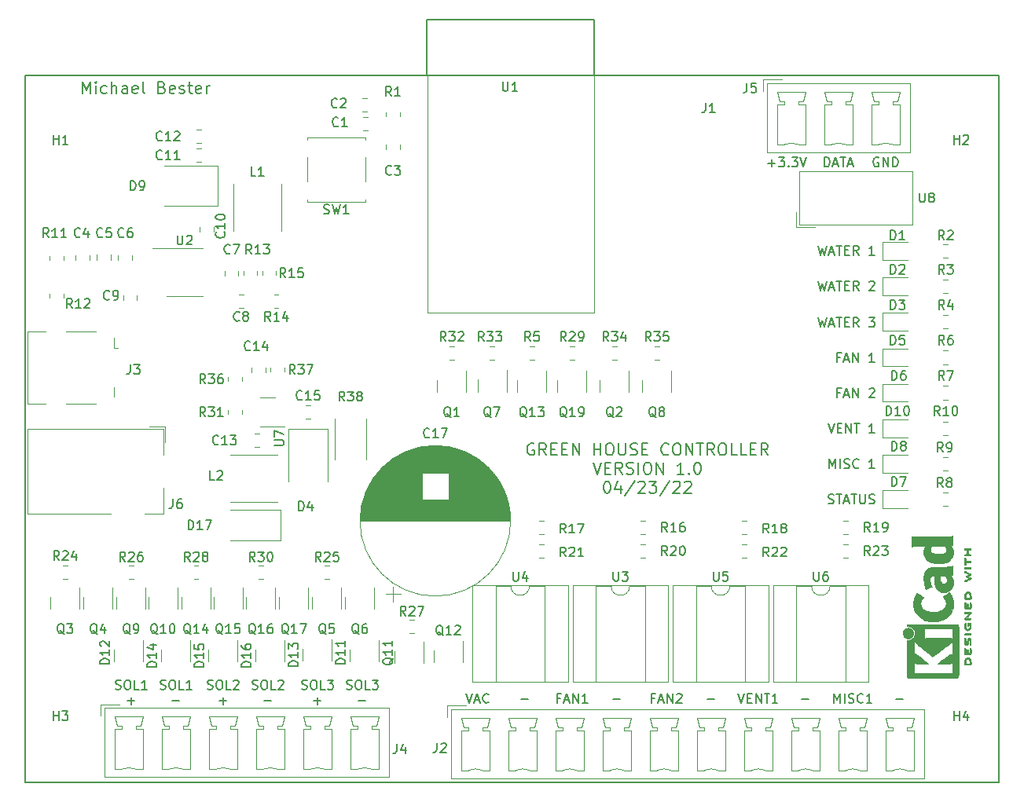
<source format=gbr>
G04 #@! TF.GenerationSoftware,KiCad,Pcbnew,(6.0.4-0)*
G04 #@! TF.CreationDate,2022-05-03T20:04:39-04:00*
G04 #@! TF.ProjectId,green_house_controller,67726565-6e5f-4686-9f75-73655f636f6e,rev?*
G04 #@! TF.SameCoordinates,Original*
G04 #@! TF.FileFunction,Legend,Top*
G04 #@! TF.FilePolarity,Positive*
%FSLAX46Y46*%
G04 Gerber Fmt 4.6, Leading zero omitted, Abs format (unit mm)*
G04 Created by KiCad (PCBNEW (6.0.4-0)) date 2022-05-03 20:04:39*
%MOMM*%
%LPD*%
G01*
G04 APERTURE LIST*
G04 #@! TA.AperFunction,Profile*
%ADD10C,0.150000*%
G04 #@! TD*
%ADD11C,0.150000*%
%ADD12C,0.203200*%
%ADD13C,0.120000*%
%ADD14C,0.050000*%
%ADD15C,0.010000*%
G04 APERTURE END LIST*
D10*
X100076000Y-133985000D02*
X203454000Y-133985000D01*
X100076000Y-57785000D02*
X98552000Y-57785000D01*
X203454000Y-133985000D02*
X203454000Y-57785000D01*
X100076000Y-133985000D02*
X98552000Y-133985000D01*
X98552000Y-57785000D02*
X98552000Y-133985000D01*
X203454000Y-57785000D02*
X100076000Y-57785000D01*
D11*
X184023380Y-83907380D02*
X184261476Y-84907380D01*
X184451952Y-84193095D01*
X184642428Y-84907380D01*
X184880523Y-83907380D01*
X185213857Y-84621666D02*
X185690047Y-84621666D01*
X185118619Y-84907380D02*
X185451952Y-83907380D01*
X185785285Y-84907380D01*
X185975761Y-83907380D02*
X186547190Y-83907380D01*
X186261476Y-84907380D02*
X186261476Y-83907380D01*
X186880523Y-84383571D02*
X187213857Y-84383571D01*
X187356714Y-84907380D02*
X186880523Y-84907380D01*
X186880523Y-83907380D01*
X187356714Y-83907380D01*
X188356714Y-84907380D02*
X188023380Y-84431190D01*
X187785285Y-84907380D02*
X187785285Y-83907380D01*
X188166238Y-83907380D01*
X188261476Y-83955000D01*
X188309095Y-84002619D01*
X188356714Y-84097857D01*
X188356714Y-84240714D01*
X188309095Y-84335952D01*
X188261476Y-84383571D01*
X188166238Y-84431190D01*
X187785285Y-84431190D01*
X189451952Y-83907380D02*
X190071000Y-83907380D01*
X189737666Y-84288333D01*
X189880523Y-84288333D01*
X189975761Y-84335952D01*
X190023380Y-84383571D01*
X190071000Y-84478809D01*
X190071000Y-84716904D01*
X190023380Y-84812142D01*
X189975761Y-84859761D01*
X189880523Y-84907380D01*
X189594809Y-84907380D01*
X189499571Y-84859761D01*
X189451952Y-84812142D01*
X156194285Y-124906571D02*
X155860952Y-124906571D01*
X155860952Y-125430380D02*
X155860952Y-124430380D01*
X156337142Y-124430380D01*
X156670476Y-125144666D02*
X157146666Y-125144666D01*
X156575238Y-125430380D02*
X156908571Y-124430380D01*
X157241904Y-125430380D01*
X157575238Y-125430380D02*
X157575238Y-124430380D01*
X158146666Y-125430380D01*
X158146666Y-124430380D01*
X159146666Y-125430380D02*
X158575238Y-125430380D01*
X158860952Y-125430380D02*
X158860952Y-124430380D01*
X158765714Y-124573238D01*
X158670476Y-124668476D01*
X158575238Y-124716095D01*
X190500095Y-66683000D02*
X190404857Y-66635380D01*
X190262000Y-66635380D01*
X190119142Y-66683000D01*
X190023904Y-66778238D01*
X189976285Y-66873476D01*
X189928666Y-67063952D01*
X189928666Y-67206809D01*
X189976285Y-67397285D01*
X190023904Y-67492523D01*
X190119142Y-67587761D01*
X190262000Y-67635380D01*
X190357238Y-67635380D01*
X190500095Y-67587761D01*
X190547714Y-67540142D01*
X190547714Y-67206809D01*
X190357238Y-67206809D01*
X190976285Y-67635380D02*
X190976285Y-66635380D01*
X191547714Y-67635380D01*
X191547714Y-66635380D01*
X192023904Y-67635380D02*
X192023904Y-66635380D01*
X192262000Y-66635380D01*
X192404857Y-66683000D01*
X192500095Y-66778238D01*
X192547714Y-66873476D01*
X192595333Y-67063952D01*
X192595333Y-67206809D01*
X192547714Y-67397285D01*
X192500095Y-67492523D01*
X192404857Y-67587761D01*
X192262000Y-67635380D01*
X192023904Y-67635380D01*
X185213857Y-100147380D02*
X185213857Y-99147380D01*
X185547190Y-99861666D01*
X185880523Y-99147380D01*
X185880523Y-100147380D01*
X186356714Y-100147380D02*
X186356714Y-99147380D01*
X186785285Y-100099761D02*
X186928142Y-100147380D01*
X187166238Y-100147380D01*
X187261476Y-100099761D01*
X187309095Y-100052142D01*
X187356714Y-99956904D01*
X187356714Y-99861666D01*
X187309095Y-99766428D01*
X187261476Y-99718809D01*
X187166238Y-99671190D01*
X186975761Y-99623571D01*
X186880523Y-99575952D01*
X186832904Y-99528333D01*
X186785285Y-99433095D01*
X186785285Y-99337857D01*
X186832904Y-99242619D01*
X186880523Y-99195000D01*
X186975761Y-99147380D01*
X187213857Y-99147380D01*
X187356714Y-99195000D01*
X188356714Y-100052142D02*
X188309095Y-100099761D01*
X188166238Y-100147380D01*
X188070999Y-100147380D01*
X187928142Y-100099761D01*
X187832904Y-100004523D01*
X187785285Y-99909285D01*
X187737666Y-99718809D01*
X187737666Y-99575952D01*
X187785285Y-99385476D01*
X187832904Y-99290238D01*
X187928142Y-99195000D01*
X188070999Y-99147380D01*
X188166238Y-99147380D01*
X188309095Y-99195000D01*
X188356714Y-99242619D01*
X190070999Y-100147380D02*
X189499571Y-100147380D01*
X189785285Y-100147380D02*
X189785285Y-99147380D01*
X189690047Y-99290238D01*
X189594809Y-99385476D01*
X189499571Y-99433095D01*
X118197523Y-123932761D02*
X118340380Y-123980380D01*
X118578476Y-123980380D01*
X118673714Y-123932761D01*
X118721333Y-123885142D01*
X118768952Y-123789904D01*
X118768952Y-123694666D01*
X118721333Y-123599428D01*
X118673714Y-123551809D01*
X118578476Y-123504190D01*
X118388000Y-123456571D01*
X118292761Y-123408952D01*
X118245142Y-123361333D01*
X118197523Y-123266095D01*
X118197523Y-123170857D01*
X118245142Y-123075619D01*
X118292761Y-123028000D01*
X118388000Y-122980380D01*
X118626095Y-122980380D01*
X118768952Y-123028000D01*
X119388000Y-122980380D02*
X119578476Y-122980380D01*
X119673714Y-123028000D01*
X119768952Y-123123238D01*
X119816571Y-123313714D01*
X119816571Y-123647047D01*
X119768952Y-123837523D01*
X119673714Y-123932761D01*
X119578476Y-123980380D01*
X119388000Y-123980380D01*
X119292761Y-123932761D01*
X119197523Y-123837523D01*
X119149904Y-123647047D01*
X119149904Y-123313714D01*
X119197523Y-123123238D01*
X119292761Y-123028000D01*
X119388000Y-122980380D01*
X120721333Y-123980380D02*
X120245142Y-123980380D01*
X120245142Y-122980380D01*
X121007047Y-123075619D02*
X121054666Y-123028000D01*
X121149904Y-122980380D01*
X121388000Y-122980380D01*
X121483238Y-123028000D01*
X121530857Y-123075619D01*
X121578476Y-123170857D01*
X121578476Y-123266095D01*
X121530857Y-123408952D01*
X120959428Y-123980380D01*
X121578476Y-123980380D01*
X119507047Y-125209428D02*
X120268952Y-125209428D01*
X119888000Y-125590380D02*
X119888000Y-124828476D01*
X186356714Y-88193571D02*
X186023381Y-88193571D01*
X186023381Y-88717380D02*
X186023381Y-87717380D01*
X186499571Y-87717380D01*
X186832904Y-88431666D02*
X187309095Y-88431666D01*
X186737666Y-88717380D02*
X187071000Y-87717380D01*
X187404333Y-88717380D01*
X187737666Y-88717380D02*
X187737666Y-87717380D01*
X188309095Y-88717380D01*
X188309095Y-87717380D01*
X190071000Y-88717380D02*
X189499571Y-88717380D01*
X189785285Y-88717380D02*
X189785285Y-87717380D01*
X189690047Y-87860238D01*
X189594809Y-87955476D01*
X189499571Y-88003095D01*
X184682000Y-67635380D02*
X184682000Y-66635380D01*
X184920095Y-66635380D01*
X185062952Y-66683000D01*
X185158190Y-66778238D01*
X185205809Y-66873476D01*
X185253428Y-67063952D01*
X185253428Y-67206809D01*
X185205809Y-67397285D01*
X185158190Y-67492523D01*
X185062952Y-67587761D01*
X184920095Y-67635380D01*
X184682000Y-67635380D01*
X185634380Y-67349666D02*
X186110571Y-67349666D01*
X185539142Y-67635380D02*
X185872476Y-66635380D01*
X186205809Y-67635380D01*
X186396285Y-66635380D02*
X186967714Y-66635380D01*
X186682000Y-67635380D02*
X186682000Y-66635380D01*
X187253428Y-67349666D02*
X187729619Y-67349666D01*
X187158190Y-67635380D02*
X187491523Y-66635380D01*
X187824857Y-67635380D01*
X128357523Y-123932761D02*
X128500380Y-123980380D01*
X128738476Y-123980380D01*
X128833714Y-123932761D01*
X128881333Y-123885142D01*
X128928952Y-123789904D01*
X128928952Y-123694666D01*
X128881333Y-123599428D01*
X128833714Y-123551809D01*
X128738476Y-123504190D01*
X128548000Y-123456571D01*
X128452761Y-123408952D01*
X128405142Y-123361333D01*
X128357523Y-123266095D01*
X128357523Y-123170857D01*
X128405142Y-123075619D01*
X128452761Y-123028000D01*
X128548000Y-122980380D01*
X128786095Y-122980380D01*
X128928952Y-123028000D01*
X129548000Y-122980380D02*
X129738476Y-122980380D01*
X129833714Y-123028000D01*
X129928952Y-123123238D01*
X129976571Y-123313714D01*
X129976571Y-123647047D01*
X129928952Y-123837523D01*
X129833714Y-123932761D01*
X129738476Y-123980380D01*
X129548000Y-123980380D01*
X129452761Y-123932761D01*
X129357523Y-123837523D01*
X129309904Y-123647047D01*
X129309904Y-123313714D01*
X129357523Y-123123238D01*
X129452761Y-123028000D01*
X129548000Y-122980380D01*
X130881333Y-123980380D02*
X130405142Y-123980380D01*
X130405142Y-122980380D01*
X131119428Y-122980380D02*
X131738476Y-122980380D01*
X131405142Y-123361333D01*
X131548000Y-123361333D01*
X131643238Y-123408952D01*
X131690857Y-123456571D01*
X131738476Y-123551809D01*
X131738476Y-123789904D01*
X131690857Y-123885142D01*
X131643238Y-123932761D01*
X131548000Y-123980380D01*
X131262285Y-123980380D01*
X131167047Y-123932761D01*
X131119428Y-123885142D01*
X129667047Y-125209428D02*
X130428952Y-125209428D01*
X130048000Y-125590380D02*
X130048000Y-124828476D01*
X178594000Y-67254428D02*
X179355904Y-67254428D01*
X178974952Y-67635380D02*
X178974952Y-66873476D01*
X179736857Y-66635380D02*
X180355904Y-66635380D01*
X180022571Y-67016333D01*
X180165428Y-67016333D01*
X180260666Y-67063952D01*
X180308285Y-67111571D01*
X180355904Y-67206809D01*
X180355904Y-67444904D01*
X180308285Y-67540142D01*
X180260666Y-67587761D01*
X180165428Y-67635380D01*
X179879714Y-67635380D01*
X179784476Y-67587761D01*
X179736857Y-67540142D01*
X180784476Y-67540142D02*
X180832095Y-67587761D01*
X180784476Y-67635380D01*
X180736857Y-67587761D01*
X180784476Y-67540142D01*
X180784476Y-67635380D01*
X181165428Y-66635380D02*
X181784476Y-66635380D01*
X181451142Y-67016333D01*
X181594000Y-67016333D01*
X181689238Y-67063952D01*
X181736857Y-67111571D01*
X181784476Y-67206809D01*
X181784476Y-67444904D01*
X181736857Y-67540142D01*
X181689238Y-67587761D01*
X181594000Y-67635380D01*
X181308285Y-67635380D01*
X181213047Y-67587761D01*
X181165428Y-67540142D01*
X182070190Y-66635380D02*
X182403523Y-67635380D01*
X182736857Y-66635380D01*
X166354285Y-124906571D02*
X166020952Y-124906571D01*
X166020952Y-125430380D02*
X166020952Y-124430380D01*
X166497142Y-124430380D01*
X166830476Y-125144666D02*
X167306666Y-125144666D01*
X166735238Y-125430380D02*
X167068571Y-124430380D01*
X167401904Y-125430380D01*
X167735238Y-125430380D02*
X167735238Y-124430380D01*
X168306666Y-125430380D01*
X168306666Y-124430380D01*
X168735238Y-124525619D02*
X168782857Y-124478000D01*
X168878095Y-124430380D01*
X169116190Y-124430380D01*
X169211428Y-124478000D01*
X169259047Y-124525619D01*
X169306666Y-124620857D01*
X169306666Y-124716095D01*
X169259047Y-124858952D01*
X168687619Y-125430380D01*
X169306666Y-125430380D01*
X185682190Y-125430380D02*
X185682190Y-124430380D01*
X186015523Y-125144666D01*
X186348857Y-124430380D01*
X186348857Y-125430380D01*
X186825047Y-125430380D02*
X186825047Y-124430380D01*
X187253619Y-125382761D02*
X187396476Y-125430380D01*
X187634571Y-125430380D01*
X187729809Y-125382761D01*
X187777428Y-125335142D01*
X187825047Y-125239904D01*
X187825047Y-125144666D01*
X187777428Y-125049428D01*
X187729809Y-125001809D01*
X187634571Y-124954190D01*
X187444095Y-124906571D01*
X187348857Y-124858952D01*
X187301238Y-124811333D01*
X187253619Y-124716095D01*
X187253619Y-124620857D01*
X187301238Y-124525619D01*
X187348857Y-124478000D01*
X187444095Y-124430380D01*
X187682190Y-124430380D01*
X187825047Y-124478000D01*
X188825047Y-125335142D02*
X188777428Y-125382761D01*
X188634571Y-125430380D01*
X188539333Y-125430380D01*
X188396476Y-125382761D01*
X188301238Y-125287523D01*
X188253619Y-125192285D01*
X188206000Y-125001809D01*
X188206000Y-124858952D01*
X188253619Y-124668476D01*
X188301238Y-124573238D01*
X188396476Y-124478000D01*
X188539333Y-124430380D01*
X188634571Y-124430380D01*
X188777428Y-124478000D01*
X188825047Y-124525619D01*
X189777428Y-125430380D02*
X189206000Y-125430380D01*
X189491714Y-125430380D02*
X189491714Y-124430380D01*
X189396476Y-124573238D01*
X189301238Y-124668476D01*
X189206000Y-124716095D01*
X185070999Y-95337380D02*
X185404333Y-96337380D01*
X185737666Y-95337380D01*
X186070999Y-95813571D02*
X186404333Y-95813571D01*
X186547190Y-96337380D02*
X186070999Y-96337380D01*
X186070999Y-95337380D01*
X186547190Y-95337380D01*
X186975761Y-96337380D02*
X186975761Y-95337380D01*
X187547190Y-96337380D01*
X187547190Y-95337380D01*
X187880523Y-95337380D02*
X188451952Y-95337380D01*
X188166238Y-96337380D02*
X188166238Y-95337380D01*
X190070999Y-96337380D02*
X189499571Y-96337380D01*
X189785285Y-96337380D02*
X189785285Y-95337380D01*
X189690047Y-95480238D01*
X189594809Y-95575476D01*
X189499571Y-95623095D01*
D12*
X153361571Y-97523300D02*
X153240619Y-97462823D01*
X153059190Y-97462823D01*
X152877761Y-97523300D01*
X152756809Y-97644252D01*
X152696333Y-97765204D01*
X152635857Y-98007109D01*
X152635857Y-98188538D01*
X152696333Y-98430442D01*
X152756809Y-98551395D01*
X152877761Y-98672347D01*
X153059190Y-98732823D01*
X153180142Y-98732823D01*
X153361571Y-98672347D01*
X153422047Y-98611871D01*
X153422047Y-98188538D01*
X153180142Y-98188538D01*
X154692047Y-98732823D02*
X154268714Y-98128061D01*
X153966333Y-98732823D02*
X153966333Y-97462823D01*
X154450142Y-97462823D01*
X154571095Y-97523300D01*
X154631571Y-97583776D01*
X154692047Y-97704728D01*
X154692047Y-97886157D01*
X154631571Y-98007109D01*
X154571095Y-98067585D01*
X154450142Y-98128061D01*
X153966333Y-98128061D01*
X155236333Y-98067585D02*
X155659666Y-98067585D01*
X155841095Y-98732823D02*
X155236333Y-98732823D01*
X155236333Y-97462823D01*
X155841095Y-97462823D01*
X156385380Y-98067585D02*
X156808714Y-98067585D01*
X156990142Y-98732823D02*
X156385380Y-98732823D01*
X156385380Y-97462823D01*
X156990142Y-97462823D01*
X157534428Y-98732823D02*
X157534428Y-97462823D01*
X158260142Y-98732823D01*
X158260142Y-97462823D01*
X159832523Y-98732823D02*
X159832523Y-97462823D01*
X159832523Y-98067585D02*
X160558238Y-98067585D01*
X160558238Y-98732823D02*
X160558238Y-97462823D01*
X161404904Y-97462823D02*
X161646809Y-97462823D01*
X161767761Y-97523300D01*
X161888714Y-97644252D01*
X161949190Y-97886157D01*
X161949190Y-98309490D01*
X161888714Y-98551395D01*
X161767761Y-98672347D01*
X161646809Y-98732823D01*
X161404904Y-98732823D01*
X161283952Y-98672347D01*
X161163000Y-98551395D01*
X161102523Y-98309490D01*
X161102523Y-97886157D01*
X161163000Y-97644252D01*
X161283952Y-97523300D01*
X161404904Y-97462823D01*
X162493476Y-97462823D02*
X162493476Y-98490919D01*
X162553952Y-98611871D01*
X162614428Y-98672347D01*
X162735380Y-98732823D01*
X162977285Y-98732823D01*
X163098238Y-98672347D01*
X163158714Y-98611871D01*
X163219190Y-98490919D01*
X163219190Y-97462823D01*
X163763476Y-98672347D02*
X163944904Y-98732823D01*
X164247285Y-98732823D01*
X164368238Y-98672347D01*
X164428714Y-98611871D01*
X164489190Y-98490919D01*
X164489190Y-98369966D01*
X164428714Y-98249014D01*
X164368238Y-98188538D01*
X164247285Y-98128061D01*
X164005380Y-98067585D01*
X163884428Y-98007109D01*
X163823952Y-97946633D01*
X163763476Y-97825680D01*
X163763476Y-97704728D01*
X163823952Y-97583776D01*
X163884428Y-97523300D01*
X164005380Y-97462823D01*
X164307761Y-97462823D01*
X164489190Y-97523300D01*
X165033476Y-98067585D02*
X165456809Y-98067585D01*
X165638238Y-98732823D02*
X165033476Y-98732823D01*
X165033476Y-97462823D01*
X165638238Y-97462823D01*
X167875857Y-98611871D02*
X167815380Y-98672347D01*
X167633952Y-98732823D01*
X167513000Y-98732823D01*
X167331571Y-98672347D01*
X167210619Y-98551395D01*
X167150142Y-98430442D01*
X167089666Y-98188538D01*
X167089666Y-98007109D01*
X167150142Y-97765204D01*
X167210619Y-97644252D01*
X167331571Y-97523300D01*
X167513000Y-97462823D01*
X167633952Y-97462823D01*
X167815380Y-97523300D01*
X167875857Y-97583776D01*
X168662047Y-97462823D02*
X168903952Y-97462823D01*
X169024904Y-97523300D01*
X169145857Y-97644252D01*
X169206333Y-97886157D01*
X169206333Y-98309490D01*
X169145857Y-98551395D01*
X169024904Y-98672347D01*
X168903952Y-98732823D01*
X168662047Y-98732823D01*
X168541095Y-98672347D01*
X168420142Y-98551395D01*
X168359666Y-98309490D01*
X168359666Y-97886157D01*
X168420142Y-97644252D01*
X168541095Y-97523300D01*
X168662047Y-97462823D01*
X169750619Y-98732823D02*
X169750619Y-97462823D01*
X170476333Y-98732823D01*
X170476333Y-97462823D01*
X170899666Y-97462823D02*
X171625380Y-97462823D01*
X171262523Y-98732823D02*
X171262523Y-97462823D01*
X172774428Y-98732823D02*
X172351095Y-98128061D01*
X172048714Y-98732823D02*
X172048714Y-97462823D01*
X172532523Y-97462823D01*
X172653476Y-97523300D01*
X172713952Y-97583776D01*
X172774428Y-97704728D01*
X172774428Y-97886157D01*
X172713952Y-98007109D01*
X172653476Y-98067585D01*
X172532523Y-98128061D01*
X172048714Y-98128061D01*
X173560619Y-97462823D02*
X173802523Y-97462823D01*
X173923476Y-97523300D01*
X174044428Y-97644252D01*
X174104904Y-97886157D01*
X174104904Y-98309490D01*
X174044428Y-98551395D01*
X173923476Y-98672347D01*
X173802523Y-98732823D01*
X173560619Y-98732823D01*
X173439666Y-98672347D01*
X173318714Y-98551395D01*
X173258238Y-98309490D01*
X173258238Y-97886157D01*
X173318714Y-97644252D01*
X173439666Y-97523300D01*
X173560619Y-97462823D01*
X175253952Y-98732823D02*
X174649190Y-98732823D01*
X174649190Y-97462823D01*
X176282047Y-98732823D02*
X175677285Y-98732823D01*
X175677285Y-97462823D01*
X176705380Y-98067585D02*
X177128714Y-98067585D01*
X177310142Y-98732823D02*
X176705380Y-98732823D01*
X176705380Y-97462823D01*
X177310142Y-97462823D01*
X178580142Y-98732823D02*
X178156809Y-98128061D01*
X177854428Y-98732823D02*
X177854428Y-97462823D01*
X178338238Y-97462823D01*
X178459190Y-97523300D01*
X178519666Y-97583776D01*
X178580142Y-97704728D01*
X178580142Y-97886157D01*
X178519666Y-98007109D01*
X178459190Y-98067585D01*
X178338238Y-98128061D01*
X177854428Y-98128061D01*
X159741809Y-99507523D02*
X160165142Y-100777523D01*
X160588476Y-99507523D01*
X161011809Y-100112285D02*
X161435142Y-100112285D01*
X161616571Y-100777523D02*
X161011809Y-100777523D01*
X161011809Y-99507523D01*
X161616571Y-99507523D01*
X162886571Y-100777523D02*
X162463238Y-100172761D01*
X162160857Y-100777523D02*
X162160857Y-99507523D01*
X162644666Y-99507523D01*
X162765619Y-99568000D01*
X162826095Y-99628476D01*
X162886571Y-99749428D01*
X162886571Y-99930857D01*
X162826095Y-100051809D01*
X162765619Y-100112285D01*
X162644666Y-100172761D01*
X162160857Y-100172761D01*
X163370380Y-100717047D02*
X163551809Y-100777523D01*
X163854190Y-100777523D01*
X163975142Y-100717047D01*
X164035619Y-100656571D01*
X164096095Y-100535619D01*
X164096095Y-100414666D01*
X164035619Y-100293714D01*
X163975142Y-100233238D01*
X163854190Y-100172761D01*
X163612285Y-100112285D01*
X163491333Y-100051809D01*
X163430857Y-99991333D01*
X163370380Y-99870380D01*
X163370380Y-99749428D01*
X163430857Y-99628476D01*
X163491333Y-99568000D01*
X163612285Y-99507523D01*
X163914666Y-99507523D01*
X164096095Y-99568000D01*
X164640380Y-100777523D02*
X164640380Y-99507523D01*
X165487047Y-99507523D02*
X165728952Y-99507523D01*
X165849904Y-99568000D01*
X165970857Y-99688952D01*
X166031333Y-99930857D01*
X166031333Y-100354190D01*
X165970857Y-100596095D01*
X165849904Y-100717047D01*
X165728952Y-100777523D01*
X165487047Y-100777523D01*
X165366095Y-100717047D01*
X165245142Y-100596095D01*
X165184666Y-100354190D01*
X165184666Y-99930857D01*
X165245142Y-99688952D01*
X165366095Y-99568000D01*
X165487047Y-99507523D01*
X166575619Y-100777523D02*
X166575619Y-99507523D01*
X167301333Y-100777523D01*
X167301333Y-99507523D01*
X169538952Y-100777523D02*
X168813238Y-100777523D01*
X169176095Y-100777523D02*
X169176095Y-99507523D01*
X169055142Y-99688952D01*
X168934190Y-99809904D01*
X168813238Y-99870380D01*
X170083238Y-100656571D02*
X170143714Y-100717047D01*
X170083238Y-100777523D01*
X170022761Y-100717047D01*
X170083238Y-100656571D01*
X170083238Y-100777523D01*
X170929904Y-99507523D02*
X171050857Y-99507523D01*
X171171809Y-99568000D01*
X171232285Y-99628476D01*
X171292761Y-99749428D01*
X171353238Y-99991333D01*
X171353238Y-100293714D01*
X171292761Y-100535619D01*
X171232285Y-100656571D01*
X171171809Y-100717047D01*
X171050857Y-100777523D01*
X170929904Y-100777523D01*
X170808952Y-100717047D01*
X170748476Y-100656571D01*
X170688000Y-100535619D01*
X170627523Y-100293714D01*
X170627523Y-99991333D01*
X170688000Y-99749428D01*
X170748476Y-99628476D01*
X170808952Y-99568000D01*
X170929904Y-99507523D01*
X161193238Y-101552223D02*
X161314190Y-101552223D01*
X161435142Y-101612700D01*
X161495619Y-101673176D01*
X161556095Y-101794128D01*
X161616571Y-102036033D01*
X161616571Y-102338414D01*
X161556095Y-102580319D01*
X161495619Y-102701271D01*
X161435142Y-102761747D01*
X161314190Y-102822223D01*
X161193238Y-102822223D01*
X161072285Y-102761747D01*
X161011809Y-102701271D01*
X160951333Y-102580319D01*
X160890857Y-102338414D01*
X160890857Y-102036033D01*
X160951333Y-101794128D01*
X161011809Y-101673176D01*
X161072285Y-101612700D01*
X161193238Y-101552223D01*
X162705142Y-101975557D02*
X162705142Y-102822223D01*
X162402761Y-101491747D02*
X162100380Y-102398890D01*
X162886571Y-102398890D01*
X164277523Y-101491747D02*
X163188952Y-103124604D01*
X164640380Y-101673176D02*
X164700857Y-101612700D01*
X164821809Y-101552223D01*
X165124190Y-101552223D01*
X165245142Y-101612700D01*
X165305619Y-101673176D01*
X165366095Y-101794128D01*
X165366095Y-101915080D01*
X165305619Y-102096509D01*
X164579904Y-102822223D01*
X165366095Y-102822223D01*
X165789428Y-101552223D02*
X166575619Y-101552223D01*
X166152285Y-102036033D01*
X166333714Y-102036033D01*
X166454666Y-102096509D01*
X166515142Y-102156985D01*
X166575619Y-102277938D01*
X166575619Y-102580319D01*
X166515142Y-102701271D01*
X166454666Y-102761747D01*
X166333714Y-102822223D01*
X165970857Y-102822223D01*
X165849904Y-102761747D01*
X165789428Y-102701271D01*
X168027047Y-101491747D02*
X166938476Y-103124604D01*
X168389904Y-101673176D02*
X168450380Y-101612700D01*
X168571333Y-101552223D01*
X168873714Y-101552223D01*
X168994666Y-101612700D01*
X169055142Y-101673176D01*
X169115619Y-101794128D01*
X169115619Y-101915080D01*
X169055142Y-102096509D01*
X168329428Y-102822223D01*
X169115619Y-102822223D01*
X169599428Y-101673176D02*
X169659904Y-101612700D01*
X169780857Y-101552223D01*
X170083238Y-101552223D01*
X170204190Y-101612700D01*
X170264666Y-101673176D01*
X170325142Y-101794128D01*
X170325142Y-101915080D01*
X170264666Y-102096509D01*
X169538952Y-102822223D01*
X170325142Y-102822223D01*
D11*
X184023380Y-79970380D02*
X184261476Y-80970380D01*
X184451952Y-80256095D01*
X184642428Y-80970380D01*
X184880523Y-79970380D01*
X185213857Y-80684666D02*
X185690047Y-80684666D01*
X185118619Y-80970380D02*
X185451952Y-79970380D01*
X185785285Y-80970380D01*
X185975761Y-79970380D02*
X186547190Y-79970380D01*
X186261476Y-80970380D02*
X186261476Y-79970380D01*
X186880523Y-80446571D02*
X187213857Y-80446571D01*
X187356714Y-80970380D02*
X186880523Y-80970380D01*
X186880523Y-79970380D01*
X187356714Y-79970380D01*
X188356714Y-80970380D02*
X188023380Y-80494190D01*
X187785285Y-80970380D02*
X187785285Y-79970380D01*
X188166238Y-79970380D01*
X188261476Y-80018000D01*
X188309095Y-80065619D01*
X188356714Y-80160857D01*
X188356714Y-80303714D01*
X188309095Y-80398952D01*
X188261476Y-80446571D01*
X188166238Y-80494190D01*
X187785285Y-80494190D01*
X189499571Y-80065619D02*
X189547190Y-80018000D01*
X189642428Y-79970380D01*
X189880523Y-79970380D01*
X189975761Y-80018000D01*
X190023380Y-80065619D01*
X190071000Y-80160857D01*
X190071000Y-80256095D01*
X190023380Y-80398952D01*
X189451952Y-80970380D01*
X190071000Y-80970380D01*
X133183523Y-123932761D02*
X133326380Y-123980380D01*
X133564476Y-123980380D01*
X133659714Y-123932761D01*
X133707333Y-123885142D01*
X133754952Y-123789904D01*
X133754952Y-123694666D01*
X133707333Y-123599428D01*
X133659714Y-123551809D01*
X133564476Y-123504190D01*
X133374000Y-123456571D01*
X133278761Y-123408952D01*
X133231142Y-123361333D01*
X133183523Y-123266095D01*
X133183523Y-123170857D01*
X133231142Y-123075619D01*
X133278761Y-123028000D01*
X133374000Y-122980380D01*
X133612095Y-122980380D01*
X133754952Y-123028000D01*
X134374000Y-122980380D02*
X134564476Y-122980380D01*
X134659714Y-123028000D01*
X134754952Y-123123238D01*
X134802571Y-123313714D01*
X134802571Y-123647047D01*
X134754952Y-123837523D01*
X134659714Y-123932761D01*
X134564476Y-123980380D01*
X134374000Y-123980380D01*
X134278761Y-123932761D01*
X134183523Y-123837523D01*
X134135904Y-123647047D01*
X134135904Y-123313714D01*
X134183523Y-123123238D01*
X134278761Y-123028000D01*
X134374000Y-122980380D01*
X135707333Y-123980380D02*
X135231142Y-123980380D01*
X135231142Y-122980380D01*
X135945428Y-122980380D02*
X136564476Y-122980380D01*
X136231142Y-123361333D01*
X136374000Y-123361333D01*
X136469238Y-123408952D01*
X136516857Y-123456571D01*
X136564476Y-123551809D01*
X136564476Y-123789904D01*
X136516857Y-123885142D01*
X136469238Y-123932761D01*
X136374000Y-123980380D01*
X136088285Y-123980380D01*
X135993047Y-123932761D01*
X135945428Y-123885142D01*
X134493047Y-125209428D02*
X135254952Y-125209428D01*
X161925047Y-125049428D02*
X162686952Y-125049428D01*
D12*
X104732666Y-59756523D02*
X104732666Y-58486523D01*
X105156000Y-59393666D01*
X105579333Y-58486523D01*
X105579333Y-59756523D01*
X106184095Y-59756523D02*
X106184095Y-58909857D01*
X106184095Y-58486523D02*
X106123619Y-58547000D01*
X106184095Y-58607476D01*
X106244571Y-58547000D01*
X106184095Y-58486523D01*
X106184095Y-58607476D01*
X107333142Y-59696047D02*
X107212190Y-59756523D01*
X106970285Y-59756523D01*
X106849333Y-59696047D01*
X106788857Y-59635571D01*
X106728380Y-59514619D01*
X106728380Y-59151761D01*
X106788857Y-59030809D01*
X106849333Y-58970333D01*
X106970285Y-58909857D01*
X107212190Y-58909857D01*
X107333142Y-58970333D01*
X107877428Y-59756523D02*
X107877428Y-58486523D01*
X108421714Y-59756523D02*
X108421714Y-59091285D01*
X108361238Y-58970333D01*
X108240285Y-58909857D01*
X108058857Y-58909857D01*
X107937904Y-58970333D01*
X107877428Y-59030809D01*
X109570761Y-59756523D02*
X109570761Y-59091285D01*
X109510285Y-58970333D01*
X109389333Y-58909857D01*
X109147428Y-58909857D01*
X109026476Y-58970333D01*
X109570761Y-59696047D02*
X109449809Y-59756523D01*
X109147428Y-59756523D01*
X109026476Y-59696047D01*
X108966000Y-59575095D01*
X108966000Y-59454142D01*
X109026476Y-59333190D01*
X109147428Y-59272714D01*
X109449809Y-59272714D01*
X109570761Y-59212238D01*
X110659333Y-59696047D02*
X110538380Y-59756523D01*
X110296476Y-59756523D01*
X110175523Y-59696047D01*
X110115047Y-59575095D01*
X110115047Y-59091285D01*
X110175523Y-58970333D01*
X110296476Y-58909857D01*
X110538380Y-58909857D01*
X110659333Y-58970333D01*
X110719809Y-59091285D01*
X110719809Y-59212238D01*
X110115047Y-59333190D01*
X111445523Y-59756523D02*
X111324571Y-59696047D01*
X111264095Y-59575095D01*
X111264095Y-58486523D01*
X113320285Y-59091285D02*
X113501714Y-59151761D01*
X113562190Y-59212238D01*
X113622666Y-59333190D01*
X113622666Y-59514619D01*
X113562190Y-59635571D01*
X113501714Y-59696047D01*
X113380761Y-59756523D01*
X112896952Y-59756523D01*
X112896952Y-58486523D01*
X113320285Y-58486523D01*
X113441238Y-58547000D01*
X113501714Y-58607476D01*
X113562190Y-58728428D01*
X113562190Y-58849380D01*
X113501714Y-58970333D01*
X113441238Y-59030809D01*
X113320285Y-59091285D01*
X112896952Y-59091285D01*
X114650761Y-59696047D02*
X114529809Y-59756523D01*
X114287904Y-59756523D01*
X114166952Y-59696047D01*
X114106476Y-59575095D01*
X114106476Y-59091285D01*
X114166952Y-58970333D01*
X114287904Y-58909857D01*
X114529809Y-58909857D01*
X114650761Y-58970333D01*
X114711238Y-59091285D01*
X114711238Y-59212238D01*
X114106476Y-59333190D01*
X115195047Y-59696047D02*
X115316000Y-59756523D01*
X115557904Y-59756523D01*
X115678857Y-59696047D01*
X115739333Y-59575095D01*
X115739333Y-59514619D01*
X115678857Y-59393666D01*
X115557904Y-59333190D01*
X115376476Y-59333190D01*
X115255523Y-59272714D01*
X115195047Y-59151761D01*
X115195047Y-59091285D01*
X115255523Y-58970333D01*
X115376476Y-58909857D01*
X115557904Y-58909857D01*
X115678857Y-58970333D01*
X116102190Y-58909857D02*
X116586000Y-58909857D01*
X116283619Y-58486523D02*
X116283619Y-59575095D01*
X116344095Y-59696047D01*
X116465047Y-59756523D01*
X116586000Y-59756523D01*
X117493142Y-59696047D02*
X117372190Y-59756523D01*
X117130285Y-59756523D01*
X117009333Y-59696047D01*
X116948857Y-59575095D01*
X116948857Y-59091285D01*
X117009333Y-58970333D01*
X117130285Y-58909857D01*
X117372190Y-58909857D01*
X117493142Y-58970333D01*
X117553619Y-59091285D01*
X117553619Y-59212238D01*
X116948857Y-59333190D01*
X118097904Y-59756523D02*
X118097904Y-58909857D01*
X118097904Y-59151761D02*
X118158380Y-59030809D01*
X118218857Y-58970333D01*
X118339809Y-58909857D01*
X118460761Y-58909857D01*
D11*
X108291523Y-123932761D02*
X108434380Y-123980380D01*
X108672476Y-123980380D01*
X108767714Y-123932761D01*
X108815333Y-123885142D01*
X108862952Y-123789904D01*
X108862952Y-123694666D01*
X108815333Y-123599428D01*
X108767714Y-123551809D01*
X108672476Y-123504190D01*
X108482000Y-123456571D01*
X108386761Y-123408952D01*
X108339142Y-123361333D01*
X108291523Y-123266095D01*
X108291523Y-123170857D01*
X108339142Y-123075619D01*
X108386761Y-123028000D01*
X108482000Y-122980380D01*
X108720095Y-122980380D01*
X108862952Y-123028000D01*
X109482000Y-122980380D02*
X109672476Y-122980380D01*
X109767714Y-123028000D01*
X109862952Y-123123238D01*
X109910571Y-123313714D01*
X109910571Y-123647047D01*
X109862952Y-123837523D01*
X109767714Y-123932761D01*
X109672476Y-123980380D01*
X109482000Y-123980380D01*
X109386761Y-123932761D01*
X109291523Y-123837523D01*
X109243904Y-123647047D01*
X109243904Y-123313714D01*
X109291523Y-123123238D01*
X109386761Y-123028000D01*
X109482000Y-122980380D01*
X110815333Y-123980380D02*
X110339142Y-123980380D01*
X110339142Y-122980380D01*
X111672476Y-123980380D02*
X111101047Y-123980380D01*
X111386761Y-123980380D02*
X111386761Y-122980380D01*
X111291523Y-123123238D01*
X111196285Y-123218476D01*
X111101047Y-123266095D01*
X109601047Y-125209428D02*
X110362952Y-125209428D01*
X109982000Y-125590380D02*
X109982000Y-124828476D01*
X123023523Y-123932761D02*
X123166380Y-123980380D01*
X123404476Y-123980380D01*
X123499714Y-123932761D01*
X123547333Y-123885142D01*
X123594952Y-123789904D01*
X123594952Y-123694666D01*
X123547333Y-123599428D01*
X123499714Y-123551809D01*
X123404476Y-123504190D01*
X123214000Y-123456571D01*
X123118761Y-123408952D01*
X123071142Y-123361333D01*
X123023523Y-123266095D01*
X123023523Y-123170857D01*
X123071142Y-123075619D01*
X123118761Y-123028000D01*
X123214000Y-122980380D01*
X123452095Y-122980380D01*
X123594952Y-123028000D01*
X124214000Y-122980380D02*
X124404476Y-122980380D01*
X124499714Y-123028000D01*
X124594952Y-123123238D01*
X124642571Y-123313714D01*
X124642571Y-123647047D01*
X124594952Y-123837523D01*
X124499714Y-123932761D01*
X124404476Y-123980380D01*
X124214000Y-123980380D01*
X124118761Y-123932761D01*
X124023523Y-123837523D01*
X123975904Y-123647047D01*
X123975904Y-123313714D01*
X124023523Y-123123238D01*
X124118761Y-123028000D01*
X124214000Y-122980380D01*
X125547333Y-123980380D02*
X125071142Y-123980380D01*
X125071142Y-122980380D01*
X125833047Y-123075619D02*
X125880666Y-123028000D01*
X125975904Y-122980380D01*
X126214000Y-122980380D01*
X126309238Y-123028000D01*
X126356857Y-123075619D01*
X126404476Y-123170857D01*
X126404476Y-123266095D01*
X126356857Y-123408952D01*
X125785428Y-123980380D01*
X126404476Y-123980380D01*
X124333047Y-125209428D02*
X125094952Y-125209428D01*
X192405047Y-125049428D02*
X193166952Y-125049428D01*
X172085047Y-125049428D02*
X172846952Y-125049428D01*
X185102809Y-103909761D02*
X185245666Y-103957380D01*
X185483761Y-103957380D01*
X185579000Y-103909761D01*
X185626619Y-103862142D01*
X185674238Y-103766904D01*
X185674238Y-103671666D01*
X185626619Y-103576428D01*
X185579000Y-103528809D01*
X185483761Y-103481190D01*
X185293285Y-103433571D01*
X185198047Y-103385952D01*
X185150428Y-103338333D01*
X185102809Y-103243095D01*
X185102809Y-103147857D01*
X185150428Y-103052619D01*
X185198047Y-103005000D01*
X185293285Y-102957380D01*
X185531380Y-102957380D01*
X185674238Y-103005000D01*
X185959952Y-102957380D02*
X186531380Y-102957380D01*
X186245666Y-103957380D02*
X186245666Y-102957380D01*
X186817095Y-103671666D02*
X187293285Y-103671666D01*
X186721857Y-103957380D02*
X187055190Y-102957380D01*
X187388523Y-103957380D01*
X187579000Y-102957380D02*
X188150428Y-102957380D01*
X187864714Y-103957380D02*
X187864714Y-102957380D01*
X188483761Y-102957380D02*
X188483761Y-103766904D01*
X188531380Y-103862142D01*
X188579000Y-103909761D01*
X188674238Y-103957380D01*
X188864714Y-103957380D01*
X188959952Y-103909761D01*
X189007571Y-103862142D01*
X189055190Y-103766904D01*
X189055190Y-102957380D01*
X189483761Y-103909761D02*
X189626619Y-103957380D01*
X189864714Y-103957380D01*
X189959952Y-103909761D01*
X190007571Y-103862142D01*
X190055190Y-103766904D01*
X190055190Y-103671666D01*
X190007571Y-103576428D01*
X189959952Y-103528809D01*
X189864714Y-103481190D01*
X189674238Y-103433571D01*
X189579000Y-103385952D01*
X189531380Y-103338333D01*
X189483761Y-103243095D01*
X189483761Y-103147857D01*
X189531380Y-103052619D01*
X189579000Y-103005000D01*
X189674238Y-102957380D01*
X189912333Y-102957380D01*
X190055190Y-103005000D01*
X152019047Y-125049428D02*
X152780952Y-125049428D01*
X175379333Y-124430380D02*
X175712666Y-125430380D01*
X176046000Y-124430380D01*
X176379333Y-124906571D02*
X176712666Y-124906571D01*
X176855523Y-125430380D02*
X176379333Y-125430380D01*
X176379333Y-124430380D01*
X176855523Y-124430380D01*
X177284095Y-125430380D02*
X177284095Y-124430380D01*
X177855523Y-125430380D01*
X177855523Y-124430380D01*
X178188857Y-124430380D02*
X178760285Y-124430380D01*
X178474571Y-125430380D02*
X178474571Y-124430380D01*
X179617428Y-125430380D02*
X179046000Y-125430380D01*
X179331714Y-125430380D02*
X179331714Y-124430380D01*
X179236476Y-124573238D01*
X179141238Y-124668476D01*
X179046000Y-124716095D01*
X146058095Y-124430380D02*
X146391428Y-125430380D01*
X146724761Y-124430380D01*
X147010476Y-125144666D02*
X147486666Y-125144666D01*
X146915238Y-125430380D02*
X147248571Y-124430380D01*
X147581904Y-125430380D01*
X148486666Y-125335142D02*
X148439047Y-125382761D01*
X148296190Y-125430380D01*
X148200952Y-125430380D01*
X148058095Y-125382761D01*
X147962857Y-125287523D01*
X147915238Y-125192285D01*
X147867619Y-125001809D01*
X147867619Y-124858952D01*
X147915238Y-124668476D01*
X147962857Y-124573238D01*
X148058095Y-124478000D01*
X148200952Y-124430380D01*
X148296190Y-124430380D01*
X148439047Y-124478000D01*
X148486666Y-124525619D01*
X113117523Y-123932761D02*
X113260380Y-123980380D01*
X113498476Y-123980380D01*
X113593714Y-123932761D01*
X113641333Y-123885142D01*
X113688952Y-123789904D01*
X113688952Y-123694666D01*
X113641333Y-123599428D01*
X113593714Y-123551809D01*
X113498476Y-123504190D01*
X113308000Y-123456571D01*
X113212761Y-123408952D01*
X113165142Y-123361333D01*
X113117523Y-123266095D01*
X113117523Y-123170857D01*
X113165142Y-123075619D01*
X113212761Y-123028000D01*
X113308000Y-122980380D01*
X113546095Y-122980380D01*
X113688952Y-123028000D01*
X114308000Y-122980380D02*
X114498476Y-122980380D01*
X114593714Y-123028000D01*
X114688952Y-123123238D01*
X114736571Y-123313714D01*
X114736571Y-123647047D01*
X114688952Y-123837523D01*
X114593714Y-123932761D01*
X114498476Y-123980380D01*
X114308000Y-123980380D01*
X114212761Y-123932761D01*
X114117523Y-123837523D01*
X114069904Y-123647047D01*
X114069904Y-123313714D01*
X114117523Y-123123238D01*
X114212761Y-123028000D01*
X114308000Y-122980380D01*
X115641333Y-123980380D02*
X115165142Y-123980380D01*
X115165142Y-122980380D01*
X116498476Y-123980380D02*
X115927047Y-123980380D01*
X116212761Y-123980380D02*
X116212761Y-122980380D01*
X116117523Y-123123238D01*
X116022285Y-123218476D01*
X115927047Y-123266095D01*
X114427047Y-125209428D02*
X115188952Y-125209428D01*
X182245047Y-125049428D02*
X183006952Y-125049428D01*
X186356714Y-92003571D02*
X186023381Y-92003571D01*
X186023381Y-92527380D02*
X186023381Y-91527380D01*
X186499571Y-91527380D01*
X186832904Y-92241666D02*
X187309095Y-92241666D01*
X186737666Y-92527380D02*
X187071000Y-91527380D01*
X187404333Y-92527380D01*
X187737666Y-92527380D02*
X187737666Y-91527380D01*
X188309095Y-92527380D01*
X188309095Y-91527380D01*
X189499571Y-91622619D02*
X189547190Y-91575000D01*
X189642428Y-91527380D01*
X189880523Y-91527380D01*
X189975761Y-91575000D01*
X190023381Y-91622619D01*
X190071000Y-91717857D01*
X190071000Y-91813095D01*
X190023381Y-91955952D01*
X189451952Y-92527380D01*
X190071000Y-92527380D01*
X184023380Y-76160380D02*
X184261476Y-77160380D01*
X184451952Y-76446095D01*
X184642428Y-77160380D01*
X184880523Y-76160380D01*
X185213857Y-76874666D02*
X185690047Y-76874666D01*
X185118619Y-77160380D02*
X185451952Y-76160380D01*
X185785285Y-77160380D01*
X185975761Y-76160380D02*
X186547190Y-76160380D01*
X186261476Y-77160380D02*
X186261476Y-76160380D01*
X186880523Y-76636571D02*
X187213857Y-76636571D01*
X187356714Y-77160380D02*
X186880523Y-77160380D01*
X186880523Y-76160380D01*
X187356714Y-76160380D01*
X188356714Y-77160380D02*
X188023380Y-76684190D01*
X187785285Y-77160380D02*
X187785285Y-76160380D01*
X188166238Y-76160380D01*
X188261476Y-76208000D01*
X188309095Y-76255619D01*
X188356714Y-76350857D01*
X188356714Y-76493714D01*
X188309095Y-76588952D01*
X188261476Y-76636571D01*
X188166238Y-76684190D01*
X187785285Y-76684190D01*
X190071000Y-77160380D02*
X189499571Y-77160380D01*
X189785285Y-77160380D02*
X189785285Y-76160380D01*
X189690047Y-76303238D01*
X189594809Y-76398476D01*
X189499571Y-76446095D01*
X151130095Y-111295380D02*
X151130095Y-112104904D01*
X151177714Y-112200142D01*
X151225333Y-112247761D01*
X151320571Y-112295380D01*
X151511047Y-112295380D01*
X151606285Y-112247761D01*
X151653904Y-112200142D01*
X151701523Y-112104904D01*
X151701523Y-111295380D01*
X152606285Y-111628714D02*
X152606285Y-112295380D01*
X152368190Y-111247761D02*
X152130095Y-111962047D01*
X152749142Y-111962047D01*
X183515095Y-111295380D02*
X183515095Y-112104904D01*
X183562714Y-112200142D01*
X183610333Y-112247761D01*
X183705571Y-112295380D01*
X183896047Y-112295380D01*
X183991285Y-112247761D01*
X184038904Y-112200142D01*
X184086523Y-112104904D01*
X184086523Y-111295380D01*
X184991285Y-111295380D02*
X184800809Y-111295380D01*
X184705571Y-111343000D01*
X184657952Y-111390619D01*
X184562714Y-111533476D01*
X184515095Y-111723952D01*
X184515095Y-112104904D01*
X184562714Y-112200142D01*
X184610333Y-112247761D01*
X184705571Y-112295380D01*
X184896047Y-112295380D01*
X184991285Y-112247761D01*
X185038904Y-112200142D01*
X185086523Y-112104904D01*
X185086523Y-111866809D01*
X185038904Y-111771571D01*
X184991285Y-111723952D01*
X184896047Y-111676333D01*
X184705571Y-111676333D01*
X184610333Y-111723952D01*
X184562714Y-111771571D01*
X184515095Y-111866809D01*
X172720095Y-111295380D02*
X172720095Y-112104904D01*
X172767714Y-112200142D01*
X172815333Y-112247761D01*
X172910571Y-112295380D01*
X173101047Y-112295380D01*
X173196285Y-112247761D01*
X173243904Y-112200142D01*
X173291523Y-112104904D01*
X173291523Y-111295380D01*
X174243904Y-111295380D02*
X173767714Y-111295380D01*
X173720095Y-111771571D01*
X173767714Y-111723952D01*
X173862952Y-111676333D01*
X174101047Y-111676333D01*
X174196285Y-111723952D01*
X174243904Y-111771571D01*
X174291523Y-111866809D01*
X174291523Y-112104904D01*
X174243904Y-112200142D01*
X174196285Y-112247761D01*
X174101047Y-112295380D01*
X173862952Y-112295380D01*
X173767714Y-112247761D01*
X173720095Y-112200142D01*
X161925095Y-111295380D02*
X161925095Y-112104904D01*
X161972714Y-112200142D01*
X162020333Y-112247761D01*
X162115571Y-112295380D01*
X162306047Y-112295380D01*
X162401285Y-112247761D01*
X162448904Y-112200142D01*
X162496523Y-112104904D01*
X162496523Y-111295380D01*
X162877476Y-111295380D02*
X163496523Y-111295380D01*
X163163190Y-111676333D01*
X163306047Y-111676333D01*
X163401285Y-111723952D01*
X163448904Y-111771571D01*
X163496523Y-111866809D01*
X163496523Y-112104904D01*
X163448904Y-112200142D01*
X163401285Y-112247761D01*
X163306047Y-112295380D01*
X163020333Y-112295380D01*
X162925095Y-112247761D01*
X162877476Y-112200142D01*
X150014095Y-58492380D02*
X150014095Y-59301904D01*
X150061714Y-59397142D01*
X150109333Y-59444761D01*
X150204571Y-59492380D01*
X150395047Y-59492380D01*
X150490285Y-59444761D01*
X150537904Y-59397142D01*
X150585523Y-59301904D01*
X150585523Y-58492380D01*
X151585523Y-59492380D02*
X151014095Y-59492380D01*
X151299809Y-59492380D02*
X151299809Y-58492380D01*
X151204571Y-58635238D01*
X151109333Y-58730476D01*
X151014095Y-58778095D01*
X171878666Y-60793380D02*
X171878666Y-61507666D01*
X171831047Y-61650523D01*
X171735809Y-61745761D01*
X171592952Y-61793380D01*
X171497714Y-61793380D01*
X172878666Y-61793380D02*
X172307238Y-61793380D01*
X172592952Y-61793380D02*
X172592952Y-60793380D01*
X172497714Y-60936238D01*
X172402476Y-61031476D01*
X172307238Y-61079095D01*
X138009333Y-60015380D02*
X137676000Y-59539190D01*
X137437904Y-60015380D02*
X137437904Y-59015380D01*
X137818857Y-59015380D01*
X137914095Y-59063000D01*
X137961714Y-59110619D01*
X138009333Y-59205857D01*
X138009333Y-59348714D01*
X137961714Y-59443952D01*
X137914095Y-59491571D01*
X137818857Y-59539190D01*
X137437904Y-59539190D01*
X138961714Y-60015380D02*
X138390285Y-60015380D01*
X138676000Y-60015380D02*
X138676000Y-59015380D01*
X138580761Y-59158238D01*
X138485523Y-59253476D01*
X138390285Y-59301095D01*
X132294333Y-63222142D02*
X132246714Y-63269761D01*
X132103857Y-63317380D01*
X132008619Y-63317380D01*
X131865761Y-63269761D01*
X131770523Y-63174523D01*
X131722904Y-63079285D01*
X131675285Y-62888809D01*
X131675285Y-62745952D01*
X131722904Y-62555476D01*
X131770523Y-62460238D01*
X131865761Y-62365000D01*
X132008619Y-62317380D01*
X132103857Y-62317380D01*
X132246714Y-62365000D01*
X132294333Y-62412619D01*
X133246714Y-63317380D02*
X132675285Y-63317380D01*
X132961000Y-63317380D02*
X132961000Y-62317380D01*
X132865761Y-62460238D01*
X132770523Y-62555476D01*
X132675285Y-62603095D01*
X132167333Y-61190142D02*
X132119714Y-61237761D01*
X131976857Y-61285380D01*
X131881619Y-61285380D01*
X131738761Y-61237761D01*
X131643523Y-61142523D01*
X131595904Y-61047285D01*
X131548285Y-60856809D01*
X131548285Y-60713952D01*
X131595904Y-60523476D01*
X131643523Y-60428238D01*
X131738761Y-60333000D01*
X131881619Y-60285380D01*
X131976857Y-60285380D01*
X132119714Y-60333000D01*
X132167333Y-60380619D01*
X132548285Y-60380619D02*
X132595904Y-60333000D01*
X132691142Y-60285380D01*
X132929238Y-60285380D01*
X133024476Y-60333000D01*
X133072095Y-60380619D01*
X133119714Y-60475857D01*
X133119714Y-60571095D01*
X133072095Y-60713952D01*
X132500666Y-61285380D01*
X133119714Y-61285380D01*
X138009333Y-68429142D02*
X137961714Y-68476761D01*
X137818857Y-68524380D01*
X137723619Y-68524380D01*
X137580761Y-68476761D01*
X137485523Y-68381523D01*
X137437904Y-68286285D01*
X137390285Y-68095809D01*
X137390285Y-67952952D01*
X137437904Y-67762476D01*
X137485523Y-67667238D01*
X137580761Y-67572000D01*
X137723619Y-67524380D01*
X137818857Y-67524380D01*
X137961714Y-67572000D01*
X138009333Y-67619619D01*
X138342666Y-67524380D02*
X138961714Y-67524380D01*
X138628380Y-67905333D01*
X138771238Y-67905333D01*
X138866476Y-67952952D01*
X138914095Y-68000571D01*
X138961714Y-68095809D01*
X138961714Y-68333904D01*
X138914095Y-68429142D01*
X138866476Y-68476761D01*
X138771238Y-68524380D01*
X138485523Y-68524380D01*
X138390285Y-68476761D01*
X138342666Y-68429142D01*
X103624142Y-82875380D02*
X103290809Y-82399190D01*
X103052714Y-82875380D02*
X103052714Y-81875380D01*
X103433666Y-81875380D01*
X103528904Y-81923000D01*
X103576523Y-81970619D01*
X103624142Y-82065857D01*
X103624142Y-82208714D01*
X103576523Y-82303952D01*
X103528904Y-82351571D01*
X103433666Y-82399190D01*
X103052714Y-82399190D01*
X104576523Y-82875380D02*
X104005095Y-82875380D01*
X104290809Y-82875380D02*
X104290809Y-81875380D01*
X104195571Y-82018238D01*
X104100333Y-82113476D01*
X104005095Y-82161095D01*
X104957476Y-81970619D02*
X105005095Y-81923000D01*
X105100333Y-81875380D01*
X105338428Y-81875380D01*
X105433666Y-81923000D01*
X105481285Y-81970619D01*
X105528904Y-82065857D01*
X105528904Y-82161095D01*
X105481285Y-82303952D01*
X104909857Y-82875380D01*
X105528904Y-82875380D01*
X122951642Y-77033380D02*
X122618309Y-76557190D01*
X122380214Y-77033380D02*
X122380214Y-76033380D01*
X122761166Y-76033380D01*
X122856404Y-76081000D01*
X122904023Y-76128619D01*
X122951642Y-76223857D01*
X122951642Y-76366714D01*
X122904023Y-76461952D01*
X122856404Y-76509571D01*
X122761166Y-76557190D01*
X122380214Y-76557190D01*
X123904023Y-77033380D02*
X123332595Y-77033380D01*
X123618309Y-77033380D02*
X123618309Y-76033380D01*
X123523071Y-76176238D01*
X123427833Y-76271476D01*
X123332595Y-76319095D01*
X124237357Y-76033380D02*
X124856404Y-76033380D01*
X124523071Y-76414333D01*
X124665928Y-76414333D01*
X124761166Y-76461952D01*
X124808785Y-76509571D01*
X124856404Y-76604809D01*
X124856404Y-76842904D01*
X124808785Y-76938142D01*
X124761166Y-76985761D01*
X124665928Y-77033380D01*
X124380214Y-77033380D01*
X124284976Y-76985761D01*
X124237357Y-76938142D01*
X101084142Y-75255380D02*
X100750809Y-74779190D01*
X100512714Y-75255380D02*
X100512714Y-74255380D01*
X100893666Y-74255380D01*
X100988904Y-74303000D01*
X101036523Y-74350619D01*
X101084142Y-74445857D01*
X101084142Y-74588714D01*
X101036523Y-74683952D01*
X100988904Y-74731571D01*
X100893666Y-74779190D01*
X100512714Y-74779190D01*
X102036523Y-75255380D02*
X101465095Y-75255380D01*
X101750809Y-75255380D02*
X101750809Y-74255380D01*
X101655571Y-74398238D01*
X101560333Y-74493476D01*
X101465095Y-74541095D01*
X102988904Y-75255380D02*
X102417476Y-75255380D01*
X102703190Y-75255380D02*
X102703190Y-74255380D01*
X102607952Y-74398238D01*
X102512714Y-74493476D01*
X102417476Y-74541095D01*
X197096142Y-94432380D02*
X196762809Y-93956190D01*
X196524714Y-94432380D02*
X196524714Y-93432380D01*
X196905666Y-93432380D01*
X197000904Y-93480000D01*
X197048523Y-93527619D01*
X197096142Y-93622857D01*
X197096142Y-93765714D01*
X197048523Y-93860952D01*
X197000904Y-93908571D01*
X196905666Y-93956190D01*
X196524714Y-93956190D01*
X198048523Y-94432380D02*
X197477095Y-94432380D01*
X197762809Y-94432380D02*
X197762809Y-93432380D01*
X197667571Y-93575238D01*
X197572333Y-93670476D01*
X197477095Y-93718095D01*
X198667571Y-93432380D02*
X198762809Y-93432380D01*
X198858047Y-93480000D01*
X198905666Y-93527619D01*
X198953285Y-93622857D01*
X199000904Y-93813333D01*
X199000904Y-94051428D01*
X198953285Y-94241904D01*
X198905666Y-94337142D01*
X198858047Y-94384761D01*
X198762809Y-94432380D01*
X198667571Y-94432380D01*
X198572333Y-94384761D01*
X198524714Y-94337142D01*
X198477095Y-94241904D01*
X198429476Y-94051428D01*
X198429476Y-93813333D01*
X198477095Y-93622857D01*
X198524714Y-93527619D01*
X198572333Y-93480000D01*
X198667571Y-93432380D01*
X189583642Y-109527880D02*
X189250309Y-109051690D01*
X189012214Y-109527880D02*
X189012214Y-108527880D01*
X189393166Y-108527880D01*
X189488404Y-108575500D01*
X189536023Y-108623119D01*
X189583642Y-108718357D01*
X189583642Y-108861214D01*
X189536023Y-108956452D01*
X189488404Y-109004071D01*
X189393166Y-109051690D01*
X189012214Y-109051690D01*
X189964595Y-108623119D02*
X190012214Y-108575500D01*
X190107452Y-108527880D01*
X190345547Y-108527880D01*
X190440785Y-108575500D01*
X190488404Y-108623119D01*
X190536023Y-108718357D01*
X190536023Y-108813595D01*
X190488404Y-108956452D01*
X189916976Y-109527880D01*
X190536023Y-109527880D01*
X190869357Y-108527880D02*
X191488404Y-108527880D01*
X191155071Y-108908833D01*
X191297928Y-108908833D01*
X191393166Y-108956452D01*
X191440785Y-109004071D01*
X191488404Y-109099309D01*
X191488404Y-109337404D01*
X191440785Y-109432642D01*
X191393166Y-109480261D01*
X191297928Y-109527880D01*
X191012214Y-109527880D01*
X190916976Y-109480261D01*
X190869357Y-109432642D01*
X178661642Y-109654880D02*
X178328309Y-109178690D01*
X178090214Y-109654880D02*
X178090214Y-108654880D01*
X178471166Y-108654880D01*
X178566404Y-108702500D01*
X178614023Y-108750119D01*
X178661642Y-108845357D01*
X178661642Y-108988214D01*
X178614023Y-109083452D01*
X178566404Y-109131071D01*
X178471166Y-109178690D01*
X178090214Y-109178690D01*
X179042595Y-108750119D02*
X179090214Y-108702500D01*
X179185452Y-108654880D01*
X179423547Y-108654880D01*
X179518785Y-108702500D01*
X179566404Y-108750119D01*
X179614023Y-108845357D01*
X179614023Y-108940595D01*
X179566404Y-109083452D01*
X178994976Y-109654880D01*
X179614023Y-109654880D01*
X179994976Y-108750119D02*
X180042595Y-108702500D01*
X180137833Y-108654880D01*
X180375928Y-108654880D01*
X180471166Y-108702500D01*
X180518785Y-108750119D01*
X180566404Y-108845357D01*
X180566404Y-108940595D01*
X180518785Y-109083452D01*
X179947357Y-109654880D01*
X180566404Y-109654880D01*
X156808642Y-109654880D02*
X156475309Y-109178690D01*
X156237214Y-109654880D02*
X156237214Y-108654880D01*
X156618166Y-108654880D01*
X156713404Y-108702500D01*
X156761023Y-108750119D01*
X156808642Y-108845357D01*
X156808642Y-108988214D01*
X156761023Y-109083452D01*
X156713404Y-109131071D01*
X156618166Y-109178690D01*
X156237214Y-109178690D01*
X157189595Y-108750119D02*
X157237214Y-108702500D01*
X157332452Y-108654880D01*
X157570547Y-108654880D01*
X157665785Y-108702500D01*
X157713404Y-108750119D01*
X157761023Y-108845357D01*
X157761023Y-108940595D01*
X157713404Y-109083452D01*
X157141976Y-109654880D01*
X157761023Y-109654880D01*
X158713404Y-109654880D02*
X158141976Y-109654880D01*
X158427690Y-109654880D02*
X158427690Y-108654880D01*
X158332452Y-108797738D01*
X158237214Y-108892976D01*
X158141976Y-108940595D01*
X167739642Y-109527880D02*
X167406309Y-109051690D01*
X167168214Y-109527880D02*
X167168214Y-108527880D01*
X167549166Y-108527880D01*
X167644404Y-108575500D01*
X167692023Y-108623119D01*
X167739642Y-108718357D01*
X167739642Y-108861214D01*
X167692023Y-108956452D01*
X167644404Y-109004071D01*
X167549166Y-109051690D01*
X167168214Y-109051690D01*
X168120595Y-108623119D02*
X168168214Y-108575500D01*
X168263452Y-108527880D01*
X168501547Y-108527880D01*
X168596785Y-108575500D01*
X168644404Y-108623119D01*
X168692023Y-108718357D01*
X168692023Y-108813595D01*
X168644404Y-108956452D01*
X168072976Y-109527880D01*
X168692023Y-109527880D01*
X169311071Y-108527880D02*
X169406309Y-108527880D01*
X169501547Y-108575500D01*
X169549166Y-108623119D01*
X169596785Y-108718357D01*
X169644404Y-108908833D01*
X169644404Y-109146928D01*
X169596785Y-109337404D01*
X169549166Y-109432642D01*
X169501547Y-109480261D01*
X169406309Y-109527880D01*
X169311071Y-109527880D01*
X169215833Y-109480261D01*
X169168214Y-109432642D01*
X169120595Y-109337404D01*
X169072976Y-109146928D01*
X169072976Y-108908833D01*
X169120595Y-108718357D01*
X169168214Y-108623119D01*
X169215833Y-108575500D01*
X169311071Y-108527880D01*
X189583642Y-106987880D02*
X189250309Y-106511690D01*
X189012214Y-106987880D02*
X189012214Y-105987880D01*
X189393166Y-105987880D01*
X189488404Y-106035500D01*
X189536023Y-106083119D01*
X189583642Y-106178357D01*
X189583642Y-106321214D01*
X189536023Y-106416452D01*
X189488404Y-106464071D01*
X189393166Y-106511690D01*
X189012214Y-106511690D01*
X190536023Y-106987880D02*
X189964595Y-106987880D01*
X190250309Y-106987880D02*
X190250309Y-105987880D01*
X190155071Y-106130738D01*
X190059833Y-106225976D01*
X189964595Y-106273595D01*
X191012214Y-106987880D02*
X191202690Y-106987880D01*
X191297928Y-106940261D01*
X191345547Y-106892642D01*
X191440785Y-106749785D01*
X191488404Y-106559309D01*
X191488404Y-106178357D01*
X191440785Y-106083119D01*
X191393166Y-106035500D01*
X191297928Y-105987880D01*
X191107452Y-105987880D01*
X191012214Y-106035500D01*
X190964595Y-106083119D01*
X190916976Y-106178357D01*
X190916976Y-106416452D01*
X190964595Y-106511690D01*
X191012214Y-106559309D01*
X191107452Y-106606928D01*
X191297928Y-106606928D01*
X191393166Y-106559309D01*
X191440785Y-106511690D01*
X191488404Y-106416452D01*
X178661642Y-107114880D02*
X178328309Y-106638690D01*
X178090214Y-107114880D02*
X178090214Y-106114880D01*
X178471166Y-106114880D01*
X178566404Y-106162500D01*
X178614023Y-106210119D01*
X178661642Y-106305357D01*
X178661642Y-106448214D01*
X178614023Y-106543452D01*
X178566404Y-106591071D01*
X178471166Y-106638690D01*
X178090214Y-106638690D01*
X179614023Y-107114880D02*
X179042595Y-107114880D01*
X179328309Y-107114880D02*
X179328309Y-106114880D01*
X179233071Y-106257738D01*
X179137833Y-106352976D01*
X179042595Y-106400595D01*
X180185452Y-106543452D02*
X180090214Y-106495833D01*
X180042595Y-106448214D01*
X179994976Y-106352976D01*
X179994976Y-106305357D01*
X180042595Y-106210119D01*
X180090214Y-106162500D01*
X180185452Y-106114880D01*
X180375928Y-106114880D01*
X180471166Y-106162500D01*
X180518785Y-106210119D01*
X180566404Y-106305357D01*
X180566404Y-106352976D01*
X180518785Y-106448214D01*
X180471166Y-106495833D01*
X180375928Y-106543452D01*
X180185452Y-106543452D01*
X180090214Y-106591071D01*
X180042595Y-106638690D01*
X179994976Y-106733928D01*
X179994976Y-106924404D01*
X180042595Y-107019642D01*
X180090214Y-107067261D01*
X180185452Y-107114880D01*
X180375928Y-107114880D01*
X180471166Y-107067261D01*
X180518785Y-107019642D01*
X180566404Y-106924404D01*
X180566404Y-106733928D01*
X180518785Y-106638690D01*
X180471166Y-106591071D01*
X180375928Y-106543452D01*
X156808642Y-107114880D02*
X156475309Y-106638690D01*
X156237214Y-107114880D02*
X156237214Y-106114880D01*
X156618166Y-106114880D01*
X156713404Y-106162500D01*
X156761023Y-106210119D01*
X156808642Y-106305357D01*
X156808642Y-106448214D01*
X156761023Y-106543452D01*
X156713404Y-106591071D01*
X156618166Y-106638690D01*
X156237214Y-106638690D01*
X157761023Y-107114880D02*
X157189595Y-107114880D01*
X157475309Y-107114880D02*
X157475309Y-106114880D01*
X157380071Y-106257738D01*
X157284833Y-106352976D01*
X157189595Y-106400595D01*
X158094357Y-106114880D02*
X158761023Y-106114880D01*
X158332452Y-107114880D01*
X167739642Y-106987880D02*
X167406309Y-106511690D01*
X167168214Y-106987880D02*
X167168214Y-105987880D01*
X167549166Y-105987880D01*
X167644404Y-106035500D01*
X167692023Y-106083119D01*
X167739642Y-106178357D01*
X167739642Y-106321214D01*
X167692023Y-106416452D01*
X167644404Y-106464071D01*
X167549166Y-106511690D01*
X167168214Y-106511690D01*
X168692023Y-106987880D02*
X168120595Y-106987880D01*
X168406309Y-106987880D02*
X168406309Y-105987880D01*
X168311071Y-106130738D01*
X168215833Y-106225976D01*
X168120595Y-106273595D01*
X169549166Y-105987880D02*
X169358690Y-105987880D01*
X169263452Y-106035500D01*
X169215833Y-106083119D01*
X169120595Y-106225976D01*
X169072976Y-106416452D01*
X169072976Y-106797404D01*
X169120595Y-106892642D01*
X169168214Y-106940261D01*
X169263452Y-106987880D01*
X169453928Y-106987880D01*
X169549166Y-106940261D01*
X169596785Y-106892642D01*
X169644404Y-106797404D01*
X169644404Y-106559309D01*
X169596785Y-106464071D01*
X169549166Y-106416452D01*
X169453928Y-106368833D01*
X169263452Y-106368833D01*
X169168214Y-106416452D01*
X169120595Y-106464071D01*
X169072976Y-106559309D01*
X126611142Y-79573380D02*
X126277809Y-79097190D01*
X126039714Y-79573380D02*
X126039714Y-78573380D01*
X126420666Y-78573380D01*
X126515904Y-78621000D01*
X126563523Y-78668619D01*
X126611142Y-78763857D01*
X126611142Y-78906714D01*
X126563523Y-79001952D01*
X126515904Y-79049571D01*
X126420666Y-79097190D01*
X126039714Y-79097190D01*
X127563523Y-79573380D02*
X126992095Y-79573380D01*
X127277809Y-79573380D02*
X127277809Y-78573380D01*
X127182571Y-78716238D01*
X127087333Y-78811476D01*
X126992095Y-78859095D01*
X128468285Y-78573380D02*
X127992095Y-78573380D01*
X127944476Y-79049571D01*
X127992095Y-79001952D01*
X128087333Y-78954333D01*
X128325428Y-78954333D01*
X128420666Y-79001952D01*
X128468285Y-79049571D01*
X128515904Y-79144809D01*
X128515904Y-79382904D01*
X128468285Y-79478142D01*
X128420666Y-79525761D01*
X128325428Y-79573380D01*
X128087333Y-79573380D01*
X127992095Y-79525761D01*
X127944476Y-79478142D01*
X197445333Y-98369380D02*
X197112000Y-97893190D01*
X196873904Y-98369380D02*
X196873904Y-97369380D01*
X197254857Y-97369380D01*
X197350095Y-97417000D01*
X197397714Y-97464619D01*
X197445333Y-97559857D01*
X197445333Y-97702714D01*
X197397714Y-97797952D01*
X197350095Y-97845571D01*
X197254857Y-97893190D01*
X196873904Y-97893190D01*
X197921523Y-98369380D02*
X198112000Y-98369380D01*
X198207238Y-98321761D01*
X198254857Y-98274142D01*
X198350095Y-98131285D01*
X198397714Y-97940809D01*
X198397714Y-97559857D01*
X198350095Y-97464619D01*
X198302476Y-97417000D01*
X198207238Y-97369380D01*
X198016761Y-97369380D01*
X197921523Y-97417000D01*
X197873904Y-97464619D01*
X197826285Y-97559857D01*
X197826285Y-97797952D01*
X197873904Y-97893190D01*
X197921523Y-97940809D01*
X198016761Y-97988428D01*
X198207238Y-97988428D01*
X198302476Y-97940809D01*
X198350095Y-97893190D01*
X198397714Y-97797952D01*
X197445333Y-102179380D02*
X197112000Y-101703190D01*
X196873904Y-102179380D02*
X196873904Y-101179380D01*
X197254857Y-101179380D01*
X197350095Y-101227000D01*
X197397714Y-101274619D01*
X197445333Y-101369857D01*
X197445333Y-101512714D01*
X197397714Y-101607952D01*
X197350095Y-101655571D01*
X197254857Y-101703190D01*
X196873904Y-101703190D01*
X198016761Y-101607952D02*
X197921523Y-101560333D01*
X197873904Y-101512714D01*
X197826285Y-101417476D01*
X197826285Y-101369857D01*
X197873904Y-101274619D01*
X197921523Y-101227000D01*
X198016761Y-101179380D01*
X198207238Y-101179380D01*
X198302476Y-101227000D01*
X198350095Y-101274619D01*
X198397714Y-101369857D01*
X198397714Y-101417476D01*
X198350095Y-101512714D01*
X198302476Y-101560333D01*
X198207238Y-101607952D01*
X198016761Y-101607952D01*
X197921523Y-101655571D01*
X197873904Y-101703190D01*
X197826285Y-101798428D01*
X197826285Y-101988904D01*
X197873904Y-102084142D01*
X197921523Y-102131761D01*
X198016761Y-102179380D01*
X198207238Y-102179380D01*
X198302476Y-102131761D01*
X198350095Y-102084142D01*
X198397714Y-101988904D01*
X198397714Y-101798428D01*
X198350095Y-101703190D01*
X198302476Y-101655571D01*
X198207238Y-101607952D01*
X197572333Y-90622380D02*
X197239000Y-90146190D01*
X197000904Y-90622380D02*
X197000904Y-89622380D01*
X197381857Y-89622380D01*
X197477095Y-89670000D01*
X197524714Y-89717619D01*
X197572333Y-89812857D01*
X197572333Y-89955714D01*
X197524714Y-90050952D01*
X197477095Y-90098571D01*
X197381857Y-90146190D01*
X197000904Y-90146190D01*
X197905666Y-89622380D02*
X198572333Y-89622380D01*
X198143761Y-90622380D01*
X197572333Y-86812380D02*
X197239000Y-86336190D01*
X197000904Y-86812380D02*
X197000904Y-85812380D01*
X197381857Y-85812380D01*
X197477095Y-85860000D01*
X197524714Y-85907619D01*
X197572333Y-86002857D01*
X197572333Y-86145714D01*
X197524714Y-86240952D01*
X197477095Y-86288571D01*
X197381857Y-86336190D01*
X197000904Y-86336190D01*
X198429476Y-85812380D02*
X198239000Y-85812380D01*
X198143761Y-85860000D01*
X198096142Y-85907619D01*
X198000904Y-86050476D01*
X197953285Y-86240952D01*
X197953285Y-86621904D01*
X198000904Y-86717142D01*
X198048523Y-86764761D01*
X198143761Y-86812380D01*
X198334238Y-86812380D01*
X198429476Y-86764761D01*
X198477095Y-86717142D01*
X198524714Y-86621904D01*
X198524714Y-86383809D01*
X198477095Y-86288571D01*
X198429476Y-86240952D01*
X198334238Y-86193333D01*
X198143761Y-86193333D01*
X198048523Y-86240952D01*
X198000904Y-86288571D01*
X197953285Y-86383809D01*
X197572333Y-75509380D02*
X197239000Y-75033190D01*
X197000904Y-75509380D02*
X197000904Y-74509380D01*
X197381857Y-74509380D01*
X197477095Y-74557000D01*
X197524714Y-74604619D01*
X197572333Y-74699857D01*
X197572333Y-74842714D01*
X197524714Y-74937952D01*
X197477095Y-74985571D01*
X197381857Y-75033190D01*
X197000904Y-75033190D01*
X197953285Y-74604619D02*
X198000904Y-74557000D01*
X198096142Y-74509380D01*
X198334238Y-74509380D01*
X198429476Y-74557000D01*
X198477095Y-74604619D01*
X198524714Y-74699857D01*
X198524714Y-74795095D01*
X198477095Y-74937952D01*
X197905666Y-75509380D01*
X198524714Y-75509380D01*
X197572333Y-79192380D02*
X197239000Y-78716190D01*
X197000904Y-79192380D02*
X197000904Y-78192380D01*
X197381857Y-78192380D01*
X197477095Y-78240000D01*
X197524714Y-78287619D01*
X197572333Y-78382857D01*
X197572333Y-78525714D01*
X197524714Y-78620952D01*
X197477095Y-78668571D01*
X197381857Y-78716190D01*
X197000904Y-78716190D01*
X197905666Y-78192380D02*
X198524714Y-78192380D01*
X198191380Y-78573333D01*
X198334238Y-78573333D01*
X198429476Y-78620952D01*
X198477095Y-78668571D01*
X198524714Y-78763809D01*
X198524714Y-79001904D01*
X198477095Y-79097142D01*
X198429476Y-79144761D01*
X198334238Y-79192380D01*
X198048523Y-79192380D01*
X197953285Y-79144761D01*
X197905666Y-79097142D01*
X197572333Y-83002380D02*
X197239000Y-82526190D01*
X197000904Y-83002380D02*
X197000904Y-82002380D01*
X197381857Y-82002380D01*
X197477095Y-82050000D01*
X197524714Y-82097619D01*
X197572333Y-82192857D01*
X197572333Y-82335714D01*
X197524714Y-82430952D01*
X197477095Y-82478571D01*
X197381857Y-82526190D01*
X197000904Y-82526190D01*
X198429476Y-82335714D02*
X198429476Y-83002380D01*
X198191380Y-81954761D02*
X197953285Y-82669047D01*
X198572333Y-82669047D01*
X124983642Y-84271380D02*
X124650309Y-83795190D01*
X124412214Y-84271380D02*
X124412214Y-83271380D01*
X124793166Y-83271380D01*
X124888404Y-83319000D01*
X124936023Y-83366619D01*
X124983642Y-83461857D01*
X124983642Y-83604714D01*
X124936023Y-83699952D01*
X124888404Y-83747571D01*
X124793166Y-83795190D01*
X124412214Y-83795190D01*
X125936023Y-84271380D02*
X125364595Y-84271380D01*
X125650309Y-84271380D02*
X125650309Y-83271380D01*
X125555071Y-83414238D01*
X125459833Y-83509476D01*
X125364595Y-83557095D01*
X126793166Y-83604714D02*
X126793166Y-84271380D01*
X126555071Y-83223761D02*
X126316976Y-83938047D01*
X126936023Y-83938047D01*
X191793904Y-75509380D02*
X191793904Y-74509380D01*
X192032000Y-74509380D01*
X192174857Y-74557000D01*
X192270095Y-74652238D01*
X192317714Y-74747476D01*
X192365333Y-74937952D01*
X192365333Y-75080809D01*
X192317714Y-75271285D01*
X192270095Y-75366523D01*
X192174857Y-75461761D01*
X192032000Y-75509380D01*
X191793904Y-75509380D01*
X193317714Y-75509380D02*
X192746285Y-75509380D01*
X193032000Y-75509380D02*
X193032000Y-74509380D01*
X192936761Y-74652238D01*
X192841523Y-74747476D01*
X192746285Y-74795095D01*
X191317714Y-94432380D02*
X191317714Y-93432380D01*
X191555809Y-93432380D01*
X191698666Y-93480000D01*
X191793904Y-93575238D01*
X191841523Y-93670476D01*
X191889142Y-93860952D01*
X191889142Y-94003809D01*
X191841523Y-94194285D01*
X191793904Y-94289523D01*
X191698666Y-94384761D01*
X191555809Y-94432380D01*
X191317714Y-94432380D01*
X192841523Y-94432380D02*
X192270095Y-94432380D01*
X192555809Y-94432380D02*
X192555809Y-93432380D01*
X192460571Y-93575238D01*
X192365333Y-93670476D01*
X192270095Y-93718095D01*
X193460571Y-93432380D02*
X193555809Y-93432380D01*
X193651047Y-93480000D01*
X193698666Y-93527619D01*
X193746285Y-93622857D01*
X193793904Y-93813333D01*
X193793904Y-94051428D01*
X193746285Y-94241904D01*
X193698666Y-94337142D01*
X193651047Y-94384761D01*
X193555809Y-94432380D01*
X193460571Y-94432380D01*
X193365333Y-94384761D01*
X193317714Y-94337142D01*
X193270095Y-94241904D01*
X193222476Y-94051428D01*
X193222476Y-93813333D01*
X193270095Y-93622857D01*
X193317714Y-93527619D01*
X193365333Y-93480000D01*
X193460571Y-93432380D01*
X191920904Y-98242380D02*
X191920904Y-97242380D01*
X192159000Y-97242380D01*
X192301857Y-97290000D01*
X192397095Y-97385238D01*
X192444714Y-97480476D01*
X192492333Y-97670952D01*
X192492333Y-97813809D01*
X192444714Y-98004285D01*
X192397095Y-98099523D01*
X192301857Y-98194761D01*
X192159000Y-98242380D01*
X191920904Y-98242380D01*
X193063761Y-97670952D02*
X192968523Y-97623333D01*
X192920904Y-97575714D01*
X192873285Y-97480476D01*
X192873285Y-97432857D01*
X192920904Y-97337619D01*
X192968523Y-97290000D01*
X193063761Y-97242380D01*
X193254238Y-97242380D01*
X193349476Y-97290000D01*
X193397095Y-97337619D01*
X193444714Y-97432857D01*
X193444714Y-97480476D01*
X193397095Y-97575714D01*
X193349476Y-97623333D01*
X193254238Y-97670952D01*
X193063761Y-97670952D01*
X192968523Y-97718571D01*
X192920904Y-97766190D01*
X192873285Y-97861428D01*
X192873285Y-98051904D01*
X192920904Y-98147142D01*
X192968523Y-98194761D01*
X193063761Y-98242380D01*
X193254238Y-98242380D01*
X193349476Y-98194761D01*
X193397095Y-98147142D01*
X193444714Y-98051904D01*
X193444714Y-97861428D01*
X193397095Y-97766190D01*
X193349476Y-97718571D01*
X193254238Y-97670952D01*
X191920904Y-102052380D02*
X191920904Y-101052380D01*
X192159000Y-101052380D01*
X192301857Y-101100000D01*
X192397095Y-101195238D01*
X192444714Y-101290476D01*
X192492333Y-101480952D01*
X192492333Y-101623809D01*
X192444714Y-101814285D01*
X192397095Y-101909523D01*
X192301857Y-102004761D01*
X192159000Y-102052380D01*
X191920904Y-102052380D01*
X192825666Y-101052380D02*
X193492333Y-101052380D01*
X193063761Y-102052380D01*
X191920904Y-90622380D02*
X191920904Y-89622380D01*
X192159000Y-89622380D01*
X192301857Y-89670000D01*
X192397095Y-89765238D01*
X192444714Y-89860476D01*
X192492333Y-90050952D01*
X192492333Y-90193809D01*
X192444714Y-90384285D01*
X192397095Y-90479523D01*
X192301857Y-90574761D01*
X192159000Y-90622380D01*
X191920904Y-90622380D01*
X193349476Y-89622380D02*
X193159000Y-89622380D01*
X193063761Y-89670000D01*
X193016142Y-89717619D01*
X192920904Y-89860476D01*
X192873285Y-90050952D01*
X192873285Y-90431904D01*
X192920904Y-90527142D01*
X192968523Y-90574761D01*
X193063761Y-90622380D01*
X193254238Y-90622380D01*
X193349476Y-90574761D01*
X193397095Y-90527142D01*
X193444714Y-90431904D01*
X193444714Y-90193809D01*
X193397095Y-90098571D01*
X193349476Y-90050952D01*
X193254238Y-90003333D01*
X193063761Y-90003333D01*
X192968523Y-90050952D01*
X192920904Y-90098571D01*
X192873285Y-90193809D01*
X191793904Y-86812380D02*
X191793904Y-85812380D01*
X192032000Y-85812380D01*
X192174857Y-85860000D01*
X192270095Y-85955238D01*
X192317714Y-86050476D01*
X192365333Y-86240952D01*
X192365333Y-86383809D01*
X192317714Y-86574285D01*
X192270095Y-86669523D01*
X192174857Y-86764761D01*
X192032000Y-86812380D01*
X191793904Y-86812380D01*
X193270095Y-85812380D02*
X192793904Y-85812380D01*
X192746285Y-86288571D01*
X192793904Y-86240952D01*
X192889142Y-86193333D01*
X193127238Y-86193333D01*
X193222476Y-86240952D01*
X193270095Y-86288571D01*
X193317714Y-86383809D01*
X193317714Y-86621904D01*
X193270095Y-86717142D01*
X193222476Y-86764761D01*
X193127238Y-86812380D01*
X192889142Y-86812380D01*
X192793904Y-86764761D01*
X192746285Y-86717142D01*
X191793904Y-83002380D02*
X191793904Y-82002380D01*
X192032000Y-82002380D01*
X192174857Y-82050000D01*
X192270095Y-82145238D01*
X192317714Y-82240476D01*
X192365333Y-82430952D01*
X192365333Y-82573809D01*
X192317714Y-82764285D01*
X192270095Y-82859523D01*
X192174857Y-82954761D01*
X192032000Y-83002380D01*
X191793904Y-83002380D01*
X192698666Y-82002380D02*
X193317714Y-82002380D01*
X192984380Y-82383333D01*
X193127238Y-82383333D01*
X193222476Y-82430952D01*
X193270095Y-82478571D01*
X193317714Y-82573809D01*
X193317714Y-82811904D01*
X193270095Y-82907142D01*
X193222476Y-82954761D01*
X193127238Y-83002380D01*
X192841523Y-83002380D01*
X192746285Y-82954761D01*
X192698666Y-82907142D01*
X191793904Y-79192380D02*
X191793904Y-78192380D01*
X192032000Y-78192380D01*
X192174857Y-78240000D01*
X192270095Y-78335238D01*
X192317714Y-78430476D01*
X192365333Y-78620952D01*
X192365333Y-78763809D01*
X192317714Y-78954285D01*
X192270095Y-79049523D01*
X192174857Y-79144761D01*
X192032000Y-79192380D01*
X191793904Y-79192380D01*
X192746285Y-78287619D02*
X192793904Y-78240000D01*
X192889142Y-78192380D01*
X193127238Y-78192380D01*
X193222476Y-78240000D01*
X193270095Y-78287619D01*
X193317714Y-78382857D01*
X193317714Y-78478095D01*
X193270095Y-78620952D01*
X192698666Y-79192380D01*
X193317714Y-79192380D01*
X109902666Y-88987380D02*
X109902666Y-89701666D01*
X109855047Y-89844523D01*
X109759809Y-89939761D01*
X109616952Y-89987380D01*
X109521714Y-89987380D01*
X110283619Y-88987380D02*
X110902666Y-88987380D01*
X110569333Y-89368333D01*
X110712190Y-89368333D01*
X110807428Y-89415952D01*
X110855047Y-89463571D01*
X110902666Y-89558809D01*
X110902666Y-89796904D01*
X110855047Y-89892142D01*
X110807428Y-89939761D01*
X110712190Y-89987380D01*
X110426476Y-89987380D01*
X110331238Y-89939761D01*
X110283619Y-89892142D01*
X113299642Y-64746142D02*
X113252023Y-64793761D01*
X113109166Y-64841380D01*
X113013928Y-64841380D01*
X112871071Y-64793761D01*
X112775833Y-64698523D01*
X112728214Y-64603285D01*
X112680595Y-64412809D01*
X112680595Y-64269952D01*
X112728214Y-64079476D01*
X112775833Y-63984238D01*
X112871071Y-63889000D01*
X113013928Y-63841380D01*
X113109166Y-63841380D01*
X113252023Y-63889000D01*
X113299642Y-63936619D01*
X114252023Y-64841380D02*
X113680595Y-64841380D01*
X113966309Y-64841380D02*
X113966309Y-63841380D01*
X113871071Y-63984238D01*
X113775833Y-64079476D01*
X113680595Y-64127095D01*
X114632976Y-63936619D02*
X114680595Y-63889000D01*
X114775833Y-63841380D01*
X115013928Y-63841380D01*
X115109166Y-63889000D01*
X115156785Y-63936619D01*
X115204404Y-64031857D01*
X115204404Y-64127095D01*
X115156785Y-64269952D01*
X114585357Y-64841380D01*
X115204404Y-64841380D01*
X113299642Y-66778142D02*
X113252023Y-66825761D01*
X113109166Y-66873380D01*
X113013928Y-66873380D01*
X112871071Y-66825761D01*
X112775833Y-66730523D01*
X112728214Y-66635285D01*
X112680595Y-66444809D01*
X112680595Y-66301952D01*
X112728214Y-66111476D01*
X112775833Y-66016238D01*
X112871071Y-65921000D01*
X113013928Y-65873380D01*
X113109166Y-65873380D01*
X113252023Y-65921000D01*
X113299642Y-65968619D01*
X114252023Y-66873380D02*
X113680595Y-66873380D01*
X113966309Y-66873380D02*
X113966309Y-65873380D01*
X113871071Y-66016238D01*
X113775833Y-66111476D01*
X113680595Y-66159095D01*
X115204404Y-66873380D02*
X114632976Y-66873380D01*
X114918690Y-66873380D02*
X114918690Y-65873380D01*
X114823452Y-66016238D01*
X114728214Y-66111476D01*
X114632976Y-66159095D01*
X119991142Y-74683857D02*
X120038761Y-74731476D01*
X120086380Y-74874333D01*
X120086380Y-74969571D01*
X120038761Y-75112428D01*
X119943523Y-75207666D01*
X119848285Y-75255285D01*
X119657809Y-75302904D01*
X119514952Y-75302904D01*
X119324476Y-75255285D01*
X119229238Y-75207666D01*
X119134000Y-75112428D01*
X119086380Y-74969571D01*
X119086380Y-74874333D01*
X119134000Y-74731476D01*
X119181619Y-74683857D01*
X120086380Y-73731476D02*
X120086380Y-74302904D01*
X120086380Y-74017190D02*
X119086380Y-74017190D01*
X119229238Y-74112428D01*
X119324476Y-74207666D01*
X119372095Y-74302904D01*
X119086380Y-73112428D02*
X119086380Y-73017190D01*
X119134000Y-72921952D01*
X119181619Y-72874333D01*
X119276857Y-72826714D01*
X119467333Y-72779095D01*
X119705428Y-72779095D01*
X119895904Y-72826714D01*
X119991142Y-72874333D01*
X120038761Y-72921952D01*
X120086380Y-73017190D01*
X120086380Y-73112428D01*
X120038761Y-73207666D01*
X119991142Y-73255285D01*
X119895904Y-73302904D01*
X119705428Y-73350523D01*
X119467333Y-73350523D01*
X119276857Y-73302904D01*
X119181619Y-73255285D01*
X119134000Y-73207666D01*
X119086380Y-73112428D01*
X107632833Y-81891142D02*
X107585214Y-81938761D01*
X107442357Y-81986380D01*
X107347119Y-81986380D01*
X107204261Y-81938761D01*
X107109023Y-81843523D01*
X107061404Y-81748285D01*
X107013785Y-81557809D01*
X107013785Y-81414952D01*
X107061404Y-81224476D01*
X107109023Y-81129238D01*
X107204261Y-81034000D01*
X107347119Y-80986380D01*
X107442357Y-80986380D01*
X107585214Y-81034000D01*
X107632833Y-81081619D01*
X108109023Y-81986380D02*
X108299500Y-81986380D01*
X108394738Y-81938761D01*
X108442357Y-81891142D01*
X108537595Y-81748285D01*
X108585214Y-81557809D01*
X108585214Y-81176857D01*
X108537595Y-81081619D01*
X108489976Y-81034000D01*
X108394738Y-80986380D01*
X108204261Y-80986380D01*
X108109023Y-81034000D01*
X108061404Y-81081619D01*
X108013785Y-81176857D01*
X108013785Y-81414952D01*
X108061404Y-81510190D01*
X108109023Y-81557809D01*
X108204261Y-81605428D01*
X108394738Y-81605428D01*
X108489976Y-81557809D01*
X108537595Y-81510190D01*
X108585214Y-81414952D01*
X121649833Y-84177142D02*
X121602214Y-84224761D01*
X121459357Y-84272380D01*
X121364119Y-84272380D01*
X121221261Y-84224761D01*
X121126023Y-84129523D01*
X121078404Y-84034285D01*
X121030785Y-83843809D01*
X121030785Y-83700952D01*
X121078404Y-83510476D01*
X121126023Y-83415238D01*
X121221261Y-83320000D01*
X121364119Y-83272380D01*
X121459357Y-83272380D01*
X121602214Y-83320000D01*
X121649833Y-83367619D01*
X122221261Y-83700952D02*
X122126023Y-83653333D01*
X122078404Y-83605714D01*
X122030785Y-83510476D01*
X122030785Y-83462857D01*
X122078404Y-83367619D01*
X122126023Y-83320000D01*
X122221261Y-83272380D01*
X122411738Y-83272380D01*
X122506976Y-83320000D01*
X122554595Y-83367619D01*
X122602214Y-83462857D01*
X122602214Y-83510476D01*
X122554595Y-83605714D01*
X122506976Y-83653333D01*
X122411738Y-83700952D01*
X122221261Y-83700952D01*
X122126023Y-83748571D01*
X122078404Y-83796190D01*
X122030785Y-83891428D01*
X122030785Y-84081904D01*
X122078404Y-84177142D01*
X122126023Y-84224761D01*
X122221261Y-84272380D01*
X122411738Y-84272380D01*
X122506976Y-84224761D01*
X122554595Y-84177142D01*
X122602214Y-84081904D01*
X122602214Y-83891428D01*
X122554595Y-83796190D01*
X122506976Y-83748571D01*
X122411738Y-83700952D01*
X120633833Y-76938142D02*
X120586214Y-76985761D01*
X120443357Y-77033380D01*
X120348119Y-77033380D01*
X120205261Y-76985761D01*
X120110023Y-76890523D01*
X120062404Y-76795285D01*
X120014785Y-76604809D01*
X120014785Y-76461952D01*
X120062404Y-76271476D01*
X120110023Y-76176238D01*
X120205261Y-76081000D01*
X120348119Y-76033380D01*
X120443357Y-76033380D01*
X120586214Y-76081000D01*
X120633833Y-76128619D01*
X120967166Y-76033380D02*
X121633833Y-76033380D01*
X121205261Y-77033380D01*
X109180333Y-75160142D02*
X109132714Y-75207761D01*
X108989857Y-75255380D01*
X108894619Y-75255380D01*
X108751761Y-75207761D01*
X108656523Y-75112523D01*
X108608904Y-75017285D01*
X108561285Y-74826809D01*
X108561285Y-74683952D01*
X108608904Y-74493476D01*
X108656523Y-74398238D01*
X108751761Y-74303000D01*
X108894619Y-74255380D01*
X108989857Y-74255380D01*
X109132714Y-74303000D01*
X109180333Y-74350619D01*
X110037476Y-74255380D02*
X109847000Y-74255380D01*
X109751761Y-74303000D01*
X109704142Y-74350619D01*
X109608904Y-74493476D01*
X109561285Y-74683952D01*
X109561285Y-75064904D01*
X109608904Y-75160142D01*
X109656523Y-75207761D01*
X109751761Y-75255380D01*
X109942238Y-75255380D01*
X110037476Y-75207761D01*
X110085095Y-75160142D01*
X110132714Y-75064904D01*
X110132714Y-74826809D01*
X110085095Y-74731571D01*
X110037476Y-74683952D01*
X109942238Y-74636333D01*
X109751761Y-74636333D01*
X109656523Y-74683952D01*
X109608904Y-74731571D01*
X109561285Y-74826809D01*
X106894333Y-75160142D02*
X106846714Y-75207761D01*
X106703857Y-75255380D01*
X106608619Y-75255380D01*
X106465761Y-75207761D01*
X106370523Y-75112523D01*
X106322904Y-75017285D01*
X106275285Y-74826809D01*
X106275285Y-74683952D01*
X106322904Y-74493476D01*
X106370523Y-74398238D01*
X106465761Y-74303000D01*
X106608619Y-74255380D01*
X106703857Y-74255380D01*
X106846714Y-74303000D01*
X106894333Y-74350619D01*
X107799095Y-74255380D02*
X107322904Y-74255380D01*
X107275285Y-74731571D01*
X107322904Y-74683952D01*
X107418142Y-74636333D01*
X107656238Y-74636333D01*
X107751476Y-74683952D01*
X107799095Y-74731571D01*
X107846714Y-74826809D01*
X107846714Y-75064904D01*
X107799095Y-75160142D01*
X107751476Y-75207761D01*
X107656238Y-75255380D01*
X107418142Y-75255380D01*
X107322904Y-75207761D01*
X107275285Y-75160142D01*
X104481333Y-75160142D02*
X104433714Y-75207761D01*
X104290857Y-75255380D01*
X104195619Y-75255380D01*
X104052761Y-75207761D01*
X103957523Y-75112523D01*
X103909904Y-75017285D01*
X103862285Y-74826809D01*
X103862285Y-74683952D01*
X103909904Y-74493476D01*
X103957523Y-74398238D01*
X104052761Y-74303000D01*
X104195619Y-74255380D01*
X104290857Y-74255380D01*
X104433714Y-74303000D01*
X104481333Y-74350619D01*
X105338476Y-74588714D02*
X105338476Y-75255380D01*
X105100380Y-74207761D02*
X104862285Y-74922047D01*
X105481333Y-74922047D01*
X116324142Y-110181380D02*
X115990809Y-109705190D01*
X115752714Y-110181380D02*
X115752714Y-109181380D01*
X116133666Y-109181380D01*
X116228904Y-109229000D01*
X116276523Y-109276619D01*
X116324142Y-109371857D01*
X116324142Y-109514714D01*
X116276523Y-109609952D01*
X116228904Y-109657571D01*
X116133666Y-109705190D01*
X115752714Y-109705190D01*
X116705095Y-109276619D02*
X116752714Y-109229000D01*
X116847952Y-109181380D01*
X117086047Y-109181380D01*
X117181285Y-109229000D01*
X117228904Y-109276619D01*
X117276523Y-109371857D01*
X117276523Y-109467095D01*
X117228904Y-109609952D01*
X116657476Y-110181380D01*
X117276523Y-110181380D01*
X117847952Y-109609952D02*
X117752714Y-109562333D01*
X117705095Y-109514714D01*
X117657476Y-109419476D01*
X117657476Y-109371857D01*
X117705095Y-109276619D01*
X117752714Y-109229000D01*
X117847952Y-109181380D01*
X118038428Y-109181380D01*
X118133666Y-109229000D01*
X118181285Y-109276619D01*
X118228904Y-109371857D01*
X118228904Y-109419476D01*
X118181285Y-109514714D01*
X118133666Y-109562333D01*
X118038428Y-109609952D01*
X117847952Y-109609952D01*
X117752714Y-109657571D01*
X117705095Y-109705190D01*
X117657476Y-109800428D01*
X117657476Y-109990904D01*
X117705095Y-110086142D01*
X117752714Y-110133761D01*
X117847952Y-110181380D01*
X118038428Y-110181380D01*
X118133666Y-110133761D01*
X118181285Y-110086142D01*
X118228904Y-109990904D01*
X118228904Y-109800428D01*
X118181285Y-109705190D01*
X118133666Y-109657571D01*
X118038428Y-109609952D01*
X139565142Y-116023380D02*
X139231809Y-115547190D01*
X138993714Y-116023380D02*
X138993714Y-115023380D01*
X139374666Y-115023380D01*
X139469904Y-115071000D01*
X139517523Y-115118619D01*
X139565142Y-115213857D01*
X139565142Y-115356714D01*
X139517523Y-115451952D01*
X139469904Y-115499571D01*
X139374666Y-115547190D01*
X138993714Y-115547190D01*
X139946095Y-115118619D02*
X139993714Y-115071000D01*
X140088952Y-115023380D01*
X140327047Y-115023380D01*
X140422285Y-115071000D01*
X140469904Y-115118619D01*
X140517523Y-115213857D01*
X140517523Y-115309095D01*
X140469904Y-115451952D01*
X139898476Y-116023380D01*
X140517523Y-116023380D01*
X140850857Y-115023380D02*
X141517523Y-115023380D01*
X141088952Y-116023380D01*
X119847661Y-118022619D02*
X119752423Y-117975000D01*
X119657185Y-117879761D01*
X119514328Y-117736904D01*
X119419090Y-117689285D01*
X119323851Y-117689285D01*
X119371470Y-117927380D02*
X119276232Y-117879761D01*
X119180994Y-117784523D01*
X119133375Y-117594047D01*
X119133375Y-117260714D01*
X119180994Y-117070238D01*
X119276232Y-116975000D01*
X119371470Y-116927380D01*
X119561947Y-116927380D01*
X119657185Y-116975000D01*
X119752423Y-117070238D01*
X119800042Y-117260714D01*
X119800042Y-117594047D01*
X119752423Y-117784523D01*
X119657185Y-117879761D01*
X119561947Y-117927380D01*
X119371470Y-117927380D01*
X120752423Y-117927380D02*
X120180994Y-117927380D01*
X120466709Y-117927380D02*
X120466709Y-116927380D01*
X120371470Y-117070238D01*
X120276232Y-117165476D01*
X120180994Y-117213095D01*
X121657185Y-116927380D02*
X121180994Y-116927380D01*
X121133375Y-117403571D01*
X121180994Y-117355952D01*
X121276232Y-117308333D01*
X121514328Y-117308333D01*
X121609566Y-117355952D01*
X121657185Y-117403571D01*
X121704804Y-117498809D01*
X121704804Y-117736904D01*
X121657185Y-117832142D01*
X121609566Y-117879761D01*
X121514328Y-117927380D01*
X121276232Y-117927380D01*
X121180994Y-117879761D01*
X121133375Y-117832142D01*
X117975142Y-91003380D02*
X117641809Y-90527190D01*
X117403714Y-91003380D02*
X117403714Y-90003380D01*
X117784666Y-90003380D01*
X117879904Y-90051000D01*
X117927523Y-90098619D01*
X117975142Y-90193857D01*
X117975142Y-90336714D01*
X117927523Y-90431952D01*
X117879904Y-90479571D01*
X117784666Y-90527190D01*
X117403714Y-90527190D01*
X118308476Y-90003380D02*
X118927523Y-90003380D01*
X118594190Y-90384333D01*
X118737047Y-90384333D01*
X118832285Y-90431952D01*
X118879904Y-90479571D01*
X118927523Y-90574809D01*
X118927523Y-90812904D01*
X118879904Y-90908142D01*
X118832285Y-90955761D01*
X118737047Y-91003380D01*
X118451333Y-91003380D01*
X118356095Y-90955761D01*
X118308476Y-90908142D01*
X119784666Y-90003380D02*
X119594190Y-90003380D01*
X119498952Y-90051000D01*
X119451333Y-90098619D01*
X119356095Y-90241476D01*
X119308476Y-90431952D01*
X119308476Y-90812904D01*
X119356095Y-90908142D01*
X119403714Y-90955761D01*
X119498952Y-91003380D01*
X119689428Y-91003380D01*
X119784666Y-90955761D01*
X119832285Y-90908142D01*
X119879904Y-90812904D01*
X119879904Y-90574809D01*
X119832285Y-90479571D01*
X119784666Y-90431952D01*
X119689428Y-90384333D01*
X119498952Y-90384333D01*
X119403714Y-90431952D01*
X119356095Y-90479571D01*
X119308476Y-90574809D01*
X114958595Y-75046380D02*
X114958595Y-75855904D01*
X115006214Y-75951142D01*
X115053833Y-75998761D01*
X115149071Y-76046380D01*
X115339547Y-76046380D01*
X115434785Y-75998761D01*
X115482404Y-75951142D01*
X115530023Y-75855904D01*
X115530023Y-75046380D01*
X115958595Y-75141619D02*
X116006214Y-75094000D01*
X116101452Y-75046380D01*
X116339547Y-75046380D01*
X116434785Y-75094000D01*
X116482404Y-75141619D01*
X116530023Y-75236857D01*
X116530023Y-75332095D01*
X116482404Y-75474952D01*
X115910976Y-76046380D01*
X116530023Y-76046380D01*
X147974078Y-86431380D02*
X147640745Y-85955190D01*
X147402650Y-86431380D02*
X147402650Y-85431380D01*
X147783602Y-85431380D01*
X147878840Y-85479000D01*
X147926459Y-85526619D01*
X147974078Y-85621857D01*
X147974078Y-85764714D01*
X147926459Y-85859952D01*
X147878840Y-85907571D01*
X147783602Y-85955190D01*
X147402650Y-85955190D01*
X148307412Y-85431380D02*
X148926459Y-85431380D01*
X148593126Y-85812333D01*
X148735983Y-85812333D01*
X148831221Y-85859952D01*
X148878840Y-85907571D01*
X148926459Y-86002809D01*
X148926459Y-86240904D01*
X148878840Y-86336142D01*
X148831221Y-86383761D01*
X148735983Y-86431380D01*
X148450269Y-86431380D01*
X148355031Y-86383761D01*
X148307412Y-86336142D01*
X149259793Y-85431380D02*
X149878840Y-85431380D01*
X149545507Y-85812333D01*
X149688364Y-85812333D01*
X149783602Y-85859952D01*
X149831221Y-85907571D01*
X149878840Y-86002809D01*
X149878840Y-86240904D01*
X149831221Y-86336142D01*
X149783602Y-86383761D01*
X149688364Y-86431380D01*
X149402650Y-86431380D01*
X149307412Y-86383761D01*
X149259793Y-86336142D01*
X112828025Y-118022619D02*
X112732787Y-117975000D01*
X112637549Y-117879761D01*
X112494692Y-117736904D01*
X112399454Y-117689285D01*
X112304215Y-117689285D01*
X112351834Y-117927380D02*
X112256596Y-117879761D01*
X112161358Y-117784523D01*
X112113739Y-117594047D01*
X112113739Y-117260714D01*
X112161358Y-117070238D01*
X112256596Y-116975000D01*
X112351834Y-116927380D01*
X112542311Y-116927380D01*
X112637549Y-116975000D01*
X112732787Y-117070238D01*
X112780406Y-117260714D01*
X112780406Y-117594047D01*
X112732787Y-117784523D01*
X112637549Y-117879761D01*
X112542311Y-117927380D01*
X112351834Y-117927380D01*
X113732787Y-117927380D02*
X113161358Y-117927380D01*
X113447073Y-117927380D02*
X113447073Y-116927380D01*
X113351834Y-117070238D01*
X113256596Y-117165476D01*
X113161358Y-117213095D01*
X114351834Y-116927380D02*
X114447073Y-116927380D01*
X114542311Y-116975000D01*
X114589930Y-117022619D01*
X114637549Y-117117857D01*
X114685168Y-117308333D01*
X114685168Y-117546428D01*
X114637549Y-117736904D01*
X114589930Y-117832142D01*
X114542311Y-117879761D01*
X114447073Y-117927380D01*
X114351834Y-117927380D01*
X114256596Y-117879761D01*
X114208977Y-117832142D01*
X114161358Y-117736904D01*
X114113739Y-117546428D01*
X114113739Y-117308333D01*
X114161358Y-117117857D01*
X114208977Y-117022619D01*
X114256596Y-116975000D01*
X114351834Y-116927380D01*
X133040380Y-121236785D02*
X132040380Y-121236785D01*
X132040380Y-120998690D01*
X132088000Y-120855833D01*
X132183238Y-120760595D01*
X132278476Y-120712976D01*
X132468952Y-120665357D01*
X132611809Y-120665357D01*
X132802285Y-120712976D01*
X132897523Y-120760595D01*
X132992761Y-120855833D01*
X133040380Y-120998690D01*
X133040380Y-121236785D01*
X133040380Y-119712976D02*
X133040380Y-120284404D01*
X133040380Y-119998690D02*
X132040380Y-119998690D01*
X132183238Y-120093928D01*
X132278476Y-120189166D01*
X132326095Y-120284404D01*
X133040380Y-118760595D02*
X133040380Y-119332023D01*
X133040380Y-119046309D02*
X132040380Y-119046309D01*
X132183238Y-119141547D01*
X132278476Y-119236785D01*
X132326095Y-119332023D01*
X114474666Y-103465380D02*
X114474666Y-104179666D01*
X114427047Y-104322523D01*
X114331809Y-104417761D01*
X114188952Y-104465380D01*
X114093714Y-104465380D01*
X115379428Y-103465380D02*
X115188952Y-103465380D01*
X115093714Y-103513000D01*
X115046095Y-103560619D01*
X114950857Y-103703476D01*
X114903238Y-103893952D01*
X114903238Y-104274904D01*
X114950857Y-104370142D01*
X114998476Y-104417761D01*
X115093714Y-104465380D01*
X115284190Y-104465380D01*
X115379428Y-104417761D01*
X115427047Y-104370142D01*
X115474666Y-104274904D01*
X115474666Y-104036809D01*
X115427047Y-103941571D01*
X115379428Y-103893952D01*
X115284190Y-103846333D01*
X115093714Y-103846333D01*
X114998476Y-103893952D01*
X114950857Y-103941571D01*
X114903238Y-104036809D01*
X122801142Y-87352142D02*
X122753523Y-87399761D01*
X122610666Y-87447380D01*
X122515428Y-87447380D01*
X122372571Y-87399761D01*
X122277333Y-87304523D01*
X122229714Y-87209285D01*
X122182095Y-87018809D01*
X122182095Y-86875952D01*
X122229714Y-86685476D01*
X122277333Y-86590238D01*
X122372571Y-86495000D01*
X122515428Y-86447380D01*
X122610666Y-86447380D01*
X122753523Y-86495000D01*
X122801142Y-86542619D01*
X123753523Y-87447380D02*
X123182095Y-87447380D01*
X123467809Y-87447380D02*
X123467809Y-86447380D01*
X123372571Y-86590238D01*
X123277333Y-86685476D01*
X123182095Y-86733095D01*
X124610666Y-86780714D02*
X124610666Y-87447380D01*
X124372571Y-86399761D02*
X124134476Y-87114047D01*
X124753523Y-87114047D01*
X156908571Y-94654619D02*
X156813333Y-94607000D01*
X156718095Y-94511761D01*
X156575238Y-94368904D01*
X156480000Y-94321285D01*
X156384761Y-94321285D01*
X156432380Y-94559380D02*
X156337142Y-94511761D01*
X156241904Y-94416523D01*
X156194285Y-94226047D01*
X156194285Y-93892714D01*
X156241904Y-93702238D01*
X156337142Y-93607000D01*
X156432380Y-93559380D01*
X156622857Y-93559380D01*
X156718095Y-93607000D01*
X156813333Y-93702238D01*
X156860952Y-93892714D01*
X156860952Y-94226047D01*
X156813333Y-94416523D01*
X156718095Y-94511761D01*
X156622857Y-94559380D01*
X156432380Y-94559380D01*
X157813333Y-94559380D02*
X157241904Y-94559380D01*
X157527619Y-94559380D02*
X157527619Y-93559380D01*
X157432380Y-93702238D01*
X157337142Y-93797476D01*
X157241904Y-93845095D01*
X158289523Y-94559380D02*
X158480000Y-94559380D01*
X158575238Y-94511761D01*
X158622857Y-94464142D01*
X158718095Y-94321285D01*
X158765714Y-94130809D01*
X158765714Y-93749857D01*
X158718095Y-93654619D01*
X158670476Y-93607000D01*
X158575238Y-93559380D01*
X158384761Y-93559380D01*
X158289523Y-93607000D01*
X158241904Y-93654619D01*
X158194285Y-93749857D01*
X158194285Y-93987952D01*
X158241904Y-94083190D01*
X158289523Y-94130809D01*
X158384761Y-94178428D01*
X158575238Y-94178428D01*
X158670476Y-94130809D01*
X158718095Y-94083190D01*
X158765714Y-93987952D01*
X117975142Y-94559380D02*
X117641809Y-94083190D01*
X117403714Y-94559380D02*
X117403714Y-93559380D01*
X117784666Y-93559380D01*
X117879904Y-93607000D01*
X117927523Y-93654619D01*
X117975142Y-93749857D01*
X117975142Y-93892714D01*
X117927523Y-93987952D01*
X117879904Y-94035571D01*
X117784666Y-94083190D01*
X117403714Y-94083190D01*
X118308476Y-93559380D02*
X118927523Y-93559380D01*
X118594190Y-93940333D01*
X118737047Y-93940333D01*
X118832285Y-93987952D01*
X118879904Y-94035571D01*
X118927523Y-94130809D01*
X118927523Y-94368904D01*
X118879904Y-94464142D01*
X118832285Y-94511761D01*
X118737047Y-94559380D01*
X118451333Y-94559380D01*
X118356095Y-94511761D01*
X118308476Y-94464142D01*
X119879904Y-94559380D02*
X119308476Y-94559380D01*
X119594190Y-94559380D02*
X119594190Y-93559380D01*
X119498952Y-93702238D01*
X119403714Y-93797476D01*
X119308476Y-93845095D01*
X166528761Y-94654619D02*
X166433523Y-94607000D01*
X166338285Y-94511761D01*
X166195428Y-94368904D01*
X166100190Y-94321285D01*
X166004952Y-94321285D01*
X166052571Y-94559380D02*
X165957333Y-94511761D01*
X165862095Y-94416523D01*
X165814476Y-94226047D01*
X165814476Y-93892714D01*
X165862095Y-93702238D01*
X165957333Y-93607000D01*
X166052571Y-93559380D01*
X166243047Y-93559380D01*
X166338285Y-93607000D01*
X166433523Y-93702238D01*
X166481142Y-93892714D01*
X166481142Y-94226047D01*
X166433523Y-94416523D01*
X166338285Y-94511761D01*
X166243047Y-94559380D01*
X166052571Y-94559380D01*
X167052571Y-93987952D02*
X166957333Y-93940333D01*
X166909714Y-93892714D01*
X166862095Y-93797476D01*
X166862095Y-93749857D01*
X166909714Y-93654619D01*
X166957333Y-93607000D01*
X167052571Y-93559380D01*
X167243047Y-93559380D01*
X167338285Y-93607000D01*
X167385904Y-93654619D01*
X167433523Y-93749857D01*
X167433523Y-93797476D01*
X167385904Y-93892714D01*
X167338285Y-93940333D01*
X167243047Y-93987952D01*
X167052571Y-93987952D01*
X166957333Y-94035571D01*
X166909714Y-94083190D01*
X166862095Y-94178428D01*
X166862095Y-94368904D01*
X166909714Y-94464142D01*
X166957333Y-94511761D01*
X167052571Y-94559380D01*
X167243047Y-94559380D01*
X167338285Y-94511761D01*
X167385904Y-94464142D01*
X167433523Y-94368904D01*
X167433523Y-94178428D01*
X167385904Y-94083190D01*
X167338285Y-94035571D01*
X167243047Y-93987952D01*
X107640380Y-121236785D02*
X106640380Y-121236785D01*
X106640380Y-120998690D01*
X106688000Y-120855833D01*
X106783238Y-120760595D01*
X106878476Y-120712976D01*
X107068952Y-120665357D01*
X107211809Y-120665357D01*
X107402285Y-120712976D01*
X107497523Y-120760595D01*
X107592761Y-120855833D01*
X107640380Y-120998690D01*
X107640380Y-121236785D01*
X107640380Y-119712976D02*
X107640380Y-120284404D01*
X107640380Y-119998690D02*
X106640380Y-119998690D01*
X106783238Y-120093928D01*
X106878476Y-120189166D01*
X106926095Y-120284404D01*
X106735619Y-119332023D02*
X106688000Y-119284404D01*
X106640380Y-119189166D01*
X106640380Y-118951071D01*
X106688000Y-118855833D01*
X106735619Y-118808214D01*
X106830857Y-118760595D01*
X106926095Y-118760595D01*
X107068952Y-118808214D01*
X107640380Y-119379642D01*
X107640380Y-118760595D01*
X122880380Y-121561785D02*
X121880380Y-121561785D01*
X121880380Y-121323690D01*
X121928000Y-121180833D01*
X122023238Y-121085595D01*
X122118476Y-121037976D01*
X122308952Y-120990357D01*
X122451809Y-120990357D01*
X122642285Y-121037976D01*
X122737523Y-121085595D01*
X122832761Y-121180833D01*
X122880380Y-121323690D01*
X122880380Y-121561785D01*
X122880380Y-120037976D02*
X122880380Y-120609404D01*
X122880380Y-120323690D02*
X121880380Y-120323690D01*
X122023238Y-120418928D01*
X122118476Y-120514166D01*
X122166095Y-120609404D01*
X121880380Y-119180833D02*
X121880380Y-119371309D01*
X121928000Y-119466547D01*
X121975619Y-119514166D01*
X122118476Y-119609404D01*
X122308952Y-119657023D01*
X122689904Y-119657023D01*
X122785142Y-119609404D01*
X122832761Y-119561785D01*
X122880380Y-119466547D01*
X122880380Y-119276071D01*
X122832761Y-119180833D01*
X122785142Y-119133214D01*
X122689904Y-119085595D01*
X122451809Y-119085595D01*
X122356571Y-119133214D01*
X122308952Y-119180833D01*
X122261333Y-119276071D01*
X122261333Y-119466547D01*
X122308952Y-119561785D01*
X122356571Y-119609404D01*
X122451809Y-119657023D01*
X128389142Y-92686142D02*
X128341523Y-92733761D01*
X128198666Y-92781380D01*
X128103428Y-92781380D01*
X127960571Y-92733761D01*
X127865333Y-92638523D01*
X127817714Y-92543285D01*
X127770095Y-92352809D01*
X127770095Y-92209952D01*
X127817714Y-92019476D01*
X127865333Y-91924238D01*
X127960571Y-91829000D01*
X128103428Y-91781380D01*
X128198666Y-91781380D01*
X128341523Y-91829000D01*
X128389142Y-91876619D01*
X129341523Y-92781380D02*
X128770095Y-92781380D01*
X129055809Y-92781380D02*
X129055809Y-91781380D01*
X128960571Y-91924238D01*
X128865333Y-92019476D01*
X128770095Y-92067095D01*
X130246285Y-91781380D02*
X129770095Y-91781380D01*
X129722476Y-92257571D01*
X129770095Y-92209952D01*
X129865333Y-92162333D01*
X130103428Y-92162333D01*
X130198666Y-92209952D01*
X130246285Y-92257571D01*
X130293904Y-92352809D01*
X130293904Y-92590904D01*
X130246285Y-92686142D01*
X130198666Y-92733761D01*
X130103428Y-92781380D01*
X129865333Y-92781380D01*
X129770095Y-92733761D01*
X129722476Y-92686142D01*
X117800380Y-121561785D02*
X116800380Y-121561785D01*
X116800380Y-121323690D01*
X116848000Y-121180833D01*
X116943238Y-121085595D01*
X117038476Y-121037976D01*
X117228952Y-120990357D01*
X117371809Y-120990357D01*
X117562285Y-121037976D01*
X117657523Y-121085595D01*
X117752761Y-121180833D01*
X117800380Y-121323690D01*
X117800380Y-121561785D01*
X117800380Y-120037976D02*
X117800380Y-120609404D01*
X117800380Y-120323690D02*
X116800380Y-120323690D01*
X116943238Y-120418928D01*
X117038476Y-120514166D01*
X117086095Y-120609404D01*
X116800380Y-119133214D02*
X116800380Y-119609404D01*
X117276571Y-119657023D01*
X117228952Y-119609404D01*
X117181333Y-119514166D01*
X117181333Y-119276071D01*
X117228952Y-119180833D01*
X117276571Y-119133214D01*
X117371809Y-119085595D01*
X117609904Y-119085595D01*
X117705142Y-119133214D01*
X117752761Y-119180833D01*
X117800380Y-119276071D01*
X117800380Y-119514166D01*
X117752761Y-119609404D01*
X117705142Y-119657023D01*
X106330761Y-118022619D02*
X106235523Y-117975000D01*
X106140285Y-117879761D01*
X105997428Y-117736904D01*
X105902190Y-117689285D01*
X105806952Y-117689285D01*
X105854571Y-117927380D02*
X105759333Y-117879761D01*
X105664095Y-117784523D01*
X105616476Y-117594047D01*
X105616476Y-117260714D01*
X105664095Y-117070238D01*
X105759333Y-116975000D01*
X105854571Y-116927380D01*
X106045047Y-116927380D01*
X106140285Y-116975000D01*
X106235523Y-117070238D01*
X106283142Y-117260714D01*
X106283142Y-117594047D01*
X106235523Y-117784523D01*
X106140285Y-117879761D01*
X106045047Y-117927380D01*
X105854571Y-117927380D01*
X107140285Y-117260714D02*
X107140285Y-117927380D01*
X106902190Y-116879761D02*
X106664095Y-117594047D01*
X107283142Y-117594047D01*
X161956761Y-94654619D02*
X161861523Y-94607000D01*
X161766285Y-94511761D01*
X161623428Y-94368904D01*
X161528190Y-94321285D01*
X161432952Y-94321285D01*
X161480571Y-94559380D02*
X161385333Y-94511761D01*
X161290095Y-94416523D01*
X161242476Y-94226047D01*
X161242476Y-93892714D01*
X161290095Y-93702238D01*
X161385333Y-93607000D01*
X161480571Y-93559380D01*
X161671047Y-93559380D01*
X161766285Y-93607000D01*
X161861523Y-93702238D01*
X161909142Y-93892714D01*
X161909142Y-94226047D01*
X161861523Y-94416523D01*
X161766285Y-94511761D01*
X161671047Y-94559380D01*
X161480571Y-94559380D01*
X162290095Y-93654619D02*
X162337714Y-93607000D01*
X162432952Y-93559380D01*
X162671047Y-93559380D01*
X162766285Y-93607000D01*
X162813904Y-93654619D01*
X162861523Y-93749857D01*
X162861523Y-93845095D01*
X162813904Y-93987952D01*
X162242476Y-94559380D01*
X162861523Y-94559380D01*
X138215619Y-120586428D02*
X138168000Y-120681666D01*
X138072761Y-120776904D01*
X137929904Y-120919761D01*
X137882285Y-121015000D01*
X137882285Y-121110238D01*
X138120380Y-121062619D02*
X138072761Y-121157857D01*
X137977523Y-121253095D01*
X137787047Y-121300714D01*
X137453714Y-121300714D01*
X137263238Y-121253095D01*
X137168000Y-121157857D01*
X137120380Y-121062619D01*
X137120380Y-120872142D01*
X137168000Y-120776904D01*
X137263238Y-120681666D01*
X137453714Y-120634047D01*
X137787047Y-120634047D01*
X137977523Y-120681666D01*
X138072761Y-120776904D01*
X138120380Y-120872142D01*
X138120380Y-121062619D01*
X138120380Y-119681666D02*
X138120380Y-120253095D01*
X138120380Y-119967380D02*
X137120380Y-119967380D01*
X137263238Y-120062619D01*
X137358476Y-120157857D01*
X137406095Y-120253095D01*
X138120380Y-118729285D02*
X138120380Y-119300714D01*
X138120380Y-119015000D02*
X137120380Y-119015000D01*
X137263238Y-119110238D01*
X137358476Y-119205476D01*
X137406095Y-119300714D01*
X198628095Y-127325380D02*
X198628095Y-126325380D01*
X198628095Y-126801571D02*
X199199523Y-126801571D01*
X199199523Y-127325380D02*
X199199523Y-126325380D01*
X200104285Y-126658714D02*
X200104285Y-127325380D01*
X199866190Y-126277761D02*
X199628095Y-126992047D01*
X200247142Y-126992047D01*
X130746666Y-72667761D02*
X130889523Y-72715380D01*
X131127619Y-72715380D01*
X131222857Y-72667761D01*
X131270476Y-72620142D01*
X131318095Y-72524904D01*
X131318095Y-72429666D01*
X131270476Y-72334428D01*
X131222857Y-72286809D01*
X131127619Y-72239190D01*
X130937142Y-72191571D01*
X130841904Y-72143952D01*
X130794285Y-72096333D01*
X130746666Y-72001095D01*
X130746666Y-71905857D01*
X130794285Y-71810619D01*
X130841904Y-71763000D01*
X130937142Y-71715380D01*
X131175238Y-71715380D01*
X131318095Y-71763000D01*
X131651428Y-71715380D02*
X131889523Y-72715380D01*
X132080000Y-72001095D01*
X132270476Y-72715380D01*
X132508571Y-71715380D01*
X133413333Y-72715380D02*
X132841904Y-72715380D01*
X133127619Y-72715380D02*
X133127619Y-71715380D01*
X133032380Y-71858238D01*
X132937142Y-71953476D01*
X132841904Y-72001095D01*
X119372142Y-97512142D02*
X119324523Y-97559761D01*
X119181666Y-97607380D01*
X119086428Y-97607380D01*
X118943571Y-97559761D01*
X118848333Y-97464523D01*
X118800714Y-97369285D01*
X118753095Y-97178809D01*
X118753095Y-97035952D01*
X118800714Y-96845476D01*
X118848333Y-96750238D01*
X118943571Y-96655000D01*
X119086428Y-96607380D01*
X119181666Y-96607380D01*
X119324523Y-96655000D01*
X119372142Y-96702619D01*
X120324523Y-97607380D02*
X119753095Y-97607380D01*
X120038809Y-97607380D02*
X120038809Y-96607380D01*
X119943571Y-96750238D01*
X119848333Y-96845476D01*
X119753095Y-96893095D01*
X120657857Y-96607380D02*
X121276904Y-96607380D01*
X120943571Y-96988333D01*
X121086428Y-96988333D01*
X121181666Y-97035952D01*
X121229285Y-97083571D01*
X121276904Y-97178809D01*
X121276904Y-97416904D01*
X121229285Y-97512142D01*
X121181666Y-97559761D01*
X121086428Y-97607380D01*
X120800714Y-97607380D01*
X120705476Y-97559761D01*
X120657857Y-97512142D01*
X123380571Y-118022619D02*
X123285333Y-117975000D01*
X123190095Y-117879761D01*
X123047238Y-117736904D01*
X122952000Y-117689285D01*
X122856761Y-117689285D01*
X122904380Y-117927380D02*
X122809142Y-117879761D01*
X122713904Y-117784523D01*
X122666285Y-117594047D01*
X122666285Y-117260714D01*
X122713904Y-117070238D01*
X122809142Y-116975000D01*
X122904380Y-116927380D01*
X123094857Y-116927380D01*
X123190095Y-116975000D01*
X123285333Y-117070238D01*
X123332952Y-117260714D01*
X123332952Y-117594047D01*
X123285333Y-117784523D01*
X123190095Y-117879761D01*
X123094857Y-117927380D01*
X122904380Y-117927380D01*
X124285333Y-117927380D02*
X123713904Y-117927380D01*
X123999619Y-117927380D02*
X123999619Y-116927380D01*
X123904380Y-117070238D01*
X123809142Y-117165476D01*
X123713904Y-117213095D01*
X125142476Y-116927380D02*
X124952000Y-116927380D01*
X124856761Y-116975000D01*
X124809142Y-117022619D01*
X124713904Y-117165476D01*
X124666285Y-117355952D01*
X124666285Y-117736904D01*
X124713904Y-117832142D01*
X124761523Y-117879761D01*
X124856761Y-117927380D01*
X125047238Y-117927380D01*
X125142476Y-117879761D01*
X125190095Y-117832142D01*
X125237714Y-117736904D01*
X125237714Y-117498809D01*
X125190095Y-117403571D01*
X125142476Y-117355952D01*
X125047238Y-117308333D01*
X124856761Y-117308333D01*
X124761523Y-117355952D01*
X124713904Y-117403571D01*
X124666285Y-117498809D01*
X156837142Y-86431380D02*
X156503809Y-85955190D01*
X156265714Y-86431380D02*
X156265714Y-85431380D01*
X156646666Y-85431380D01*
X156741904Y-85479000D01*
X156789523Y-85526619D01*
X156837142Y-85621857D01*
X156837142Y-85764714D01*
X156789523Y-85859952D01*
X156741904Y-85907571D01*
X156646666Y-85955190D01*
X156265714Y-85955190D01*
X157218095Y-85526619D02*
X157265714Y-85479000D01*
X157360952Y-85431380D01*
X157599047Y-85431380D01*
X157694285Y-85479000D01*
X157741904Y-85526619D01*
X157789523Y-85621857D01*
X157789523Y-85717095D01*
X157741904Y-85859952D01*
X157170476Y-86431380D01*
X157789523Y-86431380D01*
X158265714Y-86431380D02*
X158456190Y-86431380D01*
X158551428Y-86383761D01*
X158599047Y-86336142D01*
X158694285Y-86193285D01*
X158741904Y-86002809D01*
X158741904Y-85621857D01*
X158694285Y-85526619D01*
X158646666Y-85479000D01*
X158551428Y-85431380D01*
X158360952Y-85431380D01*
X158265714Y-85479000D01*
X158218095Y-85526619D01*
X158170476Y-85621857D01*
X158170476Y-85859952D01*
X158218095Y-85955190D01*
X158265714Y-86002809D01*
X158360952Y-86050428D01*
X158551428Y-86050428D01*
X158646666Y-86002809D01*
X158694285Y-85955190D01*
X158741904Y-85859952D01*
X152995333Y-86431380D02*
X152662000Y-85955190D01*
X152423904Y-86431380D02*
X152423904Y-85431380D01*
X152804857Y-85431380D01*
X152900095Y-85479000D01*
X152947714Y-85526619D01*
X152995333Y-85621857D01*
X152995333Y-85764714D01*
X152947714Y-85859952D01*
X152900095Y-85907571D01*
X152804857Y-85955190D01*
X152423904Y-85955190D01*
X153900095Y-85431380D02*
X153423904Y-85431380D01*
X153376285Y-85907571D01*
X153423904Y-85859952D01*
X153519142Y-85812333D01*
X153757238Y-85812333D01*
X153852476Y-85859952D01*
X153900095Y-85907571D01*
X153947714Y-86002809D01*
X153947714Y-86240904D01*
X153900095Y-86336142D01*
X153852476Y-86383761D01*
X153757238Y-86431380D01*
X153519142Y-86431380D01*
X153423904Y-86383761D01*
X153376285Y-86336142D01*
X118959333Y-101417380D02*
X118483142Y-101417380D01*
X118483142Y-100417380D01*
X119245047Y-100512619D02*
X119292666Y-100465000D01*
X119387904Y-100417380D01*
X119626000Y-100417380D01*
X119721238Y-100465000D01*
X119768857Y-100512619D01*
X119816476Y-100607857D01*
X119816476Y-100703095D01*
X119768857Y-100845952D01*
X119197428Y-101417380D01*
X119816476Y-101417380D01*
X102227142Y-110053380D02*
X101893809Y-109577190D01*
X101655714Y-110053380D02*
X101655714Y-109053380D01*
X102036666Y-109053380D01*
X102131904Y-109101000D01*
X102179523Y-109148619D01*
X102227142Y-109243857D01*
X102227142Y-109386714D01*
X102179523Y-109481952D01*
X102131904Y-109529571D01*
X102036666Y-109577190D01*
X101655714Y-109577190D01*
X102608095Y-109148619D02*
X102655714Y-109101000D01*
X102750952Y-109053380D01*
X102989047Y-109053380D01*
X103084285Y-109101000D01*
X103131904Y-109148619D01*
X103179523Y-109243857D01*
X103179523Y-109339095D01*
X103131904Y-109481952D01*
X102560476Y-110053380D01*
X103179523Y-110053380D01*
X104036666Y-109386714D02*
X104036666Y-110053380D01*
X103798571Y-109005761D02*
X103560476Y-109720047D01*
X104179523Y-109720047D01*
X130421142Y-110181380D02*
X130087809Y-109705190D01*
X129849714Y-110181380D02*
X129849714Y-109181380D01*
X130230666Y-109181380D01*
X130325904Y-109229000D01*
X130373523Y-109276619D01*
X130421142Y-109371857D01*
X130421142Y-109514714D01*
X130373523Y-109609952D01*
X130325904Y-109657571D01*
X130230666Y-109705190D01*
X129849714Y-109705190D01*
X130802095Y-109276619D02*
X130849714Y-109229000D01*
X130944952Y-109181380D01*
X131183047Y-109181380D01*
X131278285Y-109229000D01*
X131325904Y-109276619D01*
X131373523Y-109371857D01*
X131373523Y-109467095D01*
X131325904Y-109609952D01*
X130754476Y-110181380D01*
X131373523Y-110181380D01*
X132278285Y-109181380D02*
X131802095Y-109181380D01*
X131754476Y-109657571D01*
X131802095Y-109609952D01*
X131897333Y-109562333D01*
X132135428Y-109562333D01*
X132230666Y-109609952D01*
X132278285Y-109657571D01*
X132325904Y-109752809D01*
X132325904Y-109990904D01*
X132278285Y-110086142D01*
X132230666Y-110133761D01*
X132135428Y-110181380D01*
X131897333Y-110181380D01*
X131802095Y-110133761D01*
X131754476Y-110086142D01*
X128039904Y-104719380D02*
X128039904Y-103719380D01*
X128278000Y-103719380D01*
X128420857Y-103767000D01*
X128516095Y-103862238D01*
X128563714Y-103957476D01*
X128611333Y-104147952D01*
X128611333Y-104290809D01*
X128563714Y-104481285D01*
X128516095Y-104576523D01*
X128420857Y-104671761D01*
X128278000Y-104719380D01*
X128039904Y-104719380D01*
X129468476Y-104052714D02*
X129468476Y-104719380D01*
X129230380Y-103671761D02*
X128992285Y-104386047D01*
X129611333Y-104386047D01*
X142105142Y-96750142D02*
X142057523Y-96797761D01*
X141914666Y-96845380D01*
X141819428Y-96845380D01*
X141676571Y-96797761D01*
X141581333Y-96702523D01*
X141533714Y-96607285D01*
X141486095Y-96416809D01*
X141486095Y-96273952D01*
X141533714Y-96083476D01*
X141581333Y-95988238D01*
X141676571Y-95893000D01*
X141819428Y-95845380D01*
X141914666Y-95845380D01*
X142057523Y-95893000D01*
X142105142Y-95940619D01*
X143057523Y-96845380D02*
X142486095Y-96845380D01*
X142771809Y-96845380D02*
X142771809Y-95845380D01*
X142676571Y-95988238D01*
X142581333Y-96083476D01*
X142486095Y-96131095D01*
X143390857Y-95845380D02*
X144057523Y-95845380D01*
X143628952Y-96845380D01*
X176323666Y-58634380D02*
X176323666Y-59348666D01*
X176276047Y-59491523D01*
X176180809Y-59586761D01*
X176037952Y-59634380D01*
X175942714Y-59634380D01*
X177276047Y-58634380D02*
X176799857Y-58634380D01*
X176752238Y-59110571D01*
X176799857Y-59062952D01*
X176895095Y-59015333D01*
X177133190Y-59015333D01*
X177228428Y-59062952D01*
X177276047Y-59110571D01*
X177323666Y-59205809D01*
X177323666Y-59443904D01*
X177276047Y-59539142D01*
X177228428Y-59586761D01*
X177133190Y-59634380D01*
X176895095Y-59634380D01*
X176799857Y-59586761D01*
X176752238Y-59539142D01*
X165981142Y-86431380D02*
X165647809Y-85955190D01*
X165409714Y-86431380D02*
X165409714Y-85431380D01*
X165790666Y-85431380D01*
X165885904Y-85479000D01*
X165933523Y-85526619D01*
X165981142Y-85621857D01*
X165981142Y-85764714D01*
X165933523Y-85859952D01*
X165885904Y-85907571D01*
X165790666Y-85955190D01*
X165409714Y-85955190D01*
X166314476Y-85431380D02*
X166933523Y-85431380D01*
X166600190Y-85812333D01*
X166743047Y-85812333D01*
X166838285Y-85859952D01*
X166885904Y-85907571D01*
X166933523Y-86002809D01*
X166933523Y-86240904D01*
X166885904Y-86336142D01*
X166838285Y-86383761D01*
X166743047Y-86431380D01*
X166457333Y-86431380D01*
X166362095Y-86383761D01*
X166314476Y-86336142D01*
X167838285Y-85431380D02*
X167362095Y-85431380D01*
X167314476Y-85907571D01*
X167362095Y-85859952D01*
X167457333Y-85812333D01*
X167695428Y-85812333D01*
X167790666Y-85859952D01*
X167838285Y-85907571D01*
X167885904Y-86002809D01*
X167885904Y-86240904D01*
X167838285Y-86336142D01*
X167790666Y-86383761D01*
X167695428Y-86431380D01*
X167457333Y-86431380D01*
X167362095Y-86383761D01*
X167314476Y-86336142D01*
X116133714Y-106751380D02*
X116133714Y-105751380D01*
X116371809Y-105751380D01*
X116514666Y-105799000D01*
X116609904Y-105894238D01*
X116657523Y-105989476D01*
X116705142Y-106179952D01*
X116705142Y-106322809D01*
X116657523Y-106513285D01*
X116609904Y-106608523D01*
X116514666Y-106703761D01*
X116371809Y-106751380D01*
X116133714Y-106751380D01*
X117657523Y-106751380D02*
X117086095Y-106751380D01*
X117371809Y-106751380D02*
X117371809Y-105751380D01*
X117276571Y-105894238D01*
X117181333Y-105989476D01*
X117086095Y-106037095D01*
X117990857Y-105751380D02*
X118657523Y-105751380D01*
X118228952Y-106751380D01*
X142922666Y-129764380D02*
X142922666Y-130478666D01*
X142875047Y-130621523D01*
X142779809Y-130716761D01*
X142636952Y-130764380D01*
X142541714Y-130764380D01*
X143351238Y-129859619D02*
X143398857Y-129812000D01*
X143494095Y-129764380D01*
X143732190Y-129764380D01*
X143827428Y-129812000D01*
X143875047Y-129859619D01*
X143922666Y-129954857D01*
X143922666Y-130050095D01*
X143875047Y-130192952D01*
X143303619Y-130764380D01*
X143922666Y-130764380D01*
X143573571Y-118159619D02*
X143478333Y-118112000D01*
X143383095Y-118016761D01*
X143240238Y-117873904D01*
X143145000Y-117826285D01*
X143049761Y-117826285D01*
X143097380Y-118064380D02*
X143002142Y-118016761D01*
X142906904Y-117921523D01*
X142859285Y-117731047D01*
X142859285Y-117397714D01*
X142906904Y-117207238D01*
X143002142Y-117112000D01*
X143097380Y-117064380D01*
X143287857Y-117064380D01*
X143383095Y-117112000D01*
X143478333Y-117207238D01*
X143525952Y-117397714D01*
X143525952Y-117731047D01*
X143478333Y-117921523D01*
X143383095Y-118016761D01*
X143287857Y-118064380D01*
X143097380Y-118064380D01*
X144478333Y-118064380D02*
X143906904Y-118064380D01*
X144192619Y-118064380D02*
X144192619Y-117064380D01*
X144097380Y-117207238D01*
X144002142Y-117302476D01*
X143906904Y-117350095D01*
X144859285Y-117159619D02*
X144906904Y-117112000D01*
X145002142Y-117064380D01*
X145240238Y-117064380D01*
X145335476Y-117112000D01*
X145383095Y-117159619D01*
X145430714Y-117254857D01*
X145430714Y-117350095D01*
X145383095Y-117492952D01*
X144811666Y-118064380D01*
X145430714Y-118064380D01*
X116395571Y-118022619D02*
X116300333Y-117975000D01*
X116205095Y-117879761D01*
X116062238Y-117736904D01*
X115967000Y-117689285D01*
X115871761Y-117689285D01*
X115919380Y-117927380D02*
X115824142Y-117879761D01*
X115728904Y-117784523D01*
X115681285Y-117594047D01*
X115681285Y-117260714D01*
X115728904Y-117070238D01*
X115824142Y-116975000D01*
X115919380Y-116927380D01*
X116109857Y-116927380D01*
X116205095Y-116975000D01*
X116300333Y-117070238D01*
X116347952Y-117260714D01*
X116347952Y-117594047D01*
X116300333Y-117784523D01*
X116205095Y-117879761D01*
X116109857Y-117927380D01*
X115919380Y-117927380D01*
X117300333Y-117927380D02*
X116728904Y-117927380D01*
X117014619Y-117927380D02*
X117014619Y-116927380D01*
X116919380Y-117070238D01*
X116824142Y-117165476D01*
X116728904Y-117213095D01*
X118157476Y-117260714D02*
X118157476Y-117927380D01*
X117919380Y-116879761D02*
X117681285Y-117594047D01*
X118300333Y-117594047D01*
X109339142Y-110181380D02*
X109005809Y-109705190D01*
X108767714Y-110181380D02*
X108767714Y-109181380D01*
X109148666Y-109181380D01*
X109243904Y-109229000D01*
X109291523Y-109276619D01*
X109339142Y-109371857D01*
X109339142Y-109514714D01*
X109291523Y-109609952D01*
X109243904Y-109657571D01*
X109148666Y-109705190D01*
X108767714Y-109705190D01*
X109720095Y-109276619D02*
X109767714Y-109229000D01*
X109862952Y-109181380D01*
X110101047Y-109181380D01*
X110196285Y-109229000D01*
X110243904Y-109276619D01*
X110291523Y-109371857D01*
X110291523Y-109467095D01*
X110243904Y-109609952D01*
X109672476Y-110181380D01*
X110291523Y-110181380D01*
X111148666Y-109181380D02*
X110958190Y-109181380D01*
X110862952Y-109229000D01*
X110815333Y-109276619D01*
X110720095Y-109419476D01*
X110672476Y-109609952D01*
X110672476Y-109990904D01*
X110720095Y-110086142D01*
X110767714Y-110133761D01*
X110862952Y-110181380D01*
X111053428Y-110181380D01*
X111148666Y-110133761D01*
X111196285Y-110086142D01*
X111243904Y-109990904D01*
X111243904Y-109752809D01*
X111196285Y-109657571D01*
X111148666Y-109609952D01*
X111053428Y-109562333D01*
X110862952Y-109562333D01*
X110767714Y-109609952D01*
X110720095Y-109657571D01*
X110672476Y-109752809D01*
X198628095Y-65222380D02*
X198628095Y-64222380D01*
X198628095Y-64698571D02*
X199199523Y-64698571D01*
X199199523Y-65222380D02*
X199199523Y-64222380D01*
X199628095Y-64317619D02*
X199675714Y-64270000D01*
X199770952Y-64222380D01*
X200009047Y-64222380D01*
X200104285Y-64270000D01*
X200151904Y-64317619D01*
X200199523Y-64412857D01*
X200199523Y-64508095D01*
X200151904Y-64650952D01*
X199580476Y-65222380D01*
X200199523Y-65222380D01*
X134524761Y-118022619D02*
X134429523Y-117975000D01*
X134334285Y-117879761D01*
X134191428Y-117736904D01*
X134096190Y-117689285D01*
X134000952Y-117689285D01*
X134048571Y-117927380D02*
X133953333Y-117879761D01*
X133858095Y-117784523D01*
X133810476Y-117594047D01*
X133810476Y-117260714D01*
X133858095Y-117070238D01*
X133953333Y-116975000D01*
X134048571Y-116927380D01*
X134239047Y-116927380D01*
X134334285Y-116975000D01*
X134429523Y-117070238D01*
X134477142Y-117260714D01*
X134477142Y-117594047D01*
X134429523Y-117784523D01*
X134334285Y-117879761D01*
X134239047Y-117927380D01*
X134048571Y-117927380D01*
X135334285Y-116927380D02*
X135143809Y-116927380D01*
X135048571Y-116975000D01*
X135000952Y-117022619D01*
X134905714Y-117165476D01*
X134858095Y-117355952D01*
X134858095Y-117736904D01*
X134905714Y-117832142D01*
X134953333Y-117879761D01*
X135048571Y-117927380D01*
X135239047Y-117927380D01*
X135334285Y-117879761D01*
X135381904Y-117832142D01*
X135429523Y-117736904D01*
X135429523Y-117498809D01*
X135381904Y-117403571D01*
X135334285Y-117355952D01*
X135239047Y-117308333D01*
X135048571Y-117308333D01*
X134953333Y-117355952D01*
X134905714Y-117403571D01*
X134858095Y-117498809D01*
X127960380Y-121483285D02*
X126960380Y-121483285D01*
X126960380Y-121245190D01*
X127008000Y-121102333D01*
X127103238Y-121007095D01*
X127198476Y-120959476D01*
X127388952Y-120911857D01*
X127531809Y-120911857D01*
X127722285Y-120959476D01*
X127817523Y-121007095D01*
X127912761Y-121102333D01*
X127960380Y-121245190D01*
X127960380Y-121483285D01*
X127960380Y-119959476D02*
X127960380Y-120530904D01*
X127960380Y-120245190D02*
X126960380Y-120245190D01*
X127103238Y-120340428D01*
X127198476Y-120435666D01*
X127246095Y-120530904D01*
X126960380Y-119626142D02*
X126960380Y-119007095D01*
X127341333Y-119340428D01*
X127341333Y-119197571D01*
X127388952Y-119102333D01*
X127436571Y-119054714D01*
X127531809Y-119007095D01*
X127769904Y-119007095D01*
X127865142Y-119054714D01*
X127912761Y-119102333D01*
X127960380Y-119197571D01*
X127960380Y-119483285D01*
X127912761Y-119578523D01*
X127865142Y-119626142D01*
X101600095Y-127325380D02*
X101600095Y-126325380D01*
X101600095Y-126801571D02*
X102171523Y-126801571D01*
X102171523Y-127325380D02*
X102171523Y-126325380D01*
X102552476Y-126325380D02*
X103171523Y-126325380D01*
X102838190Y-126706333D01*
X102981047Y-126706333D01*
X103076285Y-126753952D01*
X103123904Y-126801571D01*
X103171523Y-126896809D01*
X103171523Y-127134904D01*
X103123904Y-127230142D01*
X103076285Y-127277761D01*
X102981047Y-127325380D01*
X102695333Y-127325380D01*
X102600095Y-127277761D01*
X102552476Y-127230142D01*
X152590571Y-94654619D02*
X152495333Y-94607000D01*
X152400095Y-94511761D01*
X152257238Y-94368904D01*
X152162000Y-94321285D01*
X152066761Y-94321285D01*
X152114380Y-94559380D02*
X152019142Y-94511761D01*
X151923904Y-94416523D01*
X151876285Y-94226047D01*
X151876285Y-93892714D01*
X151923904Y-93702238D01*
X152019142Y-93607000D01*
X152114380Y-93559380D01*
X152304857Y-93559380D01*
X152400095Y-93607000D01*
X152495333Y-93702238D01*
X152542952Y-93892714D01*
X152542952Y-94226047D01*
X152495333Y-94416523D01*
X152400095Y-94511761D01*
X152304857Y-94559380D01*
X152114380Y-94559380D01*
X153495333Y-94559380D02*
X152923904Y-94559380D01*
X153209619Y-94559380D02*
X153209619Y-93559380D01*
X153114380Y-93702238D01*
X153019142Y-93797476D01*
X152923904Y-93845095D01*
X153828666Y-93559380D02*
X154447714Y-93559380D01*
X154114380Y-93940333D01*
X154257238Y-93940333D01*
X154352476Y-93987952D01*
X154400095Y-94035571D01*
X154447714Y-94130809D01*
X154447714Y-94368904D01*
X154400095Y-94464142D01*
X154352476Y-94511761D01*
X154257238Y-94559380D01*
X153971523Y-94559380D01*
X153876285Y-94511761D01*
X153828666Y-94464142D01*
X112720380Y-121561785D02*
X111720380Y-121561785D01*
X111720380Y-121323690D01*
X111768000Y-121180833D01*
X111863238Y-121085595D01*
X111958476Y-121037976D01*
X112148952Y-120990357D01*
X112291809Y-120990357D01*
X112482285Y-121037976D01*
X112577523Y-121085595D01*
X112672761Y-121180833D01*
X112720380Y-121323690D01*
X112720380Y-121561785D01*
X112720380Y-120037976D02*
X112720380Y-120609404D01*
X112720380Y-120323690D02*
X111720380Y-120323690D01*
X111863238Y-120418928D01*
X111958476Y-120514166D01*
X112006095Y-120609404D01*
X112053714Y-119180833D02*
X112720380Y-119180833D01*
X111672761Y-119418928D02*
X112387047Y-119657023D01*
X112387047Y-119037976D01*
X101600095Y-65222380D02*
X101600095Y-64222380D01*
X101600095Y-64698571D02*
X102171523Y-64698571D01*
X102171523Y-65222380D02*
X102171523Y-64222380D01*
X103171523Y-65222380D02*
X102600095Y-65222380D01*
X102885809Y-65222380D02*
X102885809Y-64222380D01*
X102790571Y-64365238D01*
X102695333Y-64460476D01*
X102600095Y-64508095D01*
X123404333Y-68651380D02*
X122928142Y-68651380D01*
X122928142Y-67651380D01*
X124261476Y-68651380D02*
X123690047Y-68651380D01*
X123975761Y-68651380D02*
X123975761Y-67651380D01*
X123880523Y-67794238D01*
X123785285Y-67889476D01*
X123690047Y-67937095D01*
X126936571Y-118022619D02*
X126841333Y-117975000D01*
X126746095Y-117879761D01*
X126603238Y-117736904D01*
X126508000Y-117689285D01*
X126412761Y-117689285D01*
X126460380Y-117927380D02*
X126365142Y-117879761D01*
X126269904Y-117784523D01*
X126222285Y-117594047D01*
X126222285Y-117260714D01*
X126269904Y-117070238D01*
X126365142Y-116975000D01*
X126460380Y-116927380D01*
X126650857Y-116927380D01*
X126746095Y-116975000D01*
X126841333Y-117070238D01*
X126888952Y-117260714D01*
X126888952Y-117594047D01*
X126841333Y-117784523D01*
X126746095Y-117879761D01*
X126650857Y-117927380D01*
X126460380Y-117927380D01*
X127841333Y-117927380D02*
X127269904Y-117927380D01*
X127555619Y-117927380D02*
X127555619Y-116927380D01*
X127460380Y-117070238D01*
X127365142Y-117165476D01*
X127269904Y-117213095D01*
X128174666Y-116927380D02*
X128841333Y-116927380D01*
X128412761Y-117927380D01*
X109902404Y-70175380D02*
X109902404Y-69175380D01*
X110140500Y-69175380D01*
X110283357Y-69223000D01*
X110378595Y-69318238D01*
X110426214Y-69413476D01*
X110473833Y-69603952D01*
X110473833Y-69746809D01*
X110426214Y-69937285D01*
X110378595Y-70032523D01*
X110283357Y-70127761D01*
X110140500Y-70175380D01*
X109902404Y-70175380D01*
X110950023Y-70175380D02*
X111140500Y-70175380D01*
X111235738Y-70127761D01*
X111283357Y-70080142D01*
X111378595Y-69937285D01*
X111426214Y-69746809D01*
X111426214Y-69365857D01*
X111378595Y-69270619D01*
X111330976Y-69223000D01*
X111235738Y-69175380D01*
X111045261Y-69175380D01*
X110950023Y-69223000D01*
X110902404Y-69270619D01*
X110854785Y-69365857D01*
X110854785Y-69603952D01*
X110902404Y-69699190D01*
X110950023Y-69746809D01*
X111045261Y-69794428D01*
X111235738Y-69794428D01*
X111330976Y-69746809D01*
X111378595Y-69699190D01*
X111426214Y-69603952D01*
X138604666Y-129881380D02*
X138604666Y-130595666D01*
X138557047Y-130738523D01*
X138461809Y-130833761D01*
X138318952Y-130881380D01*
X138223714Y-130881380D01*
X139509428Y-130214714D02*
X139509428Y-130881380D01*
X139271333Y-129833761D02*
X139033238Y-130548047D01*
X139652285Y-130548047D01*
X109886761Y-118022619D02*
X109791523Y-117975000D01*
X109696285Y-117879761D01*
X109553428Y-117736904D01*
X109458190Y-117689285D01*
X109362952Y-117689285D01*
X109410571Y-117927380D02*
X109315333Y-117879761D01*
X109220095Y-117784523D01*
X109172476Y-117594047D01*
X109172476Y-117260714D01*
X109220095Y-117070238D01*
X109315333Y-116975000D01*
X109410571Y-116927380D01*
X109601047Y-116927380D01*
X109696285Y-116975000D01*
X109791523Y-117070238D01*
X109839142Y-117260714D01*
X109839142Y-117594047D01*
X109791523Y-117784523D01*
X109696285Y-117879761D01*
X109601047Y-117927380D01*
X109410571Y-117927380D01*
X110315333Y-117927380D02*
X110505809Y-117927380D01*
X110601047Y-117879761D01*
X110648666Y-117832142D01*
X110743904Y-117689285D01*
X110791523Y-117498809D01*
X110791523Y-117117857D01*
X110743904Y-117022619D01*
X110696285Y-116975000D01*
X110601047Y-116927380D01*
X110410571Y-116927380D01*
X110315333Y-116975000D01*
X110267714Y-117022619D01*
X110220095Y-117117857D01*
X110220095Y-117355952D01*
X110267714Y-117451190D01*
X110315333Y-117498809D01*
X110410571Y-117546428D01*
X110601047Y-117546428D01*
X110696285Y-117498809D01*
X110743904Y-117451190D01*
X110791523Y-117355952D01*
X132961142Y-92882980D02*
X132627809Y-92406790D01*
X132389714Y-92882980D02*
X132389714Y-91882980D01*
X132770666Y-91882980D01*
X132865904Y-91930600D01*
X132913523Y-91978219D01*
X132961142Y-92073457D01*
X132961142Y-92216314D01*
X132913523Y-92311552D01*
X132865904Y-92359171D01*
X132770666Y-92406790D01*
X132389714Y-92406790D01*
X133294476Y-91882980D02*
X133913523Y-91882980D01*
X133580190Y-92263933D01*
X133723047Y-92263933D01*
X133818285Y-92311552D01*
X133865904Y-92359171D01*
X133913523Y-92454409D01*
X133913523Y-92692504D01*
X133865904Y-92787742D01*
X133818285Y-92835361D01*
X133723047Y-92882980D01*
X133437333Y-92882980D01*
X133342095Y-92835361D01*
X133294476Y-92787742D01*
X134484952Y-92311552D02*
X134389714Y-92263933D01*
X134342095Y-92216314D01*
X134294476Y-92121076D01*
X134294476Y-92073457D01*
X134342095Y-91978219D01*
X134389714Y-91930600D01*
X134484952Y-91882980D01*
X134675428Y-91882980D01*
X134770666Y-91930600D01*
X134818285Y-91978219D01*
X134865904Y-92073457D01*
X134865904Y-92121076D01*
X134818285Y-92216314D01*
X134770666Y-92263933D01*
X134675428Y-92311552D01*
X134484952Y-92311552D01*
X134389714Y-92359171D01*
X134342095Y-92406790D01*
X134294476Y-92502028D01*
X134294476Y-92692504D01*
X134342095Y-92787742D01*
X134389714Y-92835361D01*
X134484952Y-92882980D01*
X134675428Y-92882980D01*
X134770666Y-92835361D01*
X134818285Y-92787742D01*
X134865904Y-92692504D01*
X134865904Y-92502028D01*
X134818285Y-92406790D01*
X134770666Y-92359171D01*
X134675428Y-92311552D01*
X127627142Y-89987380D02*
X127293809Y-89511190D01*
X127055714Y-89987380D02*
X127055714Y-88987380D01*
X127436666Y-88987380D01*
X127531904Y-89035000D01*
X127579523Y-89082619D01*
X127627142Y-89177857D01*
X127627142Y-89320714D01*
X127579523Y-89415952D01*
X127531904Y-89463571D01*
X127436666Y-89511190D01*
X127055714Y-89511190D01*
X127960476Y-88987380D02*
X128579523Y-88987380D01*
X128246190Y-89368333D01*
X128389047Y-89368333D01*
X128484285Y-89415952D01*
X128531904Y-89463571D01*
X128579523Y-89558809D01*
X128579523Y-89796904D01*
X128531904Y-89892142D01*
X128484285Y-89939761D01*
X128389047Y-89987380D01*
X128103333Y-89987380D01*
X128008095Y-89939761D01*
X127960476Y-89892142D01*
X128912857Y-88987380D02*
X129579523Y-88987380D01*
X129150952Y-89987380D01*
X130968761Y-118022619D02*
X130873523Y-117975000D01*
X130778285Y-117879761D01*
X130635428Y-117736904D01*
X130540190Y-117689285D01*
X130444952Y-117689285D01*
X130492571Y-117927380D02*
X130397333Y-117879761D01*
X130302095Y-117784523D01*
X130254476Y-117594047D01*
X130254476Y-117260714D01*
X130302095Y-117070238D01*
X130397333Y-116975000D01*
X130492571Y-116927380D01*
X130683047Y-116927380D01*
X130778285Y-116975000D01*
X130873523Y-117070238D01*
X130921142Y-117260714D01*
X130921142Y-117594047D01*
X130873523Y-117784523D01*
X130778285Y-117879761D01*
X130683047Y-117927380D01*
X130492571Y-117927380D01*
X131825904Y-116927380D02*
X131349714Y-116927380D01*
X131302095Y-117403571D01*
X131349714Y-117355952D01*
X131444952Y-117308333D01*
X131683047Y-117308333D01*
X131778285Y-117355952D01*
X131825904Y-117403571D01*
X131873523Y-117498809D01*
X131873523Y-117736904D01*
X131825904Y-117832142D01*
X131778285Y-117879761D01*
X131683047Y-117927380D01*
X131444952Y-117927380D01*
X131349714Y-117879761D01*
X131302095Y-117832142D01*
X161409142Y-86431380D02*
X161075809Y-85955190D01*
X160837714Y-86431380D02*
X160837714Y-85431380D01*
X161218666Y-85431380D01*
X161313904Y-85479000D01*
X161361523Y-85526619D01*
X161409142Y-85621857D01*
X161409142Y-85764714D01*
X161361523Y-85859952D01*
X161313904Y-85907571D01*
X161218666Y-85955190D01*
X160837714Y-85955190D01*
X161742476Y-85431380D02*
X162361523Y-85431380D01*
X162028190Y-85812333D01*
X162171047Y-85812333D01*
X162266285Y-85859952D01*
X162313904Y-85907571D01*
X162361523Y-86002809D01*
X162361523Y-86240904D01*
X162313904Y-86336142D01*
X162266285Y-86383761D01*
X162171047Y-86431380D01*
X161885333Y-86431380D01*
X161790095Y-86383761D01*
X161742476Y-86336142D01*
X163218666Y-85764714D02*
X163218666Y-86431380D01*
X162980571Y-85383761D02*
X162742476Y-86098047D01*
X163361523Y-86098047D01*
X144430761Y-94654619D02*
X144335523Y-94607000D01*
X144240285Y-94511761D01*
X144097428Y-94368904D01*
X144002190Y-94321285D01*
X143906952Y-94321285D01*
X143954571Y-94559380D02*
X143859333Y-94511761D01*
X143764095Y-94416523D01*
X143716476Y-94226047D01*
X143716476Y-93892714D01*
X143764095Y-93702238D01*
X143859333Y-93607000D01*
X143954571Y-93559380D01*
X144145047Y-93559380D01*
X144240285Y-93607000D01*
X144335523Y-93702238D01*
X144383142Y-93892714D01*
X144383142Y-94226047D01*
X144335523Y-94416523D01*
X144240285Y-94511761D01*
X144145047Y-94559380D01*
X143954571Y-94559380D01*
X145335523Y-94559380D02*
X144764095Y-94559380D01*
X145049809Y-94559380D02*
X145049809Y-93559380D01*
X144954571Y-93702238D01*
X144859333Y-93797476D01*
X144764095Y-93845095D01*
X123309142Y-110181380D02*
X122975809Y-109705190D01*
X122737714Y-110181380D02*
X122737714Y-109181380D01*
X123118666Y-109181380D01*
X123213904Y-109229000D01*
X123261523Y-109276619D01*
X123309142Y-109371857D01*
X123309142Y-109514714D01*
X123261523Y-109609952D01*
X123213904Y-109657571D01*
X123118666Y-109705190D01*
X122737714Y-109705190D01*
X123642476Y-109181380D02*
X124261523Y-109181380D01*
X123928190Y-109562333D01*
X124071047Y-109562333D01*
X124166285Y-109609952D01*
X124213904Y-109657571D01*
X124261523Y-109752809D01*
X124261523Y-109990904D01*
X124213904Y-110086142D01*
X124166285Y-110133761D01*
X124071047Y-110181380D01*
X123785333Y-110181380D01*
X123690095Y-110133761D01*
X123642476Y-110086142D01*
X124880571Y-109181380D02*
X124975809Y-109181380D01*
X125071047Y-109229000D01*
X125118666Y-109276619D01*
X125166285Y-109371857D01*
X125213904Y-109562333D01*
X125213904Y-109800428D01*
X125166285Y-109990904D01*
X125118666Y-110086142D01*
X125071047Y-110133761D01*
X124975809Y-110181380D01*
X124880571Y-110181380D01*
X124785333Y-110133761D01*
X124737714Y-110086142D01*
X124690095Y-109990904D01*
X124642476Y-109800428D01*
X124642476Y-109562333D01*
X124690095Y-109371857D01*
X124737714Y-109276619D01*
X124785333Y-109229000D01*
X124880571Y-109181380D01*
X143883142Y-86431380D02*
X143549809Y-85955190D01*
X143311714Y-86431380D02*
X143311714Y-85431380D01*
X143692666Y-85431380D01*
X143787904Y-85479000D01*
X143835523Y-85526619D01*
X143883142Y-85621857D01*
X143883142Y-85764714D01*
X143835523Y-85859952D01*
X143787904Y-85907571D01*
X143692666Y-85955190D01*
X143311714Y-85955190D01*
X144216476Y-85431380D02*
X144835523Y-85431380D01*
X144502190Y-85812333D01*
X144645047Y-85812333D01*
X144740285Y-85859952D01*
X144787904Y-85907571D01*
X144835523Y-86002809D01*
X144835523Y-86240904D01*
X144787904Y-86336142D01*
X144740285Y-86383761D01*
X144645047Y-86431380D01*
X144359333Y-86431380D01*
X144264095Y-86383761D01*
X144216476Y-86336142D01*
X145216476Y-85526619D02*
X145264095Y-85479000D01*
X145359333Y-85431380D01*
X145597428Y-85431380D01*
X145692666Y-85479000D01*
X145740285Y-85526619D01*
X145787904Y-85621857D01*
X145787904Y-85717095D01*
X145740285Y-85859952D01*
X145168857Y-86431380D01*
X145787904Y-86431380D01*
X125436380Y-97662904D02*
X126245904Y-97662904D01*
X126341142Y-97615285D01*
X126388761Y-97567666D01*
X126436380Y-97472428D01*
X126436380Y-97281952D01*
X126388761Y-97186714D01*
X126341142Y-97139095D01*
X126245904Y-97091476D01*
X125436380Y-97091476D01*
X125436380Y-96710523D02*
X125436380Y-96043857D01*
X126436380Y-96472428D01*
X148748761Y-94654619D02*
X148653523Y-94607000D01*
X148558285Y-94511761D01*
X148415428Y-94368904D01*
X148320190Y-94321285D01*
X148224952Y-94321285D01*
X148272571Y-94559380D02*
X148177333Y-94511761D01*
X148082095Y-94416523D01*
X148034476Y-94226047D01*
X148034476Y-93892714D01*
X148082095Y-93702238D01*
X148177333Y-93607000D01*
X148272571Y-93559380D01*
X148463047Y-93559380D01*
X148558285Y-93607000D01*
X148653523Y-93702238D01*
X148701142Y-93892714D01*
X148701142Y-94226047D01*
X148653523Y-94416523D01*
X148558285Y-94511761D01*
X148463047Y-94559380D01*
X148272571Y-94559380D01*
X149034476Y-93559380D02*
X149701142Y-93559380D01*
X149272571Y-94559380D01*
X102774761Y-118022619D02*
X102679523Y-117975000D01*
X102584285Y-117879761D01*
X102441428Y-117736904D01*
X102346190Y-117689285D01*
X102250952Y-117689285D01*
X102298571Y-117927380D02*
X102203333Y-117879761D01*
X102108095Y-117784523D01*
X102060476Y-117594047D01*
X102060476Y-117260714D01*
X102108095Y-117070238D01*
X102203333Y-116975000D01*
X102298571Y-116927380D01*
X102489047Y-116927380D01*
X102584285Y-116975000D01*
X102679523Y-117070238D01*
X102727142Y-117260714D01*
X102727142Y-117594047D01*
X102679523Y-117784523D01*
X102584285Y-117879761D01*
X102489047Y-117927380D01*
X102298571Y-117927380D01*
X103060476Y-116927380D02*
X103679523Y-116927380D01*
X103346190Y-117308333D01*
X103489047Y-117308333D01*
X103584285Y-117355952D01*
X103631904Y-117403571D01*
X103679523Y-117498809D01*
X103679523Y-117736904D01*
X103631904Y-117832142D01*
X103584285Y-117879761D01*
X103489047Y-117927380D01*
X103203333Y-117927380D01*
X103108095Y-117879761D01*
X103060476Y-117832142D01*
X194915595Y-70474880D02*
X194915595Y-71284404D01*
X194963214Y-71379642D01*
X195010833Y-71427261D01*
X195106071Y-71474880D01*
X195296547Y-71474880D01*
X195391785Y-71427261D01*
X195439404Y-71379642D01*
X195487023Y-71284404D01*
X195487023Y-70474880D01*
X196106071Y-70903452D02*
X196010833Y-70855833D01*
X195963214Y-70808214D01*
X195915595Y-70712976D01*
X195915595Y-70665357D01*
X195963214Y-70570119D01*
X196010833Y-70522500D01*
X196106071Y-70474880D01*
X196296547Y-70474880D01*
X196391785Y-70522500D01*
X196439404Y-70570119D01*
X196487023Y-70665357D01*
X196487023Y-70712976D01*
X196439404Y-70808214D01*
X196391785Y-70855833D01*
X196296547Y-70903452D01*
X196106071Y-70903452D01*
X196010833Y-70951071D01*
X195963214Y-70998690D01*
X195915595Y-71093928D01*
X195915595Y-71284404D01*
X195963214Y-71379642D01*
X196010833Y-71427261D01*
X196106071Y-71474880D01*
X196296547Y-71474880D01*
X196391785Y-71427261D01*
X196439404Y-71379642D01*
X196487023Y-71284404D01*
X196487023Y-71093928D01*
X196439404Y-70998690D01*
X196391785Y-70951071D01*
X196296547Y-70903452D01*
D13*
X157032000Y-112783000D02*
X146752000Y-112783000D01*
X149242000Y-112843000D02*
X149242000Y-123123000D01*
X157032000Y-123183000D02*
X157032000Y-112783000D01*
X154542000Y-112843000D02*
X152892000Y-112843000D01*
X154542000Y-123123000D02*
X154542000Y-112843000D01*
X149242000Y-123123000D02*
X154542000Y-123123000D01*
X150892000Y-112843000D02*
X149242000Y-112843000D01*
X146752000Y-123183000D02*
X157032000Y-123183000D01*
X146752000Y-112783000D02*
X146752000Y-123183000D01*
X150892000Y-112843000D02*
G75*
G03*
X152892000Y-112843000I1000000J0D01*
G01*
X189417000Y-112783000D02*
X179137000Y-112783000D01*
X181627000Y-112843000D02*
X181627000Y-123123000D01*
X189417000Y-123183000D02*
X189417000Y-112783000D01*
X186927000Y-112843000D02*
X185277000Y-112843000D01*
X186927000Y-123123000D02*
X186927000Y-112843000D01*
X181627000Y-123123000D02*
X186927000Y-123123000D01*
X183277000Y-112843000D02*
X181627000Y-112843000D01*
X179137000Y-123183000D02*
X189417000Y-123183000D01*
X179137000Y-112783000D02*
X179137000Y-123183000D01*
X183277000Y-112843000D02*
G75*
G03*
X185277000Y-112843000I1000000J0D01*
G01*
X178622000Y-112783000D02*
X168342000Y-112783000D01*
X170832000Y-112843000D02*
X170832000Y-123123000D01*
X178622000Y-123183000D02*
X178622000Y-112783000D01*
X176132000Y-112843000D02*
X174482000Y-112843000D01*
X176132000Y-123123000D02*
X176132000Y-112843000D01*
X170832000Y-123123000D02*
X176132000Y-123123000D01*
X172482000Y-112843000D02*
X170832000Y-112843000D01*
X168342000Y-123183000D02*
X178622000Y-123183000D01*
X168342000Y-112783000D02*
X168342000Y-123183000D01*
X172482000Y-112843000D02*
G75*
G03*
X174482000Y-112843000I1000000J0D01*
G01*
X167827000Y-112783000D02*
X157547000Y-112783000D01*
X160037000Y-112843000D02*
X160037000Y-123123000D01*
X167827000Y-123183000D02*
X167827000Y-112783000D01*
X165337000Y-112843000D02*
X163687000Y-112843000D01*
X165337000Y-123123000D02*
X165337000Y-112843000D01*
X160037000Y-123123000D02*
X165337000Y-123123000D01*
X161687000Y-112843000D02*
X160037000Y-112843000D01*
X157547000Y-123183000D02*
X167827000Y-123183000D01*
X157547000Y-112783000D02*
X157547000Y-123183000D01*
X161687000Y-112843000D02*
G75*
G03*
X163687000Y-112843000I1000000J0D01*
G01*
D11*
X159893000Y-57785000D02*
X159893000Y-51816000D01*
D14*
X141876000Y-83370000D02*
X141876000Y-57840000D01*
X159876000Y-57840000D02*
X159876000Y-83370000D01*
D11*
X159893000Y-51816000D02*
X141859000Y-51816000D01*
D14*
X141876000Y-57840000D02*
X159876000Y-57840000D01*
D11*
X141859000Y-57785000D02*
X141859000Y-51816000D01*
D14*
X159876000Y-83370000D02*
X141876000Y-83370000D01*
D13*
X137441000Y-61748936D02*
X137441000Y-62203064D01*
X138911000Y-61748936D02*
X138911000Y-62203064D01*
X135516252Y-63727000D02*
X134993748Y-63727000D01*
X135516252Y-62257000D02*
X134993748Y-62257000D01*
X135389252Y-60225000D02*
X134866748Y-60225000D01*
X135389252Y-61695000D02*
X134866748Y-61695000D01*
X137441000Y-65270748D02*
X137441000Y-65793252D01*
X138911000Y-65270748D02*
X138911000Y-65793252D01*
X102680500Y-81306936D02*
X102680500Y-81761064D01*
X101210500Y-81306936D02*
X101210500Y-81761064D01*
X122097500Y-79348064D02*
X122097500Y-78893936D01*
X123567500Y-79348064D02*
X123567500Y-78893936D01*
X101210500Y-77242936D02*
X101210500Y-77697064D01*
X102680500Y-77242936D02*
X102680500Y-77697064D01*
X197917564Y-96583710D02*
X197463436Y-96583710D01*
X197917564Y-95113710D02*
X197463436Y-95113710D01*
X186716936Y-108358000D02*
X187171064Y-108358000D01*
X186716936Y-109828000D02*
X187171064Y-109828000D01*
X175794936Y-109828000D02*
X176249064Y-109828000D01*
X175794936Y-108358000D02*
X176249064Y-108358000D01*
X153950936Y-108358000D02*
X154405064Y-108358000D01*
X153950936Y-109828000D02*
X154405064Y-109828000D01*
X164872936Y-108358000D02*
X165327064Y-108358000D01*
X164872936Y-109828000D02*
X165327064Y-109828000D01*
X187171064Y-105818000D02*
X186716936Y-105818000D01*
X187171064Y-107288000D02*
X186716936Y-107288000D01*
X176249064Y-107288000D02*
X175794936Y-107288000D01*
X176249064Y-105818000D02*
X175794936Y-105818000D01*
X154405064Y-107288000D02*
X153950936Y-107288000D01*
X154405064Y-105818000D02*
X153950936Y-105818000D01*
X165327064Y-105818000D02*
X164872936Y-105818000D01*
X165327064Y-107288000D02*
X164872936Y-107288000D01*
X124129500Y-79348064D02*
X124129500Y-78893936D01*
X125599500Y-79348064D02*
X125599500Y-78893936D01*
X197917564Y-100411852D02*
X197463436Y-100411852D01*
X197917564Y-98941852D02*
X197463436Y-98941852D01*
X197917564Y-102770000D02*
X197463436Y-102770000D01*
X197917564Y-104240000D02*
X197463436Y-104240000D01*
X197917564Y-92755568D02*
X197463436Y-92755568D01*
X197917564Y-91285568D02*
X197463436Y-91285568D01*
X197917564Y-87457426D02*
X197463436Y-87457426D01*
X197917564Y-88927426D02*
X197463436Y-88927426D01*
X197917564Y-77443000D02*
X197463436Y-77443000D01*
X197917564Y-75973000D02*
X197463436Y-75973000D01*
X197917564Y-79801142D02*
X197463436Y-79801142D01*
X197917564Y-81271142D02*
X197463436Y-81271142D01*
X197917564Y-83629284D02*
X197463436Y-83629284D01*
X197917564Y-85099284D02*
X197463436Y-85099284D01*
X125853564Y-82904000D02*
X125399436Y-82904000D01*
X125853564Y-81434000D02*
X125399436Y-81434000D01*
X190925500Y-77668000D02*
X193610500Y-77668000D01*
X190925500Y-75748000D02*
X190925500Y-77668000D01*
X193610500Y-75748000D02*
X190925500Y-75748000D01*
X193610500Y-94888710D02*
X190925500Y-94888710D01*
X190925500Y-94888710D02*
X190925500Y-96808710D01*
X190925500Y-96808710D02*
X193610500Y-96808710D01*
X190925500Y-100636852D02*
X193610500Y-100636852D01*
X193610500Y-98716852D02*
X190925500Y-98716852D01*
X190925500Y-98716852D02*
X190925500Y-100636852D01*
X190925500Y-104465000D02*
X193610500Y-104465000D01*
X190925500Y-102545000D02*
X190925500Y-104465000D01*
X193610500Y-102545000D02*
X190925500Y-102545000D01*
X190925500Y-92980568D02*
X193610500Y-92980568D01*
X193610500Y-91060568D02*
X190925500Y-91060568D01*
X190925500Y-91060568D02*
X190925500Y-92980568D01*
X193610500Y-87232426D02*
X190925500Y-87232426D01*
X190925500Y-87232426D02*
X190925500Y-89152426D01*
X190925500Y-89152426D02*
X193610500Y-89152426D01*
X190925500Y-85324284D02*
X193610500Y-85324284D01*
X190925500Y-83404284D02*
X190925500Y-85324284D01*
X193610500Y-83404284D02*
X190925500Y-83404284D01*
X190925500Y-79576142D02*
X190925500Y-81496142D01*
X190925500Y-81496142D02*
X193610500Y-81496142D01*
X193610500Y-79576142D02*
X190925500Y-79576142D01*
X98797000Y-93191000D02*
X98797000Y-85371000D01*
X98797000Y-85371000D02*
X100747000Y-85371000D01*
X108117000Y-87171000D02*
X108547000Y-87171000D01*
X108117000Y-86091000D02*
X108117000Y-87171000D01*
X98797000Y-93191000D02*
X100747000Y-93191000D01*
X102967000Y-85371000D02*
X106197000Y-85371000D01*
X102967000Y-93191000D02*
X106197000Y-93191000D01*
X108117000Y-91391000D02*
X108117000Y-92471000D01*
X117505752Y-65124000D02*
X116983248Y-65124000D01*
X117505752Y-63654000D02*
X116983248Y-63654000D01*
X117505752Y-67156000D02*
X116983248Y-67156000D01*
X117505752Y-65686000D02*
X116983248Y-65686000D01*
X117375000Y-74160748D02*
X117375000Y-74683252D01*
X118845000Y-74160748D02*
X118845000Y-74683252D01*
X109120000Y-81526748D02*
X109120000Y-82049252D01*
X110590000Y-81526748D02*
X110590000Y-82049252D01*
X121555248Y-82904000D02*
X122077752Y-82904000D01*
X121555248Y-81434000D02*
X122077752Y-81434000D01*
X121535500Y-79382252D02*
X121535500Y-78859748D01*
X120065500Y-79382252D02*
X120065500Y-78859748D01*
X110046500Y-77731252D02*
X110046500Y-77208748D01*
X108576500Y-77731252D02*
X108576500Y-77208748D01*
X107760500Y-77665252D02*
X107760500Y-77142748D01*
X106290500Y-77665252D02*
X106290500Y-77142748D01*
X105474500Y-77731252D02*
X105474500Y-77208748D01*
X104004500Y-77731252D02*
X104004500Y-77208748D01*
X116739936Y-112114000D02*
X117194064Y-112114000D01*
X116739936Y-110644000D02*
X117194064Y-110644000D01*
X139980936Y-117956000D02*
X140435064Y-117956000D01*
X139980936Y-116486000D02*
X140435064Y-116486000D01*
X118859090Y-114681000D02*
X118859090Y-115331000D01*
X121979090Y-114681000D02*
X121979090Y-115331000D01*
X121979090Y-114681000D02*
X121979090Y-113006000D01*
X118859090Y-114681000D02*
X118859090Y-114031000D01*
X120423000Y-90778064D02*
X120423000Y-90323936D01*
X121893000Y-90778064D02*
X121893000Y-90323936D01*
X115720500Y-81554000D02*
X117670500Y-81554000D01*
X115720500Y-76434000D02*
X117670500Y-76434000D01*
X115720500Y-76434000D02*
X112270500Y-76434000D01*
X115720500Y-81554000D02*
X113770500Y-81554000D01*
X149071064Y-87022000D02*
X148616936Y-87022000D01*
X149071064Y-88492000D02*
X148616936Y-88492000D01*
X111839454Y-114681000D02*
X111839454Y-115331000D01*
X114959454Y-114681000D02*
X114959454Y-113006000D01*
X114959454Y-114681000D02*
X114959454Y-115331000D01*
X111839454Y-114681000D02*
X111839454Y-114031000D01*
X128488000Y-120269000D02*
X128488000Y-120919000D01*
X131608000Y-120269000D02*
X131608000Y-120919000D01*
X131608000Y-120269000D02*
X131608000Y-118594000D01*
X128488000Y-120269000D02*
X128488000Y-119619000D01*
X113426000Y-105069000D02*
X111426000Y-105069000D01*
X113666000Y-95629000D02*
X113666000Y-97369000D01*
X98826000Y-95869000D02*
X113426000Y-95869000D01*
X107826000Y-105069000D02*
X98826000Y-105069000D01*
X113426000Y-102269000D02*
X113426000Y-105069000D01*
X113426000Y-95869000D02*
X113426000Y-98669000D01*
X98826000Y-105069000D02*
X98826000Y-95869000D01*
X111926000Y-95629000D02*
X113666000Y-95629000D01*
X124433000Y-89796252D02*
X124433000Y-89273748D01*
X122963000Y-89796252D02*
X122963000Y-89273748D01*
X159040000Y-91313000D02*
X159040000Y-89638000D01*
X155920000Y-91313000D02*
X155920000Y-90663000D01*
X155920000Y-91313000D02*
X155920000Y-91963000D01*
X159040000Y-91313000D02*
X159040000Y-91963000D01*
X121893000Y-94334064D02*
X121893000Y-93879936D01*
X120423000Y-94334064D02*
X120423000Y-93879936D01*
X168184000Y-91313000D02*
X168184000Y-89638000D01*
X168184000Y-91313000D02*
X168184000Y-91963000D01*
X165064000Y-91313000D02*
X165064000Y-90663000D01*
X165064000Y-91313000D02*
X165064000Y-91963000D01*
X108168000Y-120347500D02*
X108168000Y-119697500D01*
X111288000Y-120347500D02*
X111288000Y-118672500D01*
X108168000Y-120347500D02*
X108168000Y-120997500D01*
X111288000Y-120347500D02*
X111288000Y-120997500D01*
X123408000Y-120347500D02*
X123408000Y-120997500D01*
X126528000Y-120347500D02*
X126528000Y-120997500D01*
X123408000Y-120347500D02*
X123408000Y-119697500D01*
X126528000Y-120347500D02*
X126528000Y-118672500D01*
X129293252Y-94842000D02*
X128770748Y-94842000D01*
X129293252Y-93372000D02*
X128770748Y-93372000D01*
X121448000Y-120347500D02*
X121448000Y-120997500D01*
X121448000Y-120347500D02*
X121448000Y-118672500D01*
X118328000Y-120347500D02*
X118328000Y-119697500D01*
X118328000Y-120347500D02*
X118328000Y-120997500D01*
X104819818Y-114681000D02*
X104819818Y-114031000D01*
X107939818Y-114681000D02*
X107939818Y-115331000D01*
X107939818Y-114681000D02*
X107939818Y-113006000D01*
X104819818Y-114681000D02*
X104819818Y-115331000D01*
X163612000Y-91313000D02*
X163612000Y-91963000D01*
X160492000Y-91313000D02*
X160492000Y-91963000D01*
X163612000Y-91313000D02*
X163612000Y-89638000D01*
X160492000Y-91313000D02*
X160492000Y-90663000D01*
X138394000Y-120523000D02*
X138394000Y-121173000D01*
X138394000Y-120523000D02*
X138394000Y-119873000D01*
X141514000Y-120523000D02*
X141514000Y-121173000D01*
X141514000Y-120523000D02*
X141514000Y-118848000D01*
X128930000Y-64495000D02*
X135230000Y-64495000D01*
X135230000Y-64495000D02*
X135230000Y-64745000D01*
X135230000Y-71395000D02*
X128930000Y-71395000D01*
X128930000Y-71395000D02*
X128930000Y-71145000D01*
X128930000Y-69245000D02*
X128930000Y-66645000D01*
X128930000Y-64745000D02*
X128930000Y-64495000D01*
X135230000Y-66645000D02*
X135230000Y-69245000D01*
X135230000Y-71145000D02*
X135230000Y-71395000D01*
X123309748Y-96420000D02*
X123832252Y-96420000D01*
X123309748Y-97890000D02*
X123832252Y-97890000D01*
X122392000Y-114681000D02*
X122392000Y-115331000D01*
X122392000Y-114681000D02*
X122392000Y-114031000D01*
X125512000Y-114681000D02*
X125512000Y-113006000D01*
X125512000Y-114681000D02*
X125512000Y-115331000D01*
X157707064Y-87022000D02*
X157252936Y-87022000D01*
X157707064Y-88492000D02*
X157252936Y-88492000D01*
X153389064Y-88492000D02*
X152934936Y-88492000D01*
X153389064Y-87022000D02*
X152934936Y-87022000D01*
X120640000Y-98669000D02*
X125740000Y-98669000D01*
X120640000Y-103769000D02*
X125740000Y-103769000D01*
X102642936Y-112114000D02*
X103097064Y-112114000D01*
X102642936Y-110644000D02*
X103097064Y-110644000D01*
X130836936Y-110644000D02*
X131291064Y-110644000D01*
X130836936Y-112114000D02*
X131291064Y-112114000D01*
X126882000Y-95891000D02*
X126882000Y-101591000D01*
X131182000Y-95891000D02*
X126882000Y-95891000D01*
X131182000Y-95891000D02*
X131182000Y-101591000D01*
X135166000Y-103006755D02*
X141308000Y-103006755D01*
X144188000Y-102766755D02*
X150238000Y-102766755D01*
X139928000Y-98206755D02*
X145568000Y-98206755D01*
X136096000Y-101206755D02*
X141308000Y-101206755D01*
X135432000Y-102366755D02*
X141308000Y-102366755D01*
X140270000Y-98086755D02*
X145226000Y-98086755D01*
X144188000Y-100726755D02*
X149043000Y-100726755D01*
X144188000Y-103286755D02*
X150428000Y-103286755D01*
X144188000Y-103006755D02*
X150330000Y-103006755D01*
X136390000Y-100806755D02*
X141308000Y-100806755D01*
X135180000Y-102966755D02*
X141308000Y-102966755D01*
X136069000Y-101246755D02*
X141308000Y-101246755D01*
X138884000Y-98686755D02*
X146612000Y-98686755D01*
X135082000Y-103246755D02*
X141308000Y-103246755D01*
X140530000Y-98006755D02*
X144966000Y-98006755D01*
X144188000Y-101046755D02*
X149287000Y-101046755D01*
X134734000Y-104766755D02*
X150762000Y-104766755D01*
X136653000Y-100486755D02*
X148843000Y-100486755D01*
X139191000Y-98526755D02*
X146305000Y-98526755D01*
X136124000Y-101166755D02*
X141308000Y-101166755D01*
X136796000Y-100326755D02*
X148700000Y-100326755D01*
X135137000Y-103086755D02*
X141308000Y-103086755D01*
X134724000Y-104846755D02*
X150772000Y-104846755D01*
X144188000Y-103086755D02*
X150359000Y-103086755D01*
X144188000Y-101726755D02*
X149729000Y-101726755D01*
X144188000Y-100886755D02*
X149168000Y-100886755D01*
X134938000Y-103726755D02*
X150558000Y-103726755D01*
X134796000Y-104366755D02*
X150700000Y-104366755D01*
X144188000Y-102086755D02*
X149926000Y-102086755D01*
X134693000Y-105167755D02*
X150803000Y-105167755D01*
X134960000Y-103646755D02*
X150536000Y-103646755D01*
X135151000Y-103046755D02*
X141308000Y-103046755D01*
X135887000Y-101526755D02*
X141308000Y-101526755D01*
X140151000Y-98126755D02*
X145345000Y-98126755D01*
X136238000Y-101006755D02*
X141308000Y-101006755D01*
X137894000Y-99326755D02*
X147602000Y-99326755D01*
X138605000Y-98846755D02*
X146891000Y-98846755D01*
X134789000Y-104406755D02*
X150707000Y-104406755D01*
X134852000Y-104086755D02*
X150644000Y-104086755D01*
X136268000Y-100966755D02*
X141308000Y-100966755D01*
X134668000Y-105687755D02*
X150828000Y-105687755D01*
X144188000Y-102206755D02*
X149987000Y-102206755D01*
X136180000Y-101086755D02*
X141308000Y-101086755D01*
X137497000Y-99646755D02*
X147999000Y-99646755D01*
X138057000Y-99206755D02*
X147439000Y-99206755D01*
X137064000Y-100046755D02*
X148432000Y-100046755D01*
X134994000Y-103526755D02*
X150502000Y-103526755D01*
X144188000Y-101646755D02*
X149682000Y-101646755D01*
X144188000Y-100806755D02*
X149106000Y-100806755D01*
X139724000Y-98286755D02*
X145772000Y-98286755D01*
X134898000Y-103886755D02*
X150598000Y-103886755D01*
X144188000Y-101286755D02*
X149454000Y-101286755D01*
X136485000Y-100686755D02*
X141308000Y-100686755D01*
X144188000Y-101966755D02*
X149863000Y-101966755D01*
X144188000Y-100766755D02*
X149075000Y-100766755D01*
X134690000Y-105207755D02*
X150806000Y-105207755D01*
X139628000Y-98326755D02*
X145868000Y-98326755D01*
X135095000Y-103206755D02*
X141308000Y-103206755D01*
X144188000Y-103486755D02*
X150490000Y-103486755D01*
X135633000Y-101966755D02*
X141308000Y-101966755D01*
X137790000Y-99406755D02*
X147706000Y-99406755D01*
X134669000Y-105647755D02*
X150827000Y-105647755D01*
X137640000Y-99526755D02*
X147856000Y-99526755D01*
X135721000Y-101806755D02*
X141308000Y-101806755D01*
X136152000Y-101126755D02*
X141308000Y-101126755D01*
X134819000Y-104246755D02*
X150677000Y-104246755D01*
X134668000Y-105727755D02*
X150828000Y-105727755D01*
X136358000Y-100846755D02*
X141308000Y-100846755D01*
X135211000Y-102886755D02*
X141308000Y-102886755D01*
X144188000Y-101166755D02*
X149372000Y-101166755D01*
X134699000Y-105086755D02*
X150797000Y-105086755D01*
X137689000Y-99486755D02*
X147807000Y-99486755D01*
X138229000Y-99086755D02*
X147267000Y-99086755D01*
X134740000Y-104726755D02*
X150756000Y-104726755D01*
X134879000Y-103966755D02*
X150617000Y-103966755D01*
X144188000Y-101606755D02*
X149658000Y-101606755D01*
X144188000Y-103326755D02*
X150441000Y-103326755D01*
X134835000Y-104166755D02*
X150661000Y-104166755D01*
X144188000Y-103446755D02*
X150478000Y-103446755D01*
X135989000Y-101366755D02*
X141308000Y-101366755D01*
X134763000Y-104566755D02*
X150733000Y-104566755D01*
X135377000Y-102486755D02*
X141308000Y-102486755D01*
X136759000Y-100366755D02*
X148737000Y-100366755D01*
X134861000Y-104046755D02*
X150635000Y-104046755D01*
X134908000Y-103846755D02*
X150588000Y-103846755D01*
X135395000Y-102446755D02*
X141308000Y-102446755D01*
X144188000Y-102166755D02*
X149967000Y-102166755D01*
X134679000Y-105367755D02*
X150817000Y-105367755D01*
X134711000Y-104966755D02*
X150785000Y-104966755D01*
X135030000Y-103406755D02*
X141308000Y-103406755D01*
X134715000Y-104926755D02*
X150781000Y-104926755D01*
X134804000Y-104326755D02*
X150692000Y-104326755D01*
X136619000Y-100526755D02*
X148877000Y-100526755D01*
X136015000Y-101326755D02*
X141308000Y-101326755D01*
X144188000Y-100846755D02*
X149138000Y-100846755D01*
X139273000Y-98486755D02*
X146223000Y-98486755D01*
X144188000Y-100646755D02*
X148978000Y-100646755D01*
X138539000Y-98886755D02*
X146957000Y-98886755D01*
X134677000Y-105407755D02*
X150819000Y-105407755D01*
X135654000Y-101926755D02*
X141308000Y-101926755D01*
X135838000Y-101606755D02*
X141308000Y-101606755D01*
X134776000Y-104486755D02*
X150720000Y-104486755D01*
X135291000Y-102686755D02*
X141308000Y-102686755D01*
X138350000Y-99006755D02*
X147146000Y-99006755D01*
X134671000Y-105567755D02*
X150825000Y-105567755D01*
X144188000Y-102246755D02*
X150006000Y-102246755D01*
X136551000Y-100606755D02*
X148945000Y-100606755D01*
X135529000Y-102166755D02*
X141308000Y-102166755D01*
X134827000Y-104206755D02*
X150669000Y-104206755D01*
X144188000Y-101806755D02*
X149775000Y-101806755D01*
X144188000Y-101446755D02*
X149559000Y-101446755D01*
X144188000Y-101486755D02*
X149584000Y-101486755D01*
X144188000Y-102446755D02*
X150101000Y-102446755D01*
X137451000Y-99686755D02*
X148045000Y-99686755D01*
X135937000Y-101446755D02*
X141308000Y-101446755D01*
X137948000Y-99286755D02*
X147548000Y-99286755D01*
X144188000Y-101206755D02*
X149400000Y-101206755D01*
X140996000Y-97886755D02*
X144500000Y-97886755D01*
X138114000Y-99166755D02*
X147382000Y-99166755D01*
X135451000Y-102326755D02*
X141308000Y-102326755D01*
X135258000Y-102766755D02*
X141308000Y-102766755D01*
X137405000Y-99726755D02*
X148091000Y-99726755D01*
X139111000Y-98566755D02*
X146385000Y-98566755D01*
X144188000Y-101406755D02*
X149533000Y-101406755D01*
X137230000Y-99886755D02*
X148266000Y-99886755D01*
X137105000Y-100006755D02*
X148391000Y-100006755D01*
X134670000Y-105607755D02*
X150826000Y-105607755D01*
X139445000Y-98406755D02*
X146051000Y-98406755D01*
X144188000Y-103406755D02*
X150466000Y-103406755D01*
X144188000Y-102726755D02*
X150222000Y-102726755D01*
X139824000Y-98246755D02*
X145672000Y-98246755D01*
X134682000Y-105327755D02*
X150814000Y-105327755D01*
X135570000Y-102086755D02*
X141308000Y-102086755D01*
X136688000Y-100446755D02*
X148808000Y-100446755D01*
X134720000Y-104886755D02*
X150776000Y-104886755D01*
X144188000Y-102366755D02*
X150064000Y-102366755D01*
X144188000Y-103166755D02*
X150387000Y-103166755D01*
X134745000Y-104686755D02*
X150751000Y-104686755D01*
X136209000Y-101046755D02*
X141308000Y-101046755D01*
X135018000Y-103446755D02*
X141308000Y-103446755D01*
X144188000Y-102566755D02*
X150154000Y-102566755D01*
X135195000Y-102926755D02*
X141308000Y-102926755D01*
X140397000Y-98046755D02*
X145099000Y-98046755D01*
X135055000Y-103326755D02*
X141308000Y-103326755D01*
X144188000Y-102406755D02*
X150082000Y-102406755D01*
X137360000Y-99766755D02*
X148136000Y-99766755D01*
X144188000Y-102486755D02*
X150119000Y-102486755D01*
X144188000Y-102646755D02*
X150188000Y-102646755D01*
X144188000Y-102126755D02*
X149947000Y-102126755D01*
X144188000Y-103206755D02*
X150401000Y-103206755D01*
X134751000Y-104646755D02*
X150745000Y-104646755D01*
X134667000Y-105807755D02*
X150829000Y-105807755D01*
X134675000Y-105447755D02*
X150821000Y-105447755D01*
X138289000Y-99046755D02*
X147207000Y-99046755D01*
X135490000Y-102246755D02*
X141308000Y-102246755D01*
X135767000Y-101726755D02*
X141308000Y-101726755D01*
X136585000Y-100566755D02*
X148911000Y-100566755D01*
X144188000Y-102846755D02*
X150270000Y-102846755D01*
X144188000Y-101566755D02*
X149634000Y-101566755D01*
X135068000Y-103286755D02*
X141308000Y-103286755D01*
X144188000Y-102966755D02*
X150316000Y-102966755D01*
X144188000Y-100926755D02*
X149198000Y-100926755D01*
X138958000Y-98646755D02*
X146538000Y-98646755D01*
X135612000Y-102006755D02*
X141308000Y-102006755D01*
X134870000Y-104006755D02*
X150626000Y-104006755D01*
X135226000Y-102846755D02*
X141308000Y-102846755D01*
X136421000Y-100766755D02*
X141308000Y-100766755D01*
X144188000Y-101366755D02*
X149507000Y-101366755D01*
X144188000Y-102046755D02*
X149905000Y-102046755D01*
X144188000Y-101526755D02*
X149609000Y-101526755D01*
X144188000Y-102886755D02*
X150285000Y-102886755D01*
X134674000Y-105487755D02*
X150822000Y-105487755D01*
X136298000Y-100926755D02*
X141308000Y-100926755D01*
X134672000Y-105527755D02*
X150824000Y-105527755D01*
X135862000Y-101566755D02*
X141308000Y-101566755D01*
X134843000Y-104126755D02*
X150653000Y-104126755D01*
X135359000Y-102526755D02*
X141308000Y-102526755D01*
X136985000Y-100126755D02*
X148511000Y-100126755D01*
X144188000Y-101766755D02*
X149752000Y-101766755D01*
X135744000Y-101766755D02*
X141308000Y-101766755D01*
X144188000Y-102286755D02*
X150026000Y-102286755D01*
X134971000Y-103606755D02*
X150525000Y-103606755D01*
X134769000Y-104526755D02*
X150727000Y-104526755D01*
X137146000Y-99966755D02*
X148350000Y-99966755D01*
X136908000Y-100206755D02*
X148588000Y-100206755D01*
X135509000Y-102206755D02*
X141308000Y-102206755D01*
X144188000Y-101686755D02*
X149706000Y-101686755D01*
X138412000Y-98966755D02*
X147084000Y-98966755D01*
X135699000Y-101846755D02*
X141308000Y-101846755D01*
X144188000Y-103246755D02*
X150414000Y-103246755D01*
X141650000Y-97766755D02*
X143846000Y-97766755D01*
X137842000Y-99366755D02*
X147654000Y-99366755D01*
X138741000Y-98766755D02*
X146755000Y-98766755D01*
X135912000Y-101486755D02*
X141308000Y-101486755D01*
X144188000Y-103366755D02*
X150453000Y-103366755D01*
X139535000Y-98366755D02*
X145961000Y-98366755D01*
X137188000Y-99926755D02*
X148308000Y-99926755D01*
X135963000Y-101406755D02*
X141308000Y-101406755D01*
X135414000Y-102406755D02*
X141308000Y-102406755D01*
X136870000Y-100246755D02*
X148626000Y-100246755D01*
X137273000Y-99846755D02*
X148223000Y-99846755D01*
X144188000Y-102806755D02*
X150254000Y-102806755D01*
X138193000Y-114497246D02*
X138193000Y-112897246D01*
X144188000Y-102606755D02*
X150171000Y-102606755D01*
X144188000Y-101926755D02*
X149842000Y-101926755D01*
X141397000Y-97806755D02*
X144099000Y-97806755D01*
X136723000Y-100406755D02*
X148773000Y-100406755D01*
X134928000Y-103766755D02*
X150568000Y-103766755D01*
X144188000Y-102686755D02*
X150205000Y-102686755D01*
X134983000Y-103566755D02*
X150513000Y-103566755D01*
X134729000Y-104806755D02*
X150767000Y-104806755D01*
X139358000Y-98446755D02*
X146138000Y-98446755D01*
X134668000Y-105767755D02*
X150828000Y-105767755D01*
X134918000Y-103806755D02*
X150578000Y-103806755D01*
X134888000Y-103926755D02*
X150608000Y-103926755D01*
X136328000Y-100886755D02*
X141308000Y-100886755D01*
X135676000Y-101886755D02*
X141308000Y-101886755D01*
X137592000Y-99566755D02*
X147904000Y-99566755D01*
X144188000Y-101086755D02*
X149316000Y-101086755D01*
X144188000Y-101246755D02*
X149427000Y-101246755D01*
X134757000Y-104606755D02*
X150739000Y-104606755D01*
X139033000Y-98606755D02*
X146463000Y-98606755D01*
X144188000Y-101846755D02*
X149797000Y-101846755D01*
X135470000Y-102286755D02*
X141308000Y-102286755D01*
X137024000Y-100086755D02*
X148472000Y-100086755D01*
X140674000Y-97966755D02*
X144822000Y-97966755D01*
X134687000Y-105247755D02*
X150809000Y-105247755D01*
X144188000Y-103126755D02*
X150373000Y-103126755D01*
X137739000Y-99446755D02*
X147757000Y-99446755D01*
X136946000Y-100166755D02*
X148550000Y-100166755D01*
X134811000Y-104286755D02*
X150685000Y-104286755D01*
X144188000Y-102926755D02*
X150301000Y-102926755D01*
X135591000Y-102046755D02*
X141308000Y-102046755D01*
X138812000Y-98726755D02*
X146684000Y-98726755D01*
X137544000Y-99606755D02*
X147952000Y-99606755D01*
X144188000Y-100966755D02*
X149228000Y-100966755D01*
X136832000Y-100286755D02*
X148664000Y-100286755D01*
X135109000Y-103166755D02*
X141308000Y-103166755D01*
X144188000Y-101126755D02*
X149344000Y-101126755D01*
X136518000Y-100646755D02*
X141308000Y-100646755D01*
X135814000Y-101646755D02*
X141308000Y-101646755D01*
X135342000Y-102566755D02*
X141308000Y-102566755D01*
X140037000Y-98166755D02*
X145459000Y-98166755D01*
X140828000Y-97926755D02*
X144668000Y-97926755D01*
X144188000Y-100686755D02*
X149011000Y-100686755D01*
X136453000Y-100726755D02*
X141308000Y-100726755D01*
X135308000Y-102646755D02*
X141308000Y-102646755D01*
X134696000Y-105127755D02*
X150800000Y-105127755D01*
X144188000Y-101006755D02*
X149258000Y-101006755D01*
X134684000Y-105287755D02*
X150812000Y-105287755D01*
X137316000Y-99806755D02*
X148180000Y-99806755D01*
X144188000Y-102526755D02*
X150137000Y-102526755D01*
X144188000Y-101886755D02*
X149820000Y-101886755D01*
X135325000Y-102606755D02*
X141308000Y-102606755D01*
X135123000Y-103126755D02*
X141308000Y-103126755D01*
X134782000Y-104446755D02*
X150714000Y-104446755D01*
X134707000Y-105006755D02*
X150789000Y-105006755D01*
X134703000Y-105046755D02*
X150793000Y-105046755D01*
X134949000Y-103686755D02*
X150547000Y-103686755D01*
X144188000Y-102326755D02*
X150045000Y-102326755D01*
X141983000Y-97726755D02*
X143513000Y-97726755D01*
X141184000Y-97846755D02*
X144312000Y-97846755D01*
X135006000Y-103486755D02*
X141308000Y-103486755D01*
X144188000Y-102006755D02*
X149884000Y-102006755D01*
X138672000Y-98806755D02*
X146824000Y-98806755D01*
X138002000Y-99246755D02*
X147494000Y-99246755D01*
X135043000Y-103366755D02*
X141308000Y-103366755D01*
X135242000Y-102806755D02*
X141308000Y-102806755D01*
X135274000Y-102726755D02*
X141308000Y-102726755D01*
X137393000Y-113697246D02*
X138993000Y-113697246D01*
X144188000Y-101326755D02*
X149481000Y-101326755D01*
X135549000Y-102126755D02*
X141308000Y-102126755D01*
X136042000Y-101286755D02*
X141308000Y-101286755D01*
X144188000Y-103046755D02*
X150345000Y-103046755D01*
X138171000Y-99126755D02*
X147325000Y-99126755D01*
X138475000Y-98926755D02*
X147021000Y-98926755D01*
X135790000Y-101686755D02*
X141308000Y-101686755D01*
X150868000Y-105807755D02*
G75*
G03*
X150868000Y-105807755I-8120000J0D01*
G01*
X182619500Y-60949500D02*
X182619500Y-65249500D01*
X192779500Y-65249500D02*
X192029500Y-65249500D01*
X192529500Y-60599500D02*
X192029500Y-60599500D01*
X192779500Y-59599500D02*
X192529500Y-60599500D01*
X187699500Y-59599500D02*
X187449500Y-60599500D01*
X189779500Y-60949500D02*
X190529500Y-60949500D01*
X193929500Y-66109500D02*
X193929500Y-58639500D01*
X184949500Y-60599500D02*
X184699500Y-59599500D01*
X184699500Y-65249500D02*
X184699500Y-60949500D01*
X190529500Y-60949500D02*
X190529500Y-60599500D01*
X192029500Y-60949500D02*
X192779500Y-60949500D01*
X180369500Y-60599500D02*
X179869500Y-60599500D01*
X182619500Y-59599500D02*
X182369500Y-60599500D01*
X189779500Y-65249500D02*
X189779500Y-60949500D01*
X184699500Y-60949500D02*
X185449500Y-60949500D01*
X178469500Y-66109500D02*
X193929500Y-66109500D01*
X192029500Y-60599500D02*
X192029500Y-60949500D01*
X193929500Y-58639500D02*
X178469500Y-58639500D01*
X189779500Y-59599500D02*
X192779500Y-59599500D01*
X181869500Y-60949500D02*
X182619500Y-60949500D01*
X179869500Y-60599500D02*
X179619500Y-59599500D01*
X179619500Y-59599500D02*
X182619500Y-59599500D01*
X187449500Y-60599500D02*
X186949500Y-60599500D01*
X181869500Y-60599500D02*
X181869500Y-60949500D01*
X186949500Y-60949500D02*
X187699500Y-60949500D01*
X190029500Y-60599500D02*
X189779500Y-59599500D01*
X180369500Y-60949500D02*
X180369500Y-60599500D01*
X185449500Y-60599500D02*
X184949500Y-60599500D01*
X187699500Y-65249500D02*
X186949500Y-65249500D01*
X178469500Y-58639500D02*
X178469500Y-66109500D01*
X178079500Y-59499500D02*
X178079500Y-58249500D01*
X184699500Y-59599500D02*
X187699500Y-59599500D01*
X182619500Y-65249500D02*
X181869500Y-65249500D01*
X190529500Y-60599500D02*
X190029500Y-60599500D01*
X187699500Y-60949500D02*
X187699500Y-65249500D01*
X185449500Y-65249500D02*
X184699500Y-65249500D01*
X185449500Y-60949500D02*
X185449500Y-60599500D01*
X190529500Y-65249500D02*
X189779500Y-65249500D01*
X186949500Y-60599500D02*
X186949500Y-60949500D01*
X179619500Y-65249500D02*
X179619500Y-60949500D01*
X178079500Y-58249500D02*
X180079500Y-58249500D01*
X180369500Y-65249500D02*
X179619500Y-65249500D01*
X182369500Y-60599500D02*
X181869500Y-60599500D01*
X179619500Y-60949500D02*
X180369500Y-60949500D01*
X192779500Y-60949500D02*
X192779500Y-65249500D01*
X181869147Y-65249345D02*
G75*
G03*
X180369500Y-65249500I-749647J-1700155D01*
G01*
X186949147Y-65249345D02*
G75*
G03*
X185449500Y-65249500I-749647J-1700155D01*
G01*
X192029147Y-65249345D02*
G75*
G03*
X190529500Y-65249500I-749647J-1700155D01*
G01*
X166851064Y-88492000D02*
X166396936Y-88492000D01*
X166851064Y-87022000D02*
X166396936Y-87022000D01*
G36*
X199796553Y-111241296D02*
G01*
X199815087Y-111245331D01*
X199841449Y-111254146D01*
X199877944Y-111268623D01*
X199926879Y-111289647D01*
X199990557Y-111318104D01*
X200071285Y-111354877D01*
X200115408Y-111375117D01*
X200194177Y-111411667D01*
X200266615Y-111445977D01*
X200330072Y-111476740D01*
X200381900Y-111502644D01*
X200419451Y-111522382D01*
X200440076Y-111534642D01*
X200442925Y-111537068D01*
X200455494Y-111568109D01*
X200453811Y-111603171D01*
X200438524Y-111631292D01*
X200437281Y-111632438D01*
X200420346Y-111643624D01*
X200387362Y-111662388D01*
X200342572Y-111686417D01*
X200290224Y-111713395D01*
X200270934Y-111723091D01*
X200124342Y-111796278D01*
X200283585Y-111876052D01*
X200338607Y-111904525D01*
X200386324Y-111930942D01*
X200423085Y-111953144D01*
X200445236Y-111968973D01*
X200449933Y-111974338D01*
X200456294Y-112016035D01*
X200442925Y-112050443D01*
X200428638Y-112060564D01*
X200396884Y-112078078D01*
X200350789Y-112101557D01*
X200293477Y-112129572D01*
X200228072Y-112160693D01*
X200157699Y-112193493D01*
X200085483Y-112226542D01*
X200014547Y-112258411D01*
X199948017Y-112287673D01*
X199889018Y-112312897D01*
X199840673Y-112332656D01*
X199806107Y-112345520D01*
X199788445Y-112350061D01*
X199787805Y-112350015D01*
X199765580Y-112338966D01*
X199742945Y-112316882D01*
X199741960Y-112315582D01*
X199726617Y-112288439D01*
X199726766Y-112263334D01*
X199729658Y-112253924D01*
X199735910Y-112242458D01*
X199748206Y-112230282D01*
X199769100Y-112215935D01*
X199801141Y-112197956D01*
X199846880Y-112174885D01*
X199908869Y-112145262D01*
X199966090Y-112118547D01*
X200032418Y-112087812D01*
X200092066Y-112060271D01*
X200141917Y-112037354D01*
X200178856Y-112020494D01*
X200199765Y-112011119D01*
X200203037Y-112009752D01*
X200197689Y-112003603D01*
X200175301Y-111989470D01*
X200139138Y-111969235D01*
X200092469Y-111944777D01*
X200073214Y-111935044D01*
X200008196Y-111902075D01*
X199960846Y-111876649D01*
X199928411Y-111856680D01*
X199908138Y-111840082D01*
X199897274Y-111824768D01*
X199893067Y-111808652D01*
X199892592Y-111798149D01*
X199894234Y-111779622D01*
X199901023Y-111763388D01*
X199915758Y-111747257D01*
X199941236Y-111729041D01*
X199980253Y-111706553D01*
X200035606Y-111677603D01*
X200067095Y-111661630D01*
X200117279Y-111635722D01*
X200158896Y-111613125D01*
X200188434Y-111595834D01*
X200202381Y-111585842D01*
X200202962Y-111584483D01*
X200191985Y-111578031D01*
X200163482Y-111563584D01*
X200120436Y-111542589D01*
X200065830Y-111516495D01*
X200002646Y-111486746D01*
X199971263Y-111472112D01*
X199890270Y-111434042D01*
X199827948Y-111403387D01*
X199782263Y-111378555D01*
X199751181Y-111357955D01*
X199732670Y-111339994D01*
X199724696Y-111323082D01*
X199725226Y-111305627D01*
X199732227Y-111286037D01*
X199732569Y-111285282D01*
X199752870Y-111258679D01*
X199773753Y-111244022D01*
X199783544Y-111241154D01*
X199796553Y-111241296D01*
G37*
D15*
X199796553Y-111241296D02*
X199815087Y-111245331D01*
X199841449Y-111254146D01*
X199877944Y-111268623D01*
X199926879Y-111289647D01*
X199990557Y-111318104D01*
X200071285Y-111354877D01*
X200115408Y-111375117D01*
X200194177Y-111411667D01*
X200266615Y-111445977D01*
X200330072Y-111476740D01*
X200381900Y-111502644D01*
X200419451Y-111522382D01*
X200440076Y-111534642D01*
X200442925Y-111537068D01*
X200455494Y-111568109D01*
X200453811Y-111603171D01*
X200438524Y-111631292D01*
X200437281Y-111632438D01*
X200420346Y-111643624D01*
X200387362Y-111662388D01*
X200342572Y-111686417D01*
X200290224Y-111713395D01*
X200270934Y-111723091D01*
X200124342Y-111796278D01*
X200283585Y-111876052D01*
X200338607Y-111904525D01*
X200386324Y-111930942D01*
X200423085Y-111953144D01*
X200445236Y-111968973D01*
X200449933Y-111974338D01*
X200456294Y-112016035D01*
X200442925Y-112050443D01*
X200428638Y-112060564D01*
X200396884Y-112078078D01*
X200350789Y-112101557D01*
X200293477Y-112129572D01*
X200228072Y-112160693D01*
X200157699Y-112193493D01*
X200085483Y-112226542D01*
X200014547Y-112258411D01*
X199948017Y-112287673D01*
X199889018Y-112312897D01*
X199840673Y-112332656D01*
X199806107Y-112345520D01*
X199788445Y-112350061D01*
X199787805Y-112350015D01*
X199765580Y-112338966D01*
X199742945Y-112316882D01*
X199741960Y-112315582D01*
X199726617Y-112288439D01*
X199726766Y-112263334D01*
X199729658Y-112253924D01*
X199735910Y-112242458D01*
X199748206Y-112230282D01*
X199769100Y-112215935D01*
X199801141Y-112197956D01*
X199846880Y-112174885D01*
X199908869Y-112145262D01*
X199966090Y-112118547D01*
X200032418Y-112087812D01*
X200092066Y-112060271D01*
X200141917Y-112037354D01*
X200178856Y-112020494D01*
X200199765Y-112011119D01*
X200203037Y-112009752D01*
X200197689Y-112003603D01*
X200175301Y-111989470D01*
X200139138Y-111969235D01*
X200092469Y-111944777D01*
X200073214Y-111935044D01*
X200008196Y-111902075D01*
X199960846Y-111876649D01*
X199928411Y-111856680D01*
X199908138Y-111840082D01*
X199897274Y-111824768D01*
X199893067Y-111808652D01*
X199892592Y-111798149D01*
X199894234Y-111779622D01*
X199901023Y-111763388D01*
X199915758Y-111747257D01*
X199941236Y-111729041D01*
X199980253Y-111706553D01*
X200035606Y-111677603D01*
X200067095Y-111661630D01*
X200117279Y-111635722D01*
X200158896Y-111613125D01*
X200188434Y-111595834D01*
X200202381Y-111585842D01*
X200202962Y-111584483D01*
X200191985Y-111578031D01*
X200163482Y-111563584D01*
X200120436Y-111542589D01*
X200065830Y-111516495D01*
X200002646Y-111486746D01*
X199971263Y-111472112D01*
X199890270Y-111434042D01*
X199827948Y-111403387D01*
X199782263Y-111378555D01*
X199751181Y-111357955D01*
X199732670Y-111339994D01*
X199724696Y-111323082D01*
X199725226Y-111305627D01*
X199732227Y-111286037D01*
X199732569Y-111285282D01*
X199752870Y-111258679D01*
X199773753Y-111244022D01*
X199783544Y-111241154D01*
X199796553Y-111241296D01*
G36*
X200179991Y-108762454D02*
G01*
X200252032Y-108762797D01*
X200306972Y-108763600D01*
X200347552Y-108765051D01*
X200376509Y-108767340D01*
X200396583Y-108770656D01*
X200410513Y-108775187D01*
X200421037Y-108781123D01*
X200427292Y-108785778D01*
X200451865Y-108816509D01*
X200454533Y-108851796D01*
X200439463Y-108884047D01*
X200430566Y-108894704D01*
X200418749Y-108901828D01*
X200399718Y-108906125D01*
X200369184Y-108908301D01*
X200322854Y-108909064D01*
X200287063Y-108909137D01*
X200152237Y-108909137D01*
X200152237Y-109405848D01*
X200274892Y-109405848D01*
X200330979Y-109406361D01*
X200369525Y-109408416D01*
X200395553Y-109412784D01*
X200414089Y-109420236D01*
X200427292Y-109429245D01*
X200451796Y-109460148D01*
X200454698Y-109495096D01*
X200437281Y-109528554D01*
X200428151Y-109537688D01*
X200416047Y-109544140D01*
X200397193Y-109548395D01*
X200367812Y-109550940D01*
X200324129Y-109552263D01*
X200262367Y-109552849D01*
X200248192Y-109552917D01*
X200131823Y-109553401D01*
X200035919Y-109553651D01*
X199958369Y-109553569D01*
X199897061Y-109553061D01*
X199849882Y-109552030D01*
X199814722Y-109550379D01*
X199789468Y-109548013D01*
X199772009Y-109544835D01*
X199760233Y-109540748D01*
X199752027Y-109535658D01*
X199745837Y-109530026D01*
X199726036Y-109498164D01*
X199728725Y-109464935D01*
X199750968Y-109433557D01*
X199765318Y-109420859D01*
X199781170Y-109412766D01*
X199803746Y-109408250D01*
X199838270Y-109406286D01*
X199889968Y-109405848D01*
X200005481Y-109405848D01*
X200005481Y-108909137D01*
X199886948Y-108909137D01*
X199832340Y-108908630D01*
X199795467Y-108906594D01*
X199771499Y-108902257D01*
X199755607Y-108894845D01*
X199745837Y-108886559D01*
X199726036Y-108854698D01*
X199728725Y-108821469D01*
X199750968Y-108790090D01*
X199778677Y-108762381D01*
X200088112Y-108762381D01*
X200179991Y-108762454D01*
G37*
X200179991Y-108762454D02*
X200252032Y-108762797D01*
X200306972Y-108763600D01*
X200347552Y-108765051D01*
X200376509Y-108767340D01*
X200396583Y-108770656D01*
X200410513Y-108775187D01*
X200421037Y-108781123D01*
X200427292Y-108785778D01*
X200451865Y-108816509D01*
X200454533Y-108851796D01*
X200439463Y-108884047D01*
X200430566Y-108894704D01*
X200418749Y-108901828D01*
X200399718Y-108906125D01*
X200369184Y-108908301D01*
X200322854Y-108909064D01*
X200287063Y-108909137D01*
X200152237Y-108909137D01*
X200152237Y-109405848D01*
X200274892Y-109405848D01*
X200330979Y-109406361D01*
X200369525Y-109408416D01*
X200395553Y-109412784D01*
X200414089Y-109420236D01*
X200427292Y-109429245D01*
X200451796Y-109460148D01*
X200454698Y-109495096D01*
X200437281Y-109528554D01*
X200428151Y-109537688D01*
X200416047Y-109544140D01*
X200397193Y-109548395D01*
X200367812Y-109550940D01*
X200324129Y-109552263D01*
X200262367Y-109552849D01*
X200248192Y-109552917D01*
X200131823Y-109553401D01*
X200035919Y-109553651D01*
X199958369Y-109553569D01*
X199897061Y-109553061D01*
X199849882Y-109552030D01*
X199814722Y-109550379D01*
X199789468Y-109548013D01*
X199772009Y-109544835D01*
X199760233Y-109540748D01*
X199752027Y-109535658D01*
X199745837Y-109530026D01*
X199726036Y-109498164D01*
X199728725Y-109464935D01*
X199750968Y-109433557D01*
X199765318Y-109420859D01*
X199781170Y-109412766D01*
X199803746Y-109408250D01*
X199838270Y-109406286D01*
X199889968Y-109405848D01*
X200005481Y-109405848D01*
X200005481Y-108909137D01*
X199886948Y-108909137D01*
X199832340Y-108908630D01*
X199795467Y-108906594D01*
X199771499Y-108902257D01*
X199755607Y-108894845D01*
X199745837Y-108886559D01*
X199726036Y-108854698D01*
X199728725Y-108821469D01*
X199750968Y-108790090D01*
X199778677Y-108762381D01*
X200088112Y-108762381D01*
X200179991Y-108762454D01*
G36*
X198395479Y-122721054D02*
G01*
X198256090Y-122721893D01*
X198098539Y-122722498D01*
X197921691Y-122722905D01*
X197724410Y-122723150D01*
X197505560Y-122723267D01*
X197264007Y-122723295D01*
X196998615Y-122723267D01*
X196708249Y-122723220D01*
X196391773Y-122723190D01*
X196328946Y-122723189D01*
X196009137Y-122723172D01*
X195715661Y-122723112D01*
X195447390Y-122723002D01*
X195203198Y-122722833D01*
X194981957Y-122722597D01*
X194782540Y-122722284D01*
X194603820Y-122721885D01*
X194444671Y-122721393D01*
X194303966Y-122720797D01*
X194180576Y-122720090D01*
X194073376Y-122719263D01*
X193981238Y-122718307D01*
X193903035Y-122717213D01*
X193837641Y-122715973D01*
X193783928Y-122714578D01*
X193740769Y-122713018D01*
X193707037Y-122711286D01*
X193681605Y-122709372D01*
X193663347Y-122707268D01*
X193651134Y-122704966D01*
X193643841Y-122702455D01*
X193643659Y-122702363D01*
X193632518Y-122697192D01*
X193622431Y-122692885D01*
X193613346Y-122688121D01*
X193605212Y-122681578D01*
X193597976Y-122671935D01*
X193591586Y-122657871D01*
X193585989Y-122638063D01*
X193581133Y-122611191D01*
X193576966Y-122575933D01*
X193573436Y-122530968D01*
X193570491Y-122474974D01*
X193568077Y-122406629D01*
X193566144Y-122324614D01*
X193564638Y-122227605D01*
X193563508Y-122114282D01*
X193562702Y-121983323D01*
X193562166Y-121833407D01*
X193561917Y-121699914D01*
X194303135Y-121699914D01*
X194303269Y-121855969D01*
X194303703Y-121986467D01*
X194304489Y-122093310D01*
X194305676Y-122178398D01*
X194307317Y-122243635D01*
X194309461Y-122290921D01*
X194312159Y-122322157D01*
X194315462Y-122339246D01*
X194319421Y-122344088D01*
X194320298Y-122343753D01*
X194341231Y-122329885D01*
X194374412Y-122306732D01*
X194391193Y-122294754D01*
X194407940Y-122282369D01*
X194422915Y-122271237D01*
X194437594Y-122261288D01*
X194453449Y-122252451D01*
X194471955Y-122244657D01*
X194494585Y-122237835D01*
X194522813Y-122231916D01*
X194558113Y-122226829D01*
X194601958Y-122222504D01*
X194655822Y-122218871D01*
X194721180Y-122215860D01*
X194799504Y-122213401D01*
X194892268Y-122211423D01*
X195000947Y-122209858D01*
X195127013Y-122208634D01*
X195271942Y-122207681D01*
X195437206Y-122206930D01*
X195624279Y-122206311D01*
X195834635Y-122205752D01*
X196069748Y-122205185D01*
X196285741Y-122204655D01*
X196526535Y-122204155D01*
X196756274Y-122203895D01*
X196973493Y-122203868D01*
X197176722Y-122204067D01*
X197364496Y-122204486D01*
X197535345Y-122205118D01*
X197687803Y-122205956D01*
X197820403Y-122206992D01*
X197931676Y-122208220D01*
X198020156Y-122209633D01*
X198084375Y-122211225D01*
X198122865Y-122212987D01*
X198126933Y-122213321D01*
X198220248Y-122225466D01*
X198295190Y-122244427D01*
X198360594Y-122273302D01*
X198425293Y-122315190D01*
X198432352Y-122320429D01*
X198476973Y-122353884D01*
X198476973Y-121058734D01*
X198439217Y-121083655D01*
X198400417Y-121108447D01*
X198363469Y-121129440D01*
X198325788Y-121146935D01*
X198284788Y-121161230D01*
X198237883Y-121172623D01*
X198182487Y-121181413D01*
X198116016Y-121187898D01*
X198035883Y-121192377D01*
X197939502Y-121195150D01*
X197824289Y-121196513D01*
X197687657Y-121196767D01*
X197527020Y-121196209D01*
X197467382Y-121195893D01*
X196828041Y-121192325D01*
X197379449Y-120787298D01*
X197535876Y-120672554D01*
X197672088Y-120573143D01*
X197789890Y-120487990D01*
X197891084Y-120416022D01*
X197977477Y-120356166D01*
X198050874Y-120307348D01*
X198113077Y-120268495D01*
X198165893Y-120238534D01*
X198211125Y-120216391D01*
X198250578Y-120200993D01*
X198286058Y-120191266D01*
X198319368Y-120186137D01*
X198352313Y-120184532D01*
X198386697Y-120185379D01*
X198391019Y-120185595D01*
X198477031Y-120190054D01*
X198476973Y-118770692D01*
X198370522Y-118876265D01*
X198341406Y-118904913D01*
X198313076Y-118932090D01*
X198283968Y-118958989D01*
X198252520Y-118986803D01*
X198217169Y-119016725D01*
X198176354Y-119049946D01*
X198128511Y-119087661D01*
X198072079Y-119131060D01*
X198005494Y-119181338D01*
X197927195Y-119239688D01*
X197835619Y-119307300D01*
X197729204Y-119385369D01*
X197606387Y-119475088D01*
X197465605Y-119577648D01*
X197305297Y-119694242D01*
X197173798Y-119789809D01*
X197008596Y-119909749D01*
X196864152Y-120014380D01*
X196739094Y-120104648D01*
X196632052Y-120181503D01*
X196541654Y-120245891D01*
X196466529Y-120298761D01*
X196405304Y-120341060D01*
X196356610Y-120373736D01*
X196319074Y-120397738D01*
X196291325Y-120414013D01*
X196271992Y-120423508D01*
X196259703Y-120427173D01*
X196253242Y-120426071D01*
X196236048Y-120412724D01*
X196199655Y-120383866D01*
X196146224Y-120341240D01*
X196077919Y-120286585D01*
X195996903Y-120221644D01*
X195905340Y-120148158D01*
X195805392Y-120067868D01*
X195699224Y-119982515D01*
X195588997Y-119893840D01*
X195476876Y-119803586D01*
X195415244Y-119753944D01*
X195365024Y-119713493D01*
X195255604Y-119625302D01*
X195150778Y-119540754D01*
X195052711Y-119461592D01*
X194963566Y-119389556D01*
X194885505Y-119326387D01*
X194820692Y-119273827D01*
X194771290Y-119233617D01*
X194742487Y-119210000D01*
X194634778Y-119118290D01*
X194537580Y-119030060D01*
X194454076Y-118948403D01*
X194387448Y-118876410D01*
X194346599Y-118825319D01*
X194303135Y-118764907D01*
X194303135Y-120154298D01*
X194384666Y-120153908D01*
X194444606Y-120157791D01*
X194500177Y-120172390D01*
X194552855Y-120194988D01*
X194582615Y-120209678D01*
X194612103Y-120225472D01*
X194643276Y-120243814D01*
X194678093Y-120266145D01*
X194718510Y-120293909D01*
X194766486Y-120328549D01*
X194823978Y-120371507D01*
X194892943Y-120424227D01*
X194975339Y-120488151D01*
X195073124Y-120564721D01*
X195188255Y-120655381D01*
X195322690Y-120761574D01*
X195337859Y-120773568D01*
X195867412Y-121192325D01*
X195280922Y-121196378D01*
X195105251Y-121197195D01*
X194956532Y-121197021D01*
X194834275Y-121195849D01*
X194737989Y-121193669D01*
X194667183Y-121190474D01*
X194621369Y-121186256D01*
X194612679Y-121184838D01*
X194521135Y-121162591D01*
X194438608Y-121133443D01*
X194372253Y-121100182D01*
X194344110Y-121080200D01*
X194303135Y-121045722D01*
X194303135Y-121699914D01*
X193561917Y-121699914D01*
X193561849Y-121663213D01*
X193561699Y-121471418D01*
X193561663Y-121256702D01*
X193561689Y-121017743D01*
X193561725Y-120753220D01*
X193561730Y-120630088D01*
X193561730Y-118659189D01*
X193677910Y-118659189D01*
X193819291Y-118646789D01*
X193949684Y-118609364D01*
X194069862Y-118546577D01*
X194101406Y-118521373D01*
X195415244Y-118521373D01*
X195507919Y-118470146D01*
X195600595Y-118418919D01*
X198291622Y-118418919D01*
X198384298Y-118470146D01*
X198476973Y-118521373D01*
X198476973Y-117915396D01*
X198476931Y-117770734D01*
X198476741Y-117651244D01*
X198476308Y-117554642D01*
X198475536Y-117478642D01*
X198474330Y-117420957D01*
X198472594Y-117379301D01*
X198470232Y-117351389D01*
X198467150Y-117334935D01*
X198463251Y-117327652D01*
X198458440Y-117327255D01*
X198452622Y-117331458D01*
X198452574Y-117331501D01*
X198427532Y-117348813D01*
X198386815Y-117371736D01*
X198346168Y-117391981D01*
X198264162Y-117430379D01*
X195415244Y-117438211D01*
X195415244Y-118521373D01*
X194101406Y-118521373D01*
X194180602Y-118458094D01*
X194210511Y-118428157D01*
X194295348Y-118320466D01*
X194357221Y-118201725D01*
X194396159Y-118075460D01*
X194412190Y-117945197D01*
X194405342Y-117814465D01*
X194375643Y-117686788D01*
X194323120Y-117565695D01*
X194247803Y-117454712D01*
X194202363Y-117404868D01*
X194090952Y-117311983D01*
X193968435Y-117243873D01*
X193836215Y-117201129D01*
X193695692Y-117184347D01*
X193681867Y-117184124D01*
X193561734Y-117183244D01*
X193561732Y-117130443D01*
X193568089Y-117083604D01*
X193583556Y-117040817D01*
X193585154Y-117037989D01*
X193590168Y-117028325D01*
X193594073Y-117019451D01*
X193598007Y-117011335D01*
X193603106Y-117003943D01*
X193610508Y-116997245D01*
X193621351Y-116991208D01*
X193636772Y-116985801D01*
X193657909Y-116980990D01*
X193685899Y-116976745D01*
X193721879Y-116973032D01*
X193766987Y-116969821D01*
X193822360Y-116967078D01*
X193889137Y-116964772D01*
X193968453Y-116962871D01*
X194061447Y-116961342D01*
X194169257Y-116960154D01*
X194293019Y-116959274D01*
X194433871Y-116958670D01*
X194592950Y-116958311D01*
X194771395Y-116958165D01*
X194970342Y-116958198D01*
X195190929Y-116958380D01*
X195434293Y-116958677D01*
X195701572Y-116959059D01*
X195993903Y-116959492D01*
X196312424Y-116959945D01*
X196351230Y-116959998D01*
X196671782Y-116960404D01*
X196966012Y-116960749D01*
X197235056Y-116961069D01*
X197480052Y-116961400D01*
X197702137Y-116961779D01*
X197902447Y-116962243D01*
X198082119Y-116962828D01*
X198242290Y-116963570D01*
X198384098Y-116964506D01*
X198508679Y-116965673D01*
X198617170Y-116967107D01*
X198710707Y-116968844D01*
X198790429Y-116970922D01*
X198857472Y-116973376D01*
X198912973Y-116976244D01*
X198958068Y-116979561D01*
X198993895Y-116983364D01*
X199021591Y-116987690D01*
X199042293Y-116992575D01*
X199057137Y-116998055D01*
X199067260Y-117004168D01*
X199073800Y-117010950D01*
X199077893Y-117018437D01*
X199080676Y-117026666D01*
X199083287Y-117035673D01*
X199086862Y-117045495D01*
X199087950Y-117047894D01*
X199090396Y-117055435D01*
X199092642Y-117068056D01*
X199094698Y-117086859D01*
X199096572Y-117112947D01*
X199098271Y-117147422D01*
X199099803Y-117191385D01*
X199101177Y-117245939D01*
X199102400Y-117312185D01*
X199103481Y-117391226D01*
X199104427Y-117484163D01*
X199105247Y-117592099D01*
X199105947Y-117716136D01*
X199106538Y-117857376D01*
X199107025Y-118016921D01*
X199107419Y-118195872D01*
X199107725Y-118395332D01*
X199107953Y-118616404D01*
X199108110Y-118860188D01*
X199108205Y-119127787D01*
X199108245Y-119420303D01*
X199108238Y-119738839D01*
X199108228Y-119842021D01*
X199108176Y-120167623D01*
X199108091Y-120466881D01*
X199107963Y-120740909D01*
X199107785Y-120990824D01*
X199107548Y-121217740D01*
X199107242Y-121422773D01*
X199106860Y-121607038D01*
X199106392Y-121771650D01*
X199105830Y-121917725D01*
X199105165Y-122046376D01*
X199104388Y-122158721D01*
X199103491Y-122255874D01*
X199102465Y-122338950D01*
X199101301Y-122409064D01*
X199099991Y-122467332D01*
X199098525Y-122514869D01*
X199096896Y-122552790D01*
X199095093Y-122582210D01*
X199093110Y-122604245D01*
X199090936Y-122620010D01*
X199088563Y-122630620D01*
X199086391Y-122636404D01*
X199082056Y-122646684D01*
X199078859Y-122656122D01*
X199075665Y-122664755D01*
X199071338Y-122672619D01*
X199064744Y-122679748D01*
X199054747Y-122686179D01*
X199040212Y-122691947D01*
X199020003Y-122697089D01*
X198992985Y-122701640D01*
X198958023Y-122705635D01*
X198913981Y-122709111D01*
X198859724Y-122712102D01*
X198794117Y-122714646D01*
X198716024Y-122716777D01*
X198624310Y-122718532D01*
X198517840Y-122719945D01*
X198476973Y-122720315D01*
X198395479Y-122721054D01*
G37*
X198395479Y-122721054D02*
X198256090Y-122721893D01*
X198098539Y-122722498D01*
X197921691Y-122722905D01*
X197724410Y-122723150D01*
X197505560Y-122723267D01*
X197264007Y-122723295D01*
X196998615Y-122723267D01*
X196708249Y-122723220D01*
X196391773Y-122723190D01*
X196328946Y-122723189D01*
X196009137Y-122723172D01*
X195715661Y-122723112D01*
X195447390Y-122723002D01*
X195203198Y-122722833D01*
X194981957Y-122722597D01*
X194782540Y-122722284D01*
X194603820Y-122721885D01*
X194444671Y-122721393D01*
X194303966Y-122720797D01*
X194180576Y-122720090D01*
X194073376Y-122719263D01*
X193981238Y-122718307D01*
X193903035Y-122717213D01*
X193837641Y-122715973D01*
X193783928Y-122714578D01*
X193740769Y-122713018D01*
X193707037Y-122711286D01*
X193681605Y-122709372D01*
X193663347Y-122707268D01*
X193651134Y-122704966D01*
X193643841Y-122702455D01*
X193643659Y-122702363D01*
X193632518Y-122697192D01*
X193622431Y-122692885D01*
X193613346Y-122688121D01*
X193605212Y-122681578D01*
X193597976Y-122671935D01*
X193591586Y-122657871D01*
X193585989Y-122638063D01*
X193581133Y-122611191D01*
X193576966Y-122575933D01*
X193573436Y-122530968D01*
X193570491Y-122474974D01*
X193568077Y-122406629D01*
X193566144Y-122324614D01*
X193564638Y-122227605D01*
X193563508Y-122114282D01*
X193562702Y-121983323D01*
X193562166Y-121833407D01*
X193561917Y-121699914D01*
X194303135Y-121699914D01*
X194303269Y-121855969D01*
X194303703Y-121986467D01*
X194304489Y-122093310D01*
X194305676Y-122178398D01*
X194307317Y-122243635D01*
X194309461Y-122290921D01*
X194312159Y-122322157D01*
X194315462Y-122339246D01*
X194319421Y-122344088D01*
X194320298Y-122343753D01*
X194341231Y-122329885D01*
X194374412Y-122306732D01*
X194391193Y-122294754D01*
X194407940Y-122282369D01*
X194422915Y-122271237D01*
X194437594Y-122261288D01*
X194453449Y-122252451D01*
X194471955Y-122244657D01*
X194494585Y-122237835D01*
X194522813Y-122231916D01*
X194558113Y-122226829D01*
X194601958Y-122222504D01*
X194655822Y-122218871D01*
X194721180Y-122215860D01*
X194799504Y-122213401D01*
X194892268Y-122211423D01*
X195000947Y-122209858D01*
X195127013Y-122208634D01*
X195271942Y-122207681D01*
X195437206Y-122206930D01*
X195624279Y-122206311D01*
X195834635Y-122205752D01*
X196069748Y-122205185D01*
X196285741Y-122204655D01*
X196526535Y-122204155D01*
X196756274Y-122203895D01*
X196973493Y-122203868D01*
X197176722Y-122204067D01*
X197364496Y-122204486D01*
X197535345Y-122205118D01*
X197687803Y-122205956D01*
X197820403Y-122206992D01*
X197931676Y-122208220D01*
X198020156Y-122209633D01*
X198084375Y-122211225D01*
X198122865Y-122212987D01*
X198126933Y-122213321D01*
X198220248Y-122225466D01*
X198295190Y-122244427D01*
X198360594Y-122273302D01*
X198425293Y-122315190D01*
X198432352Y-122320429D01*
X198476973Y-122353884D01*
X198476973Y-121058734D01*
X198439217Y-121083655D01*
X198400417Y-121108447D01*
X198363469Y-121129440D01*
X198325788Y-121146935D01*
X198284788Y-121161230D01*
X198237883Y-121172623D01*
X198182487Y-121181413D01*
X198116016Y-121187898D01*
X198035883Y-121192377D01*
X197939502Y-121195150D01*
X197824289Y-121196513D01*
X197687657Y-121196767D01*
X197527020Y-121196209D01*
X197467382Y-121195893D01*
X196828041Y-121192325D01*
X197379449Y-120787298D01*
X197535876Y-120672554D01*
X197672088Y-120573143D01*
X197789890Y-120487990D01*
X197891084Y-120416022D01*
X197977477Y-120356166D01*
X198050874Y-120307348D01*
X198113077Y-120268495D01*
X198165893Y-120238534D01*
X198211125Y-120216391D01*
X198250578Y-120200993D01*
X198286058Y-120191266D01*
X198319368Y-120186137D01*
X198352313Y-120184532D01*
X198386697Y-120185379D01*
X198391019Y-120185595D01*
X198477031Y-120190054D01*
X198476973Y-118770692D01*
X198370522Y-118876265D01*
X198341406Y-118904913D01*
X198313076Y-118932090D01*
X198283968Y-118958989D01*
X198252520Y-118986803D01*
X198217169Y-119016725D01*
X198176354Y-119049946D01*
X198128511Y-119087661D01*
X198072079Y-119131060D01*
X198005494Y-119181338D01*
X197927195Y-119239688D01*
X197835619Y-119307300D01*
X197729204Y-119385369D01*
X197606387Y-119475088D01*
X197465605Y-119577648D01*
X197305297Y-119694242D01*
X197173798Y-119789809D01*
X197008596Y-119909749D01*
X196864152Y-120014380D01*
X196739094Y-120104648D01*
X196632052Y-120181503D01*
X196541654Y-120245891D01*
X196466529Y-120298761D01*
X196405304Y-120341060D01*
X196356610Y-120373736D01*
X196319074Y-120397738D01*
X196291325Y-120414013D01*
X196271992Y-120423508D01*
X196259703Y-120427173D01*
X196253242Y-120426071D01*
X196236048Y-120412724D01*
X196199655Y-120383866D01*
X196146224Y-120341240D01*
X196077919Y-120286585D01*
X195996903Y-120221644D01*
X195905340Y-120148158D01*
X195805392Y-120067868D01*
X195699224Y-119982515D01*
X195588997Y-119893840D01*
X195476876Y-119803586D01*
X195415244Y-119753944D01*
X195365024Y-119713493D01*
X195255604Y-119625302D01*
X195150778Y-119540754D01*
X195052711Y-119461592D01*
X194963566Y-119389556D01*
X194885505Y-119326387D01*
X194820692Y-119273827D01*
X194771290Y-119233617D01*
X194742487Y-119210000D01*
X194634778Y-119118290D01*
X194537580Y-119030060D01*
X194454076Y-118948403D01*
X194387448Y-118876410D01*
X194346599Y-118825319D01*
X194303135Y-118764907D01*
X194303135Y-120154298D01*
X194384666Y-120153908D01*
X194444606Y-120157791D01*
X194500177Y-120172390D01*
X194552855Y-120194988D01*
X194582615Y-120209678D01*
X194612103Y-120225472D01*
X194643276Y-120243814D01*
X194678093Y-120266145D01*
X194718510Y-120293909D01*
X194766486Y-120328549D01*
X194823978Y-120371507D01*
X194892943Y-120424227D01*
X194975339Y-120488151D01*
X195073124Y-120564721D01*
X195188255Y-120655381D01*
X195322690Y-120761574D01*
X195337859Y-120773568D01*
X195867412Y-121192325D01*
X195280922Y-121196378D01*
X195105251Y-121197195D01*
X194956532Y-121197021D01*
X194834275Y-121195849D01*
X194737989Y-121193669D01*
X194667183Y-121190474D01*
X194621369Y-121186256D01*
X194612679Y-121184838D01*
X194521135Y-121162591D01*
X194438608Y-121133443D01*
X194372253Y-121100182D01*
X194344110Y-121080200D01*
X194303135Y-121045722D01*
X194303135Y-121699914D01*
X193561917Y-121699914D01*
X193561849Y-121663213D01*
X193561699Y-121471418D01*
X193561663Y-121256702D01*
X193561689Y-121017743D01*
X193561725Y-120753220D01*
X193561730Y-120630088D01*
X193561730Y-118659189D01*
X193677910Y-118659189D01*
X193819291Y-118646789D01*
X193949684Y-118609364D01*
X194069862Y-118546577D01*
X194101406Y-118521373D01*
X195415244Y-118521373D01*
X195507919Y-118470146D01*
X195600595Y-118418919D01*
X198291622Y-118418919D01*
X198384298Y-118470146D01*
X198476973Y-118521373D01*
X198476973Y-117915396D01*
X198476931Y-117770734D01*
X198476741Y-117651244D01*
X198476308Y-117554642D01*
X198475536Y-117478642D01*
X198474330Y-117420957D01*
X198472594Y-117379301D01*
X198470232Y-117351389D01*
X198467150Y-117334935D01*
X198463251Y-117327652D01*
X198458440Y-117327255D01*
X198452622Y-117331458D01*
X198452574Y-117331501D01*
X198427532Y-117348813D01*
X198386815Y-117371736D01*
X198346168Y-117391981D01*
X198264162Y-117430379D01*
X195415244Y-117438211D01*
X195415244Y-118521373D01*
X194101406Y-118521373D01*
X194180602Y-118458094D01*
X194210511Y-118428157D01*
X194295348Y-118320466D01*
X194357221Y-118201725D01*
X194396159Y-118075460D01*
X194412190Y-117945197D01*
X194405342Y-117814465D01*
X194375643Y-117686788D01*
X194323120Y-117565695D01*
X194247803Y-117454712D01*
X194202363Y-117404868D01*
X194090952Y-117311983D01*
X193968435Y-117243873D01*
X193836215Y-117201129D01*
X193695692Y-117184347D01*
X193681867Y-117184124D01*
X193561734Y-117183244D01*
X193561732Y-117130443D01*
X193568089Y-117083604D01*
X193583556Y-117040817D01*
X193585154Y-117037989D01*
X193590168Y-117028325D01*
X193594073Y-117019451D01*
X193598007Y-117011335D01*
X193603106Y-117003943D01*
X193610508Y-116997245D01*
X193621351Y-116991208D01*
X193636772Y-116985801D01*
X193657909Y-116980990D01*
X193685899Y-116976745D01*
X193721879Y-116973032D01*
X193766987Y-116969821D01*
X193822360Y-116967078D01*
X193889137Y-116964772D01*
X193968453Y-116962871D01*
X194061447Y-116961342D01*
X194169257Y-116960154D01*
X194293019Y-116959274D01*
X194433871Y-116958670D01*
X194592950Y-116958311D01*
X194771395Y-116958165D01*
X194970342Y-116958198D01*
X195190929Y-116958380D01*
X195434293Y-116958677D01*
X195701572Y-116959059D01*
X195993903Y-116959492D01*
X196312424Y-116959945D01*
X196351230Y-116959998D01*
X196671782Y-116960404D01*
X196966012Y-116960749D01*
X197235056Y-116961069D01*
X197480052Y-116961400D01*
X197702137Y-116961779D01*
X197902447Y-116962243D01*
X198082119Y-116962828D01*
X198242290Y-116963570D01*
X198384098Y-116964506D01*
X198508679Y-116965673D01*
X198617170Y-116967107D01*
X198710707Y-116968844D01*
X198790429Y-116970922D01*
X198857472Y-116973376D01*
X198912973Y-116976244D01*
X198958068Y-116979561D01*
X198993895Y-116983364D01*
X199021591Y-116987690D01*
X199042293Y-116992575D01*
X199057137Y-116998055D01*
X199067260Y-117004168D01*
X199073800Y-117010950D01*
X199077893Y-117018437D01*
X199080676Y-117026666D01*
X199083287Y-117035673D01*
X199086862Y-117045495D01*
X199087950Y-117047894D01*
X199090396Y-117055435D01*
X199092642Y-117068056D01*
X199094698Y-117086859D01*
X199096572Y-117112947D01*
X199098271Y-117147422D01*
X199099803Y-117191385D01*
X199101177Y-117245939D01*
X199102400Y-117312185D01*
X199103481Y-117391226D01*
X199104427Y-117484163D01*
X199105247Y-117592099D01*
X199105947Y-117716136D01*
X199106538Y-117857376D01*
X199107025Y-118016921D01*
X199107419Y-118195872D01*
X199107725Y-118395332D01*
X199107953Y-118616404D01*
X199108110Y-118860188D01*
X199108205Y-119127787D01*
X199108245Y-119420303D01*
X199108238Y-119738839D01*
X199108228Y-119842021D01*
X199108176Y-120167623D01*
X199108091Y-120466881D01*
X199107963Y-120740909D01*
X199107785Y-120990824D01*
X199107548Y-121217740D01*
X199107242Y-121422773D01*
X199106860Y-121607038D01*
X199106392Y-121771650D01*
X199105830Y-121917725D01*
X199105165Y-122046376D01*
X199104388Y-122158721D01*
X199103491Y-122255874D01*
X199102465Y-122338950D01*
X199101301Y-122409064D01*
X199099991Y-122467332D01*
X199098525Y-122514869D01*
X199096896Y-122552790D01*
X199095093Y-122582210D01*
X199093110Y-122604245D01*
X199090936Y-122620010D01*
X199088563Y-122630620D01*
X199086391Y-122636404D01*
X199082056Y-122646684D01*
X199078859Y-122656122D01*
X199075665Y-122664755D01*
X199071338Y-122672619D01*
X199064744Y-122679748D01*
X199054747Y-122686179D01*
X199040212Y-122691947D01*
X199020003Y-122697089D01*
X198992985Y-122701640D01*
X198958023Y-122705635D01*
X198913981Y-122709111D01*
X198859724Y-122712102D01*
X198794117Y-122714646D01*
X198716024Y-122716777D01*
X198624310Y-122718532D01*
X198517840Y-122719945D01*
X198476973Y-122720315D01*
X198395479Y-122721054D01*
G36*
X196734053Y-110392353D02*
G01*
X196530192Y-110369080D01*
X196345513Y-110333496D01*
X196177048Y-110284987D01*
X196021826Y-110222940D01*
X195975808Y-110200799D01*
X195825739Y-110111615D01*
X195692377Y-110003841D01*
X195577877Y-109880010D01*
X195484389Y-109742658D01*
X195414068Y-109594317D01*
X195385060Y-109505396D01*
X195367840Y-109418067D01*
X195357594Y-109312989D01*
X195354318Y-109198971D01*
X195358009Y-109084823D01*
X195368660Y-108979352D01*
X195384235Y-108900419D01*
X196068795Y-108900419D01*
X196079807Y-109000776D01*
X196111181Y-109091613D01*
X196162740Y-109168993D01*
X196187488Y-109193961D01*
X196268577Y-109254144D01*
X196366734Y-109302855D01*
X196483643Y-109340501D01*
X196620985Y-109367488D01*
X196780444Y-109384225D01*
X196963700Y-109391117D01*
X197003252Y-109391350D01*
X197177222Y-109386556D01*
X197326895Y-109371432D01*
X197453597Y-109345515D01*
X197558658Y-109308337D01*
X197643406Y-109259435D01*
X197709169Y-109198342D01*
X197755659Y-109127823D01*
X197773014Y-109091129D01*
X197783419Y-109059304D01*
X197788179Y-109023823D01*
X197788601Y-108976159D01*
X197786748Y-108924811D01*
X197777841Y-108823831D01*
X197760398Y-108743965D01*
X197751661Y-108718865D01*
X197725857Y-108661552D01*
X197693453Y-108601103D01*
X197677233Y-108574703D01*
X197632205Y-108506054D01*
X196204982Y-108506054D01*
X196159718Y-108581568D01*
X196108572Y-108686879D01*
X196078324Y-108794475D01*
X196068795Y-108900419D01*
X195384235Y-108900419D01*
X195385370Y-108894666D01*
X195418140Y-108793872D01*
X195460279Y-108696178D01*
X195507519Y-108610704D01*
X195539581Y-108565211D01*
X195563422Y-108533831D01*
X195577939Y-108511858D01*
X195580000Y-108506859D01*
X195566718Y-108505310D01*
X195528663Y-108503865D01*
X195468519Y-108502557D01*
X195388973Y-108501417D01*
X195292711Y-108500479D01*
X195182419Y-108499774D01*
X195060781Y-108499333D01*
X194936885Y-108499189D01*
X194778196Y-108499270D01*
X194644408Y-108499665D01*
X194532960Y-108500605D01*
X194441295Y-108502320D01*
X194366853Y-108505043D01*
X194307075Y-108509003D01*
X194259402Y-108514431D01*
X194221274Y-108521559D01*
X194190134Y-108530616D01*
X194163421Y-108541833D01*
X194138577Y-108555442D01*
X194113043Y-108571672D01*
X194109881Y-108573760D01*
X194076810Y-108594694D01*
X194054069Y-108607333D01*
X194049272Y-108609027D01*
X194047759Y-108595784D01*
X194046528Y-108557998D01*
X194045599Y-108498584D01*
X194044992Y-108420458D01*
X194044727Y-108326535D01*
X194044825Y-108219730D01*
X194045304Y-108102959D01*
X194045545Y-108063271D01*
X194049135Y-107517514D01*
X196142919Y-107510649D01*
X196426842Y-107509742D01*
X196684640Y-107508938D01*
X196917646Y-107508185D01*
X197127194Y-107507431D01*
X197314618Y-107506625D01*
X197481250Y-107505715D01*
X197628425Y-107504649D01*
X197757477Y-107503376D01*
X197869739Y-107501844D01*
X197966544Y-107500002D01*
X198049226Y-107497797D01*
X198119119Y-107495178D01*
X198177557Y-107492094D01*
X198225872Y-107488492D01*
X198265400Y-107484322D01*
X198297473Y-107479531D01*
X198323424Y-107474069D01*
X198344589Y-107467882D01*
X198362299Y-107460920D01*
X198377889Y-107453131D01*
X198392693Y-107444463D01*
X198408044Y-107434865D01*
X198425276Y-107424285D01*
X198428946Y-107422116D01*
X198491031Y-107385732D01*
X198487434Y-107911569D01*
X198483838Y-108437406D01*
X198368331Y-108444271D01*
X198312899Y-108448008D01*
X198280851Y-108451903D01*
X198268135Y-108457189D01*
X198270696Y-108465097D01*
X198278024Y-108471730D01*
X198304714Y-108500626D01*
X198339021Y-108547721D01*
X198376846Y-108606380D01*
X198414090Y-108669969D01*
X198446653Y-108731851D01*
X198468077Y-108779366D01*
X198503283Y-108890684D01*
X198528222Y-109018404D01*
X198541941Y-109153099D01*
X198543486Y-109285337D01*
X198531906Y-109405692D01*
X198531574Y-109407674D01*
X198490250Y-109572359D01*
X198424412Y-109726521D01*
X198335474Y-109868672D01*
X198224852Y-109997325D01*
X198093961Y-110110993D01*
X197944216Y-110208190D01*
X197777033Y-110287428D01*
X197653190Y-110330570D01*
X197549581Y-110359021D01*
X197449252Y-110380120D01*
X197346109Y-110394512D01*
X197234057Y-110402842D01*
X197107001Y-110405755D01*
X197003252Y-110404465D01*
X196960067Y-110403927D01*
X196734053Y-110392353D01*
G37*
X196734053Y-110392353D02*
X196530192Y-110369080D01*
X196345513Y-110333496D01*
X196177048Y-110284987D01*
X196021826Y-110222940D01*
X195975808Y-110200799D01*
X195825739Y-110111615D01*
X195692377Y-110003841D01*
X195577877Y-109880010D01*
X195484389Y-109742658D01*
X195414068Y-109594317D01*
X195385060Y-109505396D01*
X195367840Y-109418067D01*
X195357594Y-109312989D01*
X195354318Y-109198971D01*
X195358009Y-109084823D01*
X195368660Y-108979352D01*
X195384235Y-108900419D01*
X196068795Y-108900419D01*
X196079807Y-109000776D01*
X196111181Y-109091613D01*
X196162740Y-109168993D01*
X196187488Y-109193961D01*
X196268577Y-109254144D01*
X196366734Y-109302855D01*
X196483643Y-109340501D01*
X196620985Y-109367488D01*
X196780444Y-109384225D01*
X196963700Y-109391117D01*
X197003252Y-109391350D01*
X197177222Y-109386556D01*
X197326895Y-109371432D01*
X197453597Y-109345515D01*
X197558658Y-109308337D01*
X197643406Y-109259435D01*
X197709169Y-109198342D01*
X197755659Y-109127823D01*
X197773014Y-109091129D01*
X197783419Y-109059304D01*
X197788179Y-109023823D01*
X197788601Y-108976159D01*
X197786748Y-108924811D01*
X197777841Y-108823831D01*
X197760398Y-108743965D01*
X197751661Y-108718865D01*
X197725857Y-108661552D01*
X197693453Y-108601103D01*
X197677233Y-108574703D01*
X197632205Y-108506054D01*
X196204982Y-108506054D01*
X196159718Y-108581568D01*
X196108572Y-108686879D01*
X196078324Y-108794475D01*
X196068795Y-108900419D01*
X195384235Y-108900419D01*
X195385370Y-108894666D01*
X195418140Y-108793872D01*
X195460279Y-108696178D01*
X195507519Y-108610704D01*
X195539581Y-108565211D01*
X195563422Y-108533831D01*
X195577939Y-108511858D01*
X195580000Y-108506859D01*
X195566718Y-108505310D01*
X195528663Y-108503865D01*
X195468519Y-108502557D01*
X195388973Y-108501417D01*
X195292711Y-108500479D01*
X195182419Y-108499774D01*
X195060781Y-108499333D01*
X194936885Y-108499189D01*
X194778196Y-108499270D01*
X194644408Y-108499665D01*
X194532960Y-108500605D01*
X194441295Y-108502320D01*
X194366853Y-108505043D01*
X194307075Y-108509003D01*
X194259402Y-108514431D01*
X194221274Y-108521559D01*
X194190134Y-108530616D01*
X194163421Y-108541833D01*
X194138577Y-108555442D01*
X194113043Y-108571672D01*
X194109881Y-108573760D01*
X194076810Y-108594694D01*
X194054069Y-108607333D01*
X194049272Y-108609027D01*
X194047759Y-108595784D01*
X194046528Y-108557998D01*
X194045599Y-108498584D01*
X194044992Y-108420458D01*
X194044727Y-108326535D01*
X194044825Y-108219730D01*
X194045304Y-108102959D01*
X194045545Y-108063271D01*
X194049135Y-107517514D01*
X196142919Y-107510649D01*
X196426842Y-107509742D01*
X196684640Y-107508938D01*
X196917646Y-107508185D01*
X197127194Y-107507431D01*
X197314618Y-107506625D01*
X197481250Y-107505715D01*
X197628425Y-107504649D01*
X197757477Y-107503376D01*
X197869739Y-107501844D01*
X197966544Y-107500002D01*
X198049226Y-107497797D01*
X198119119Y-107495178D01*
X198177557Y-107492094D01*
X198225872Y-107488492D01*
X198265400Y-107484322D01*
X198297473Y-107479531D01*
X198323424Y-107474069D01*
X198344589Y-107467882D01*
X198362299Y-107460920D01*
X198377889Y-107453131D01*
X198392693Y-107444463D01*
X198408044Y-107434865D01*
X198425276Y-107424285D01*
X198428946Y-107422116D01*
X198491031Y-107385732D01*
X198487434Y-107911569D01*
X198483838Y-108437406D01*
X198368331Y-108444271D01*
X198312899Y-108448008D01*
X198280851Y-108451903D01*
X198268135Y-108457189D01*
X198270696Y-108465097D01*
X198278024Y-108471730D01*
X198304714Y-108500626D01*
X198339021Y-108547721D01*
X198376846Y-108606380D01*
X198414090Y-108669969D01*
X198446653Y-108731851D01*
X198468077Y-108779366D01*
X198503283Y-108890684D01*
X198528222Y-109018404D01*
X198541941Y-109153099D01*
X198543486Y-109285337D01*
X198531906Y-109405692D01*
X198531574Y-109407674D01*
X198490250Y-109572359D01*
X198424412Y-109726521D01*
X198335474Y-109868672D01*
X198224852Y-109997325D01*
X198093961Y-110110993D01*
X197944216Y-110208190D01*
X197777033Y-110287428D01*
X197653190Y-110330570D01*
X197549581Y-110359021D01*
X197449252Y-110380120D01*
X197346109Y-110394512D01*
X197234057Y-110402842D01*
X197107001Y-110405755D01*
X197003252Y-110404465D01*
X196960067Y-110403927D01*
X196734053Y-110392353D01*
G36*
X200281904Y-118439868D02*
G01*
X200311451Y-118451494D01*
X200337678Y-118471615D01*
X200377768Y-118512508D01*
X200408341Y-118558109D01*
X200430395Y-118611805D01*
X200444927Y-118676984D01*
X200452933Y-118757036D01*
X200455410Y-118855349D01*
X200455369Y-118871581D01*
X200454010Y-118937141D01*
X200450922Y-119002158D01*
X200446548Y-119059544D01*
X200441332Y-119102214D01*
X200440733Y-119105664D01*
X200430683Y-119148088D01*
X200417988Y-119184072D01*
X200406382Y-119204442D01*
X200375764Y-119223399D01*
X200340110Y-119224719D01*
X200308336Y-119208377D01*
X200304743Y-119204721D01*
X200294068Y-119189607D01*
X200289468Y-119170707D01*
X200290251Y-119141454D01*
X200294319Y-119105943D01*
X200297954Y-119066262D01*
X200301020Y-119010637D01*
X200303245Y-118945698D01*
X200304356Y-118878077D01*
X200304429Y-118860292D01*
X200304156Y-118792420D01*
X200302838Y-118742746D01*
X200300019Y-118706902D01*
X200295242Y-118680516D01*
X200288049Y-118659218D01*
X200282059Y-118646418D01*
X200265425Y-118618292D01*
X200250360Y-118600360D01*
X200246089Y-118597739D01*
X200228455Y-118603268D01*
X200211384Y-118629552D01*
X200195650Y-118674770D01*
X200182030Y-118737100D01*
X200178996Y-118755463D01*
X200163930Y-118851382D01*
X200151338Y-118927933D01*
X200140303Y-118988072D01*
X200129912Y-119034752D01*
X200119248Y-119070929D01*
X200107397Y-119099557D01*
X200093443Y-119123590D01*
X200076473Y-119145984D01*
X200055570Y-119169694D01*
X200048241Y-119177672D01*
X200020891Y-119205645D01*
X199999221Y-119220452D01*
X199974424Y-119226244D01*
X199943175Y-119227181D01*
X199881897Y-119216867D01*
X199829832Y-119186044D01*
X199787150Y-119134887D01*
X199754017Y-119063575D01*
X199739156Y-119012692D01*
X199729558Y-118957392D01*
X199724128Y-118891145D01*
X199722559Y-118817998D01*
X199724543Y-118741995D01*
X199729773Y-118667180D01*
X199737942Y-118597598D01*
X199748742Y-118537294D01*
X199761865Y-118490312D01*
X199777005Y-118460698D01*
X199781461Y-118456152D01*
X199816042Y-118440346D01*
X199851543Y-118445139D01*
X199881917Y-118469656D01*
X199882788Y-118470826D01*
X199892146Y-118485246D01*
X199897068Y-118500300D01*
X199897665Y-118521297D01*
X199894053Y-118553549D01*
X199886346Y-118602365D01*
X199885697Y-118606292D01*
X199876761Y-118679031D01*
X199872353Y-118757509D01*
X199872311Y-118836219D01*
X199876471Y-118909653D01*
X199884671Y-118972303D01*
X199896749Y-119018662D01*
X199897963Y-119021708D01*
X199916807Y-119055340D01*
X199935877Y-119067156D01*
X199954631Y-119057906D01*
X199972529Y-119028339D01*
X199989029Y-118979203D01*
X200003588Y-118911249D01*
X200010598Y-118865937D01*
X200024081Y-118771748D01*
X200036406Y-118696836D01*
X200048641Y-118638009D01*
X200061853Y-118592077D01*
X200077109Y-118555847D01*
X200095477Y-118526130D01*
X200118023Y-118499734D01*
X200140163Y-118478522D01*
X200171011Y-118453357D01*
X200197537Y-118440973D01*
X200230218Y-118437100D01*
X200242187Y-118436959D01*
X200281904Y-118439868D01*
G37*
X200281904Y-118439868D02*
X200311451Y-118451494D01*
X200337678Y-118471615D01*
X200377768Y-118512508D01*
X200408341Y-118558109D01*
X200430395Y-118611805D01*
X200444927Y-118676984D01*
X200452933Y-118757036D01*
X200455410Y-118855349D01*
X200455369Y-118871581D01*
X200454010Y-118937141D01*
X200450922Y-119002158D01*
X200446548Y-119059544D01*
X200441332Y-119102214D01*
X200440733Y-119105664D01*
X200430683Y-119148088D01*
X200417988Y-119184072D01*
X200406382Y-119204442D01*
X200375764Y-119223399D01*
X200340110Y-119224719D01*
X200308336Y-119208377D01*
X200304743Y-119204721D01*
X200294068Y-119189607D01*
X200289468Y-119170707D01*
X200290251Y-119141454D01*
X200294319Y-119105943D01*
X200297954Y-119066262D01*
X200301020Y-119010637D01*
X200303245Y-118945698D01*
X200304356Y-118878077D01*
X200304429Y-118860292D01*
X200304156Y-118792420D01*
X200302838Y-118742746D01*
X200300019Y-118706902D01*
X200295242Y-118680516D01*
X200288049Y-118659218D01*
X200282059Y-118646418D01*
X200265425Y-118618292D01*
X200250360Y-118600360D01*
X200246089Y-118597739D01*
X200228455Y-118603268D01*
X200211384Y-118629552D01*
X200195650Y-118674770D01*
X200182030Y-118737100D01*
X200178996Y-118755463D01*
X200163930Y-118851382D01*
X200151338Y-118927933D01*
X200140303Y-118988072D01*
X200129912Y-119034752D01*
X200119248Y-119070929D01*
X200107397Y-119099557D01*
X200093443Y-119123590D01*
X200076473Y-119145984D01*
X200055570Y-119169694D01*
X200048241Y-119177672D01*
X200020891Y-119205645D01*
X199999221Y-119220452D01*
X199974424Y-119226244D01*
X199943175Y-119227181D01*
X199881897Y-119216867D01*
X199829832Y-119186044D01*
X199787150Y-119134887D01*
X199754017Y-119063575D01*
X199739156Y-119012692D01*
X199729558Y-118957392D01*
X199724128Y-118891145D01*
X199722559Y-118817998D01*
X199724543Y-118741995D01*
X199729773Y-118667180D01*
X199737942Y-118597598D01*
X199748742Y-118537294D01*
X199761865Y-118490312D01*
X199777005Y-118460698D01*
X199781461Y-118456152D01*
X199816042Y-118440346D01*
X199851543Y-118445139D01*
X199881917Y-118469656D01*
X199882788Y-118470826D01*
X199892146Y-118485246D01*
X199897
... [68069 chars truncated]
</source>
